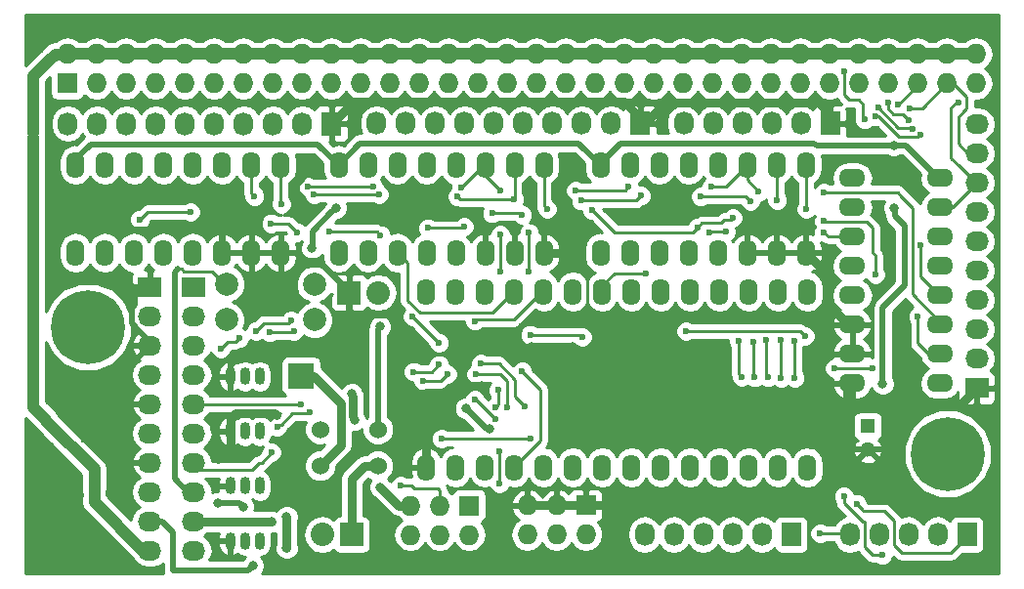
<source format=gbl>
G04 #@! TF.FileFunction,Copper,L2,Bot,Signal*
%FSLAX46Y46*%
G04 Gerber Fmt 4.6, Leading zero omitted, Abs format (unit mm)*
G04 Created by KiCad (PCBNEW 4.0.4-stable) date 12/11/16 18:51:07*
%MOMM*%
%LPD*%
G01*
G04 APERTURE LIST*
%ADD10C,0.100000*%
%ADD11C,0.600000*%
%ADD12O,1.600000X2.300000*%
%ADD13R,1.727200X1.727200*%
%ADD14O,1.727200X1.727200*%
%ADD15R,2.032000X2.032000*%
%ADD16O,2.032000X2.032000*%
%ADD17R,1.727200X2.032000*%
%ADD18O,1.727200X2.032000*%
%ADD19R,2.235200X2.235200*%
%ADD20O,0.899160X1.501140*%
%ADD21R,2.032000X1.727200*%
%ADD22O,2.032000X1.727200*%
%ADD23O,2.300000X1.600000*%
%ADD24R,1.300000X1.300000*%
%ADD25C,1.300000*%
%ADD26C,1.524000*%
%ADD27C,1.998980*%
%ADD28C,6.400000*%
%ADD29C,0.800000*%
%ADD30C,1.000000*%
%ADD31C,0.750000*%
%ADD32C,0.250000*%
%ADD33C,0.500000*%
%ADD34C,1.000000*%
G04 APERTURE END LIST*
D10*
D11*
X227956000Y-138109500D03*
X196528000Y-120472500D03*
X196845500Y-118313500D03*
X208212000Y-126060500D03*
X251659500Y-138130000D03*
X248929000Y-134891500D03*
X236420000Y-125080000D03*
X230530000Y-124980000D03*
X176530000Y-96926400D03*
X179812000Y-96852000D03*
X184812000Y-96852000D03*
X189812000Y-96852000D03*
X194812000Y-96852000D03*
X199812000Y-96852000D03*
X204812000Y-96852000D03*
X209812000Y-96852000D03*
X214812000Y-96852000D03*
X219812000Y-96852000D03*
X224812000Y-96852000D03*
X229812000Y-96852000D03*
X234812000Y-96852000D03*
X239812000Y-96852000D03*
X244812000Y-96852000D03*
X249812000Y-96852000D03*
X254812000Y-96852000D03*
X259812000Y-96852000D03*
X259328000Y-130506000D03*
X185394000Y-143476000D03*
X251480000Y-133720000D03*
X253120000Y-136860000D03*
X183769000Y-118618000D03*
X184880000Y-135460000D03*
X185010000Y-137930000D03*
X183120000Y-137100000D03*
X181050000Y-132470000D03*
X179410000Y-134540000D03*
X176640000Y-143580000D03*
X229370000Y-122060000D03*
X223540000Y-122200000D03*
X224790000Y-128270000D03*
X229290000Y-127390000D03*
X233530000Y-127580000D03*
X195580000Y-113680000D03*
X183150000Y-129530000D03*
X208940000Y-131330000D03*
X216610000Y-123520000D03*
X218940000Y-122640000D03*
X203750000Y-134430000D03*
X208670000Y-134650000D03*
X226480000Y-140040000D03*
X227010000Y-142020000D03*
X226740000Y-127070000D03*
X217570000Y-140570000D03*
X218200000Y-136920000D03*
X229720000Y-133010000D03*
X234810000Y-133050000D03*
X240030000Y-132750000D03*
X226570000Y-136960000D03*
X229480000Y-137030000D03*
X219300000Y-143100000D03*
X222620000Y-143240000D03*
X225850000Y-143220000D03*
X228970000Y-143370000D03*
X231680000Y-143380000D03*
X235150000Y-143390000D03*
X239080000Y-143400000D03*
X242030000Y-143390000D03*
X247850000Y-143580000D03*
X251340000Y-143550000D03*
X255040000Y-143540000D03*
X257550000Y-143460000D03*
X259580000Y-142310000D03*
X259480000Y-136340000D03*
X259580000Y-139340000D03*
X244856000Y-124714000D03*
X244920000Y-122180000D03*
X231080000Y-122200000D03*
X226790000Y-122220000D03*
X233880000Y-125080000D03*
X226568000Y-124968000D03*
D12*
X210700000Y-134900000D03*
X213240000Y-134900000D03*
X215780000Y-134900000D03*
X218320000Y-134900000D03*
X220860000Y-134900000D03*
X223400000Y-134900000D03*
X225940000Y-134900000D03*
X228480000Y-134900000D03*
X231020000Y-134900000D03*
X233560000Y-134900000D03*
X236100000Y-134900000D03*
X238640000Y-134900000D03*
X241180000Y-134900000D03*
X243720000Y-134900000D03*
X243720000Y-119660000D03*
X241180000Y-119660000D03*
X238640000Y-119660000D03*
X236100000Y-119660000D03*
X233560000Y-119660000D03*
X231020000Y-119660000D03*
X228480000Y-119660000D03*
X225940000Y-119660000D03*
X223400000Y-119660000D03*
X220860000Y-119660000D03*
X218320000Y-119660000D03*
X215780000Y-119660000D03*
X213240000Y-119660000D03*
X210700000Y-119660000D03*
D11*
X212530000Y-130950000D03*
X221560000Y-127340000D03*
X222910000Y-129980000D03*
X226400000Y-130840000D03*
X231710000Y-128770000D03*
X237380000Y-128670000D03*
X239690000Y-130540000D03*
X241860000Y-131440000D03*
X243790000Y-132330000D03*
X252320000Y-130870000D03*
X251630000Y-128070000D03*
X251590000Y-125220000D03*
X250340000Y-109230000D03*
X250570000Y-116080000D03*
X250510000Y-114410000D03*
X249920000Y-112500000D03*
X235840000Y-112460000D03*
X232380000Y-112600000D03*
X229330000Y-113080000D03*
X221720000Y-114050000D03*
X212090000Y-112380000D03*
X209820000Y-112660000D03*
X206730000Y-112770000D03*
X204520000Y-112560000D03*
X193120000Y-111360000D03*
X189290000Y-111110000D03*
X185590000Y-111500000D03*
X182320000Y-111320000D03*
X178320000Y-118640000D03*
X178689000Y-129794000D03*
X181330000Y-143730000D03*
X178960000Y-140500000D03*
X176550000Y-137690000D03*
X180750000Y-137280000D03*
D13*
X179600000Y-101600000D03*
D14*
X179600000Y-99060000D03*
X182140000Y-101600000D03*
X182140000Y-99060000D03*
X184680000Y-101600000D03*
X184680000Y-99060000D03*
X187220000Y-101600000D03*
X187220000Y-99060000D03*
X189760000Y-101600000D03*
X189760000Y-99060000D03*
X192300000Y-101600000D03*
X192300000Y-99060000D03*
X194840000Y-101600000D03*
X194840000Y-99060000D03*
X197380000Y-101600000D03*
X197380000Y-99060000D03*
X199920000Y-101600000D03*
X199920000Y-99060000D03*
X202460000Y-101600000D03*
X202460000Y-99060000D03*
X205000000Y-101600000D03*
X205000000Y-99060000D03*
X207540000Y-101600000D03*
X207540000Y-99060000D03*
X210080000Y-101600000D03*
X210080000Y-99060000D03*
X212620000Y-101600000D03*
X212620000Y-99060000D03*
X215160000Y-101600000D03*
X215160000Y-99060000D03*
X217700000Y-101600000D03*
X217700000Y-99060000D03*
X220240000Y-101600000D03*
X220240000Y-99060000D03*
X222780000Y-101600000D03*
X222780000Y-99060000D03*
X225320000Y-101600000D03*
X225320000Y-99060000D03*
X227860000Y-101600000D03*
X227860000Y-99060000D03*
X230400000Y-101600000D03*
X230400000Y-99060000D03*
X232940000Y-101600000D03*
X232940000Y-99060000D03*
X235480000Y-101600000D03*
X235480000Y-99060000D03*
X238020000Y-101600000D03*
X238020000Y-99060000D03*
X240560000Y-101600000D03*
X240560000Y-99060000D03*
X243100000Y-101600000D03*
X243100000Y-99060000D03*
X245640000Y-101600000D03*
X245640000Y-99060000D03*
X248180000Y-101600000D03*
X248180000Y-99060000D03*
X250720000Y-101600000D03*
X250720000Y-99060000D03*
X253260000Y-101600000D03*
X253260000Y-99060000D03*
X255800000Y-101600000D03*
X255800000Y-99060000D03*
X258340000Y-101600000D03*
X258340000Y-99060000D03*
D15*
X204216000Y-140716000D03*
D16*
X201676000Y-140716000D03*
D17*
X242316000Y-140716000D03*
D18*
X239776000Y-140716000D03*
X237236000Y-140716000D03*
X234696000Y-140716000D03*
X232156000Y-140716000D03*
X229616000Y-140716000D03*
D13*
X214400000Y-138200000D03*
D14*
X214400000Y-140740000D03*
X211860000Y-138200000D03*
X211860000Y-140740000D03*
X209320000Y-138200000D03*
X209320000Y-140740000D03*
D19*
X199850000Y-126950000D03*
D13*
X224536000Y-138176000D03*
D14*
X224536000Y-140716000D03*
X221996000Y-138176000D03*
X221996000Y-140716000D03*
X219456000Y-138176000D03*
X219456000Y-140716000D03*
D17*
X257556000Y-140716000D03*
D18*
X255016000Y-140716000D03*
X252476000Y-140716000D03*
X249936000Y-140716000D03*
X247396000Y-140716000D03*
D20*
X194980000Y-127000000D03*
X193710000Y-127000000D03*
X196250000Y-127000000D03*
X194980000Y-131750000D03*
X193710000Y-131750000D03*
X196250000Y-131750000D03*
X194980000Y-136500000D03*
X193710000Y-136500000D03*
X196250000Y-136500000D03*
X194980000Y-141250000D03*
X193710000Y-141250000D03*
X196250000Y-141250000D03*
D17*
X229250000Y-105080000D03*
D18*
X226710000Y-105080000D03*
X224170000Y-105080000D03*
X221630000Y-105080000D03*
X219090000Y-105080000D03*
X216550000Y-105080000D03*
X214010000Y-105080000D03*
X211470000Y-105080000D03*
X208930000Y-105080000D03*
X206390000Y-105080000D03*
D17*
X202500000Y-105100000D03*
D18*
X199960000Y-105100000D03*
X197420000Y-105100000D03*
X194880000Y-105100000D03*
X192340000Y-105100000D03*
X189800000Y-105100000D03*
X187260000Y-105100000D03*
X184720000Y-105100000D03*
X182180000Y-105100000D03*
X179640000Y-105100000D03*
D21*
X258400000Y-128000000D03*
D22*
X258400000Y-125460000D03*
X258400000Y-122920000D03*
X258400000Y-120380000D03*
X258400000Y-117840000D03*
X258400000Y-115300000D03*
X258400000Y-112760000D03*
X258400000Y-110220000D03*
X258400000Y-107680000D03*
X258400000Y-105140000D03*
D17*
X245700000Y-105080000D03*
D18*
X243160000Y-105080000D03*
X240620000Y-105080000D03*
X238080000Y-105080000D03*
X235540000Y-105080000D03*
X233000000Y-105080000D03*
D12*
X203100000Y-116300000D03*
X205640000Y-116300000D03*
X208180000Y-116300000D03*
X210720000Y-116300000D03*
X213260000Y-116300000D03*
X215800000Y-116300000D03*
X218340000Y-116300000D03*
X220880000Y-116300000D03*
X220880000Y-108680000D03*
X218340000Y-108680000D03*
X215800000Y-108680000D03*
X213260000Y-108680000D03*
X210720000Y-108680000D03*
X208180000Y-108680000D03*
X205640000Y-108680000D03*
X203100000Y-108680000D03*
X180300000Y-116300000D03*
X182840000Y-116300000D03*
X185380000Y-116300000D03*
X187920000Y-116300000D03*
X190460000Y-116300000D03*
X193000000Y-116300000D03*
X195540000Y-116300000D03*
X198080000Y-116300000D03*
X198080000Y-108680000D03*
X195540000Y-108680000D03*
X193000000Y-108680000D03*
X190460000Y-108680000D03*
X187920000Y-108680000D03*
X185380000Y-108680000D03*
X182840000Y-108680000D03*
X180300000Y-108680000D03*
X225800000Y-116300000D03*
X228340000Y-116300000D03*
X230880000Y-116300000D03*
X233420000Y-116300000D03*
X235960000Y-116300000D03*
X238500000Y-116300000D03*
X241040000Y-116300000D03*
X243580000Y-116300000D03*
X243580000Y-108680000D03*
X241040000Y-108680000D03*
X238500000Y-108680000D03*
X235960000Y-108680000D03*
X233420000Y-108680000D03*
X230880000Y-108680000D03*
X228340000Y-108680000D03*
X225800000Y-108680000D03*
D23*
X247600000Y-109800000D03*
X247600000Y-112340000D03*
X247600000Y-114880000D03*
X247600000Y-117420000D03*
X247600000Y-119960000D03*
X247600000Y-122500000D03*
X247600000Y-125040000D03*
X247600000Y-127580000D03*
X255220000Y-127580000D03*
X255220000Y-125040000D03*
X255220000Y-122500000D03*
X255220000Y-119960000D03*
X255220000Y-117420000D03*
X255220000Y-114880000D03*
X255220000Y-112340000D03*
X255220000Y-109800000D03*
D24*
X248950000Y-131325000D03*
D25*
X248950000Y-133325000D03*
D26*
X206500000Y-134750000D03*
X201500000Y-134750000D03*
X201500000Y-131600000D03*
X206500000Y-131600000D03*
D27*
X201000000Y-119000000D03*
X193380000Y-119000000D03*
D21*
X186750000Y-119250000D03*
D22*
X186750000Y-121790000D03*
X186750000Y-124330000D03*
X186750000Y-126870000D03*
X186750000Y-129410000D03*
X186750000Y-131950000D03*
X186750000Y-134490000D03*
X186750000Y-137030000D03*
X186750000Y-139570000D03*
X186750000Y-142110000D03*
D21*
X190500000Y-119250000D03*
D22*
X190500000Y-121790000D03*
X190500000Y-124330000D03*
X190500000Y-126870000D03*
X190500000Y-129410000D03*
X190500000Y-131950000D03*
X190500000Y-134490000D03*
X190500000Y-137030000D03*
X190500000Y-139570000D03*
X190500000Y-142110000D03*
D28*
X181380000Y-122720000D03*
X255870000Y-133720000D03*
D15*
X204000000Y-119750000D03*
D16*
X206540000Y-119750000D03*
D27*
X201000000Y-122100000D03*
X193380000Y-122100000D03*
D11*
X178140000Y-132970000D03*
D29*
X198600000Y-139200000D03*
X198600000Y-141900000D03*
D11*
X208450000Y-136450000D03*
D29*
X206700000Y-136600000D03*
X250250000Y-127650000D03*
X251250000Y-112410000D03*
X251200000Y-107000000D03*
X195700000Y-143400000D03*
X200800000Y-115900000D03*
X202900000Y-112400000D03*
X204500000Y-130750000D03*
X204250000Y-128500000D03*
D11*
X217043000Y-133477000D03*
X217043000Y-136271000D03*
D29*
X214122000Y-129794000D03*
X216154000Y-131572000D03*
X208750000Y-127750000D03*
X192600000Y-134200000D03*
X197700000Y-130400000D03*
X223400000Y-124475000D03*
X219850000Y-124450000D03*
X215475000Y-127850000D03*
X224700000Y-121300000D03*
X200875000Y-108725000D03*
X199575000Y-112975000D03*
X197300000Y-139600000D03*
D11*
X246900000Y-100525000D03*
X248700000Y-104750000D03*
X249600000Y-104500000D03*
X253500000Y-106075000D03*
X253525000Y-115650000D03*
X249875000Y-103700000D03*
X252825000Y-105575000D03*
X252525000Y-104775000D03*
X250700000Y-103275000D03*
X251600000Y-103475000D03*
X252600000Y-103750000D03*
X256794000Y-103251000D03*
X248000000Y-138050000D03*
X242620000Y-123900000D03*
X242620000Y-127140000D03*
X246875000Y-137400000D03*
X250225000Y-142500000D03*
X241440000Y-127120000D03*
X241440000Y-123870000D03*
X240100000Y-123850000D03*
X240290000Y-127090000D03*
X239070000Y-124040000D03*
X239150000Y-127100000D03*
X244825000Y-140625000D03*
X238010000Y-127060000D03*
X237770000Y-123960000D03*
X225075000Y-112625000D03*
X249325000Y-126300000D03*
X246050000Y-126300000D03*
X237275000Y-113250000D03*
X243625000Y-112475000D03*
X198150000Y-112075000D03*
X202300000Y-114450000D03*
X206725000Y-114750000D03*
X210825000Y-114150000D03*
X213975000Y-114025000D03*
X216400000Y-112875000D03*
X219000000Y-113000000D03*
X221175000Y-112500000D03*
X234200000Y-114075000D03*
X195800000Y-111375000D03*
X200975000Y-111250000D03*
X206625000Y-111225000D03*
X213400000Y-111425000D03*
X219600000Y-117900000D03*
X219600000Y-114575000D03*
X216700000Y-129650000D03*
X216925000Y-128200000D03*
X218325000Y-111675000D03*
X224100000Y-111775000D03*
X229300000Y-111350000D03*
X234475000Y-111425000D03*
X238775000Y-111825000D03*
X253300000Y-121825000D03*
X249625000Y-118175000D03*
X245150000Y-113550000D03*
X241100000Y-111725000D03*
X219000000Y-126575000D03*
X217075000Y-117950000D03*
X217125000Y-114725000D03*
X200425000Y-110575000D03*
X206075000Y-110550000D03*
X213750000Y-110600000D03*
X217100000Y-110925000D03*
X223650000Y-110875000D03*
X228225000Y-110575000D03*
X235400000Y-110575000D03*
X245150000Y-111075000D03*
X239500000Y-111000000D03*
X185900000Y-113400000D03*
X214900000Y-122200000D03*
X190250000Y-112750000D03*
X197250000Y-113750000D03*
X199500000Y-114500000D03*
X245150000Y-114500000D03*
X236650000Y-114475000D03*
X235250000Y-114500000D03*
X229750000Y-118075000D03*
D29*
X192600000Y-138000000D03*
X194800000Y-138300000D03*
D30*
X176650000Y-116078000D03*
X176650000Y-101600000D03*
X176650000Y-129413000D03*
X176650000Y-123063000D03*
X176650000Y-110998000D03*
X176650000Y-106299000D03*
X178000000Y-99650000D03*
D29*
X206700000Y-122700000D03*
D11*
X199200000Y-123100000D03*
X197100000Y-123200000D03*
X215400000Y-125900000D03*
X219200000Y-129600000D03*
X217700000Y-129700000D03*
X215000000Y-126800000D03*
X211800000Y-126000000D03*
X209600000Y-126600000D03*
X192900000Y-124600000D03*
X194500000Y-123700000D03*
X212000000Y-132400000D03*
X219700000Y-132400000D03*
X199800000Y-129400000D03*
X197300000Y-133600000D03*
X197800000Y-131400000D03*
X200600000Y-130100000D03*
X216700000Y-130700000D03*
X214900000Y-129000000D03*
X212500000Y-126800000D03*
X210400000Y-127400000D03*
X195920000Y-123060000D03*
X198960000Y-122160000D03*
X211800000Y-124100000D03*
X209500000Y-121800000D03*
X219700000Y-123400000D03*
X224200000Y-123600000D03*
X233200000Y-123100000D03*
X243500000Y-123500000D03*
D31*
X198600000Y-139200000D02*
X198600000Y-141900000D01*
X206500000Y-134750000D02*
X205350000Y-134750000D01*
X204216000Y-135884000D02*
X204216000Y-140716000D01*
X205350000Y-134750000D02*
X204216000Y-135884000D01*
D32*
X208450000Y-136450000D02*
X209400000Y-136450000D01*
X211860000Y-136860000D02*
X211700000Y-136700000D01*
X211700000Y-136700000D02*
X209650000Y-136700000D01*
X209650000Y-136700000D02*
X209400000Y-136450000D01*
X211860000Y-136860000D02*
X211860000Y-138200000D01*
D31*
X208300000Y-138200000D02*
X209320000Y-138200000D01*
X206700000Y-136600000D02*
X208300000Y-138200000D01*
D33*
X251290000Y-113114000D02*
X251290000Y-112450000D01*
X252140000Y-119130000D02*
X252140000Y-113964000D01*
X252140000Y-113964000D02*
X251290000Y-113114000D01*
X250250000Y-123250000D02*
X250250000Y-121020000D01*
X250250000Y-127650000D02*
X250250000Y-123250000D01*
X250250000Y-121020000D02*
X251290000Y-119980000D01*
X251290000Y-119980000D02*
X252140000Y-119130000D01*
X251290000Y-112450000D02*
X251250000Y-112410000D01*
X188740000Y-143800000D02*
X188740000Y-140500000D01*
X188670000Y-140430000D02*
X187810000Y-139570000D01*
X186750000Y-139570000D02*
X187810000Y-139570000D01*
X188740000Y-143800000D02*
X195300000Y-143800000D01*
X195300000Y-143800000D02*
X195700000Y-143400000D01*
X188740000Y-140500000D02*
X188670000Y-140430000D01*
X200800000Y-115900000D02*
X200850000Y-115850000D01*
X200850000Y-115850000D02*
X200850000Y-114425000D01*
X202575000Y-112700000D02*
X202600000Y-112700000D01*
X200850000Y-114425000D02*
X202575000Y-112700000D01*
X202600000Y-112700000D02*
X202900000Y-112400000D01*
X204500000Y-130000000D02*
X204500000Y-128750000D01*
X204500000Y-128750000D02*
X204250000Y-128500000D01*
X204250000Y-130000000D02*
X204500000Y-130000000D01*
X204500000Y-130000000D02*
X204500000Y-130750000D01*
X204500000Y-130750000D02*
X204250000Y-130500000D01*
X204250000Y-130500000D02*
X204250000Y-130000000D01*
X204250000Y-130000000D02*
X204250000Y-128500000D01*
D32*
X217043000Y-133477000D02*
X217043000Y-136271000D01*
D33*
X214122000Y-129794000D02*
X215900000Y-131572000D01*
X215900000Y-131572000D02*
X216154000Y-131572000D01*
X255220000Y-109800000D02*
X255075000Y-109800000D01*
X255075000Y-109800000D02*
X252275000Y-107000000D01*
X251200000Y-107000000D02*
X252275000Y-107000000D01*
X225800000Y-108680000D02*
X225800000Y-108500000D01*
X225800000Y-108500000D02*
X227500000Y-106800000D01*
X227500000Y-106800000D02*
X244300000Y-106800000D01*
X244300000Y-106800000D02*
X244500000Y-107000000D01*
X244500000Y-107000000D02*
X251200000Y-107000000D01*
X203100000Y-108680000D02*
X203100000Y-108650000D01*
X203100000Y-108650000D02*
X204950000Y-106800000D01*
X223920000Y-106800000D02*
X225800000Y-108680000D01*
X204950000Y-106800000D02*
X223920000Y-106800000D01*
X180300000Y-108680000D02*
X180300000Y-108225000D01*
X180300000Y-108225000D02*
X181650000Y-106875000D01*
X201295000Y-106875000D02*
X203100000Y-108680000D01*
X181650000Y-106875000D02*
X201295000Y-106875000D01*
X180300000Y-108680000D02*
X180230000Y-108680000D01*
X193710000Y-127000000D02*
X193710000Y-126090000D01*
X204000000Y-122700000D02*
X204000000Y-121400000D01*
X202100000Y-124600000D02*
X204000000Y-122700000D01*
X195200000Y-124600000D02*
X202100000Y-124600000D01*
X193710000Y-126090000D02*
X195200000Y-124600000D01*
X184300000Y-114300000D02*
X192700000Y-114300000D01*
X184850000Y-119250000D02*
X183900000Y-118300000D01*
X183900000Y-118300000D02*
X179700000Y-118300000D01*
X179700000Y-118300000D02*
X178700000Y-117300000D01*
X178700000Y-117300000D02*
X178700000Y-115300000D01*
X178700000Y-115300000D02*
X179700000Y-114300000D01*
X179700000Y-114300000D02*
X184300000Y-114300000D01*
X186750000Y-119250000D02*
X184850000Y-119250000D01*
X193000000Y-114600000D02*
X193000000Y-116300000D01*
X192700000Y-114300000D02*
X193000000Y-114600000D01*
X208750000Y-127750000D02*
X208750000Y-127250000D01*
X208750000Y-127250000D02*
X207900000Y-126400000D01*
X207900000Y-126400000D02*
X207900000Y-121700000D01*
X207900000Y-121700000D02*
X205400000Y-121700000D01*
X205400000Y-121700000D02*
X205300000Y-121600000D01*
X205300000Y-121600000D02*
X204200000Y-121600000D01*
X204200000Y-121600000D02*
X204000000Y-121400000D01*
X204000000Y-121400000D02*
X204000000Y-119750000D01*
X204000000Y-119750000D02*
X204000000Y-119600000D01*
X204000000Y-119600000D02*
X201400000Y-117000000D01*
X201400000Y-117000000D02*
X200100000Y-117000000D01*
X200100000Y-117000000D02*
X199400000Y-116300000D01*
X199400000Y-116300000D02*
X198080000Y-116300000D01*
X210700000Y-128425000D02*
X209425000Y-128425000D01*
X209425000Y-128425000D02*
X208750000Y-127750000D01*
X244280000Y-138170000D02*
X247525000Y-134925000D01*
X247525000Y-134925000D02*
X247525000Y-133375000D01*
X247525000Y-133375000D02*
X247575000Y-133325000D01*
X248950000Y-133325000D02*
X250275000Y-133325000D01*
X250275000Y-133325000D02*
X250600000Y-133000000D01*
X248950000Y-133325000D02*
X247575000Y-133325000D01*
X247575000Y-133325000D02*
X247150000Y-132900000D01*
X185470000Y-120790000D02*
X185470000Y-119330000D01*
X185160000Y-122430000D02*
X185160000Y-121100000D01*
X185160000Y-121100000D02*
X185470000Y-120790000D01*
X186750000Y-124020000D02*
X185160000Y-122430000D01*
X185550000Y-119250000D02*
X186750000Y-119250000D01*
X185470000Y-119330000D02*
X185550000Y-119250000D01*
X184900000Y-129410000D02*
X184900000Y-126180000D01*
X184900000Y-126180000D02*
X186750000Y-124330000D01*
X186750000Y-134490000D02*
X185260000Y-134490000D01*
X185260000Y-134490000D02*
X183860000Y-133090000D01*
X183860000Y-133090000D02*
X183860000Y-130430000D01*
X183860000Y-130430000D02*
X184880000Y-129410000D01*
X184900000Y-129410000D02*
X186750000Y-129410000D01*
X184880000Y-129410000D02*
X184900000Y-129410000D01*
X186750000Y-124330000D02*
X186750000Y-124020000D01*
D31*
X257000000Y-129400000D02*
X258400000Y-128000000D01*
X251400000Y-129400000D02*
X257000000Y-129400000D01*
X250600000Y-130200000D02*
X251400000Y-129400000D01*
X250600000Y-133000000D02*
X250600000Y-130200000D01*
X193710000Y-127000000D02*
X193710000Y-126960000D01*
X193710000Y-133090000D02*
X193710000Y-131750000D01*
X192600000Y-134200000D02*
X193710000Y-133090000D01*
X193710000Y-131750000D02*
X193710000Y-130690000D01*
X193710000Y-130690000D02*
X194189998Y-130210002D01*
X194189998Y-130210002D02*
X197510002Y-130210002D01*
X197510002Y-130210002D02*
X197700000Y-130400000D01*
X221996000Y-138176000D02*
X219456000Y-138176000D01*
X221996000Y-138176000D02*
X224536000Y-138176000D01*
X224542000Y-138170000D02*
X244280000Y-138170000D01*
X224542000Y-138170000D02*
X224536000Y-138176000D01*
X224830000Y-138170000D02*
X224800000Y-138200000D01*
X225080000Y-138170000D02*
X225050000Y-138200000D01*
X247150000Y-132900000D02*
X247150000Y-128030000D01*
X247150000Y-128030000D02*
X247600000Y-127580000D01*
X219875000Y-124475000D02*
X223400000Y-124475000D01*
X210700000Y-128425000D02*
X212525000Y-128425000D01*
X219850000Y-124450000D02*
X219875000Y-124475000D01*
X213100000Y-127850000D02*
X215475000Y-127850000D01*
X212525000Y-128425000D02*
X213100000Y-127850000D01*
X210700000Y-128425000D02*
X210700000Y-134900000D01*
D32*
X224675000Y-118125000D02*
X224675000Y-121275000D01*
D31*
X222850000Y-116300000D02*
X224675000Y-118125000D01*
X220880000Y-116300000D02*
X222850000Y-116300000D01*
D32*
X224675000Y-121275000D02*
X224700000Y-121300000D01*
D31*
X198080000Y-116300000D02*
X198225000Y-116300000D01*
X210250000Y-134450000D02*
X210700000Y-134900000D01*
X193000000Y-116300000D02*
X193000000Y-117000000D01*
X199325000Y-110275000D02*
X200875000Y-108725000D01*
X199325000Y-112725000D02*
X199325000Y-110275000D01*
X199575000Y-112975000D02*
X199325000Y-112725000D01*
X247600000Y-122500000D02*
X247275000Y-122500000D01*
X247275000Y-122500000D02*
X245475000Y-120700000D01*
X245475000Y-118195000D02*
X243580000Y-116300000D01*
X245475000Y-120700000D02*
X245475000Y-118195000D01*
X229250000Y-105080000D02*
X229645000Y-105080000D01*
X229645000Y-105080000D02*
X231450000Y-103275000D01*
X244700000Y-103275000D02*
X245700000Y-104275000D01*
X231450000Y-103275000D02*
X244700000Y-103275000D01*
X245700000Y-104275000D02*
X245700000Y-105080000D01*
X229250000Y-105080000D02*
X229250000Y-104625000D01*
X229250000Y-104625000D02*
X227850000Y-103225000D01*
X204375000Y-103225000D02*
X202500000Y-105100000D01*
X227850000Y-103225000D02*
X204375000Y-103225000D01*
X190500000Y-139570000D02*
X197270000Y-139570000D01*
X197270000Y-139570000D02*
X197300000Y-139600000D01*
D32*
X246900000Y-100525000D02*
X246900000Y-102600000D01*
X246900000Y-102600000D02*
X247350000Y-103050000D01*
X247350000Y-103050000D02*
X248150000Y-103050000D01*
X248525000Y-103425000D02*
X248150000Y-103050000D01*
X248525000Y-104575000D02*
X248525000Y-103425000D01*
X248700000Y-104750000D02*
X248525000Y-104575000D01*
X255220000Y-119960000D02*
X255160000Y-119960000D01*
X255160000Y-119960000D02*
X253525000Y-118325000D01*
X249900000Y-104500000D02*
X249600000Y-104500000D01*
X251675000Y-106275000D02*
X249900000Y-104500000D01*
X253300000Y-106275000D02*
X251675000Y-106275000D01*
X253500000Y-106075000D02*
X253300000Y-106275000D01*
X253525000Y-118325000D02*
X253525000Y-115650000D01*
X249875000Y-103725000D02*
X249875000Y-103700000D01*
X251600000Y-105450000D02*
X249875000Y-103725000D01*
X252700000Y-105450000D02*
X251600000Y-105450000D01*
X252825000Y-105575000D02*
X252700000Y-105450000D01*
X252525000Y-104775000D02*
X252000000Y-104250000D01*
X252000000Y-104250000D02*
X251150000Y-104250000D01*
X251150000Y-104250000D02*
X250700000Y-103800000D01*
X250700000Y-103800000D02*
X250700000Y-103275000D01*
X251600000Y-103475000D02*
X253260000Y-101815000D01*
X253260000Y-101815000D02*
X253260000Y-101600000D01*
X257524250Y-103790750D02*
X257524250Y-102838250D01*
X257524250Y-102838250D02*
X257492500Y-102870000D01*
X257492500Y-102870000D02*
X257492500Y-102933500D01*
X257492500Y-102933500D02*
X257492500Y-102806500D01*
X256794000Y-106870500D02*
X256794000Y-104521000D01*
X256794000Y-104521000D02*
X257238500Y-104076500D01*
X257238500Y-104076500D02*
X257524250Y-103790750D01*
X257492500Y-102806500D02*
X256286000Y-101600000D01*
X256286000Y-101600000D02*
X255800000Y-101600000D01*
X258400000Y-107680000D02*
X257603500Y-107680000D01*
X257603500Y-107680000D02*
X256794000Y-106870500D01*
X252600000Y-103750000D02*
X253650000Y-103750000D01*
X253650000Y-103750000D02*
X255800000Y-101600000D01*
X256794000Y-108712000D02*
X256159000Y-108077000D01*
X256159000Y-108077000D02*
X256159000Y-103695500D01*
X256159000Y-103695500D02*
X256603500Y-103251000D01*
X256603500Y-103251000D02*
X256794000Y-103251000D01*
X258400000Y-110220000D02*
X258302000Y-110220000D01*
X258302000Y-110220000D02*
X256794000Y-108712000D01*
X258400000Y-110220000D02*
X258400000Y-109925000D01*
X255220000Y-112340000D02*
X256280000Y-112340000D01*
X256280000Y-112340000D02*
X258400000Y-110220000D01*
X248550000Y-138700000D02*
X248550000Y-138600000D01*
X248550000Y-138600000D02*
X248000000Y-138050000D01*
X248550000Y-138700000D02*
X250400000Y-138700000D01*
X256175000Y-142275000D02*
X251875000Y-142275000D01*
X257556000Y-140894000D02*
X256175000Y-142275000D01*
X251200000Y-141600000D02*
X251200000Y-139500000D01*
X251875000Y-142275000D02*
X251200000Y-141600000D01*
X257556000Y-140716000D02*
X257556000Y-140894000D01*
X242620000Y-127140000D02*
X242620000Y-123900000D01*
X250400000Y-138700000D02*
X251200000Y-139500000D01*
X248500000Y-139600000D02*
X248600000Y-139600000D01*
X248700000Y-139700000D02*
X248700000Y-139600000D01*
X248600000Y-139600000D02*
X248700000Y-139700000D01*
X248700000Y-139600000D02*
X248700000Y-139600000D01*
X248500000Y-139600000D02*
X248100000Y-139200000D01*
X248100000Y-139200000D02*
X246875000Y-137975000D01*
X246875000Y-137975000D02*
X246875000Y-137400000D01*
X250225000Y-142500000D02*
X249400000Y-142500000D01*
X248700000Y-141800000D02*
X248700000Y-139600000D01*
X249400000Y-142500000D02*
X248700000Y-141800000D01*
X241440000Y-127120000D02*
X241440000Y-123870000D01*
X240100000Y-126900000D02*
X240100000Y-123850000D01*
X240290000Y-127090000D02*
X240100000Y-126900000D01*
X239070000Y-127020000D02*
X239070000Y-124040000D01*
X239150000Y-127100000D02*
X239070000Y-127020000D01*
X244825000Y-140625000D02*
X247305000Y-140625000D01*
X247305000Y-140625000D02*
X247396000Y-140716000D01*
X238010000Y-127060000D02*
X237770000Y-126820000D01*
X237770000Y-126820000D02*
X237770000Y-123960000D01*
X209075000Y-120425000D02*
X209075000Y-117195000D01*
X210125000Y-121475000D02*
X209075000Y-120425000D01*
X216400000Y-121475000D02*
X210125000Y-121475000D01*
X218215000Y-119660000D02*
X216400000Y-121475000D01*
X209075000Y-117195000D02*
X208180000Y-116300000D01*
X218320000Y-119660000D02*
X218215000Y-119660000D01*
X227000000Y-114550000D02*
X232600000Y-114550000D01*
X225075000Y-112625000D02*
X227000000Y-114550000D01*
X233775000Y-114500000D02*
X232650000Y-114500000D01*
X233775000Y-114500000D02*
X234200000Y-114075000D01*
X232600000Y-114550000D02*
X232650000Y-114500000D01*
X249325000Y-126300000D02*
X246050000Y-126300000D01*
X237275000Y-113250000D02*
X237100000Y-113425000D01*
X237100000Y-113425000D02*
X236525000Y-113425000D01*
X236525000Y-113425000D02*
X236225000Y-113725000D01*
X236225000Y-113725000D02*
X234550000Y-113725000D01*
X234550000Y-113725000D02*
X234200000Y-114075000D01*
X243580000Y-108680000D02*
X243580000Y-112430000D01*
X243580000Y-112430000D02*
X243625000Y-112475000D01*
X198080000Y-112005000D02*
X198080000Y-108680000D01*
X198150000Y-112075000D02*
X198080000Y-112005000D01*
X206425000Y-114450000D02*
X202300000Y-114450000D01*
X206725000Y-114750000D02*
X206425000Y-114450000D01*
X213850000Y-114150000D02*
X210825000Y-114150000D01*
X213975000Y-114025000D02*
X213850000Y-114150000D01*
X218875000Y-112875000D02*
X216400000Y-112875000D01*
X219000000Y-113000000D02*
X218875000Y-112875000D01*
X220880000Y-112205000D02*
X220880000Y-108680000D01*
X221175000Y-112500000D02*
X220880000Y-112205000D01*
X218325000Y-111675000D02*
X213650000Y-111675000D01*
X195540000Y-111115000D02*
X195540000Y-108680000D01*
X195800000Y-111375000D02*
X195540000Y-111115000D01*
X206600000Y-111250000D02*
X200975000Y-111250000D01*
X206625000Y-111225000D02*
X206600000Y-111250000D01*
X213650000Y-111675000D02*
X213400000Y-111425000D01*
X219600000Y-117900000D02*
X219600000Y-114575000D01*
X216700000Y-129650000D02*
X216925000Y-129425000D01*
X216925000Y-129425000D02*
X216925000Y-128200000D01*
X218340000Y-111660000D02*
X218340000Y-108680000D01*
X218325000Y-111675000D02*
X218340000Y-111660000D01*
X228875000Y-111775000D02*
X224100000Y-111775000D01*
X229300000Y-111350000D02*
X228875000Y-111775000D01*
X238375000Y-111425000D02*
X234475000Y-111425000D01*
X238775000Y-111825000D02*
X238375000Y-111425000D01*
X255220000Y-125040000D02*
X254215000Y-125040000D01*
X254215000Y-125040000D02*
X253300000Y-124125000D01*
X253300000Y-124125000D02*
X253300000Y-121825000D01*
X249625000Y-118175000D02*
X249625000Y-116525000D01*
X249625000Y-116525000D02*
X249350000Y-116250000D01*
X249350000Y-116250000D02*
X249350000Y-114125000D01*
X249350000Y-114125000D02*
X248825000Y-113600000D01*
X248825000Y-113600000D02*
X245200000Y-113600000D01*
X245200000Y-113600000D02*
X245150000Y-113550000D01*
X241100000Y-111725000D02*
X241040000Y-111665000D01*
X241040000Y-111665000D02*
X241040000Y-108680000D01*
X251525000Y-111075000D02*
X251810000Y-111360000D01*
X249050000Y-111075000D02*
X251525000Y-111075000D01*
X220600000Y-132600000D02*
X218320000Y-134880000D01*
X220600000Y-128175000D02*
X220600000Y-132600000D01*
X219000000Y-126575000D02*
X220600000Y-128175000D01*
X217075000Y-114775000D02*
X217075000Y-117950000D01*
X217125000Y-114725000D02*
X217075000Y-114775000D01*
X218320000Y-134880000D02*
X218320000Y-134900000D01*
X215800000Y-108680000D02*
X215670000Y-108680000D01*
X215670000Y-108680000D02*
X213750000Y-110600000D01*
X206050000Y-110575000D02*
X200425000Y-110575000D01*
X206075000Y-110550000D02*
X206050000Y-110575000D01*
X238500000Y-108680000D02*
X238500000Y-108700000D01*
X238500000Y-108700000D02*
X236625000Y-110575000D01*
X217100000Y-110925000D02*
X215800000Y-109625000D01*
X227925000Y-110875000D02*
X223650000Y-110875000D01*
X228225000Y-110575000D02*
X227925000Y-110875000D01*
X236625000Y-110575000D02*
X235400000Y-110575000D01*
X215800000Y-109625000D02*
X215800000Y-108680000D01*
X255220000Y-122500000D02*
X255220000Y-122295000D01*
X255220000Y-122295000D02*
X252825000Y-119900000D01*
X252825000Y-119900000D02*
X252825000Y-112375000D01*
X252825000Y-112375000D02*
X251810000Y-111360000D01*
X249050000Y-111075000D02*
X245150000Y-111075000D01*
X239500000Y-111000000D02*
X238500000Y-110000000D01*
X238500000Y-110000000D02*
X238500000Y-108680000D01*
X186550000Y-112750000D02*
X187150000Y-112750000D01*
X185900000Y-113400000D02*
X186550000Y-112750000D01*
X220690000Y-119660000D02*
X218275000Y-122075000D01*
X218275000Y-122075000D02*
X215025000Y-122075000D01*
X215025000Y-122075000D02*
X214900000Y-122200000D01*
X190250000Y-112750000D02*
X187200000Y-112750000D01*
X187200000Y-112750000D02*
X187000000Y-112750000D01*
X198750000Y-113750000D02*
X197250000Y-113750000D01*
X199500000Y-114500000D02*
X198750000Y-113750000D01*
X220860000Y-119660000D02*
X220690000Y-119660000D01*
X225940000Y-119660000D02*
X225940000Y-119110000D01*
X225940000Y-119110000D02*
X226975000Y-118075000D01*
X245530000Y-114880000D02*
X247600000Y-114880000D01*
X245150000Y-114500000D02*
X245530000Y-114880000D01*
X235275000Y-114475000D02*
X236650000Y-114475000D01*
X235250000Y-114500000D02*
X235275000Y-114475000D01*
X226975000Y-118075000D02*
X229750000Y-118075000D01*
X189200000Y-117700000D02*
X189500000Y-117700000D01*
D33*
X188875000Y-118025000D02*
X189200000Y-117700000D01*
X190005000Y-137030000D02*
X188875000Y-135900000D01*
X188875000Y-135900000D02*
X188875000Y-118025000D01*
D32*
X192100000Y-117900000D02*
X193200000Y-119000000D01*
X189700000Y-117900000D02*
X192100000Y-117900000D01*
X189500000Y-117700000D02*
X189700000Y-117900000D01*
D33*
X190500000Y-137030000D02*
X190005000Y-137030000D01*
X194500000Y-138000000D02*
X192600000Y-138000000D01*
X194800000Y-138300000D02*
X194500000Y-138000000D01*
D31*
X203300000Y-129350000D02*
X203300000Y-132950000D01*
X201500000Y-134750000D02*
X203300000Y-132950000D01*
X203300000Y-129350000D02*
X200900000Y-126950000D01*
X200900000Y-126950000D02*
X199850000Y-126950000D01*
D34*
X176650000Y-123063000D02*
X176650000Y-116078000D01*
X176650000Y-116078000D02*
X176650000Y-106299000D01*
X176650000Y-101600000D02*
X176657000Y-101600000D01*
X176657000Y-101600000D02*
X176650000Y-101600000D01*
X176650000Y-129413000D02*
X176650000Y-129650000D01*
X176650000Y-123063000D02*
X176657000Y-123063000D01*
X176657000Y-123063000D02*
X176650000Y-123063000D01*
X176650000Y-110998000D02*
X176657000Y-110998000D01*
X176650000Y-106299000D02*
X176657000Y-106299000D01*
X176650000Y-105918000D02*
X176657000Y-105918000D01*
X176657000Y-105918000D02*
X176650000Y-105918000D01*
X177750000Y-130850000D02*
X177750000Y-130750000D01*
X181950000Y-135050000D02*
X177750000Y-130850000D01*
X181950000Y-137900000D02*
X181950000Y-135050000D01*
X186160000Y-142110000D02*
X181950000Y-137900000D01*
X177750000Y-130750000D02*
X176650000Y-129650000D01*
X186750000Y-142110000D02*
X186160000Y-142110000D01*
X178000000Y-99650000D02*
X177950000Y-99650000D01*
X177950000Y-99650000D02*
X176650000Y-100950000D01*
X176650000Y-100950000D02*
X176650000Y-101600000D01*
X176650000Y-101600000D02*
X176650000Y-105918000D01*
X176650000Y-123063000D02*
X176650000Y-129650000D01*
X178000000Y-99650000D02*
X178550000Y-99100000D01*
X178550000Y-99100000D02*
X179560000Y-99100000D01*
X179560000Y-99100000D02*
X179600000Y-99060000D01*
X179600000Y-99060000D02*
X182140000Y-99060000D01*
X182140000Y-99060000D02*
X258340000Y-99060000D01*
D33*
X184680000Y-99060000D02*
X182140000Y-99060000D01*
X187220000Y-99060000D02*
X184680000Y-99060000D01*
X189760000Y-99060000D02*
X187220000Y-99060000D01*
X189760000Y-99060000D02*
X192300000Y-99060000D01*
X192300000Y-99060000D02*
X194840000Y-99060000D01*
X197380000Y-99060000D02*
X194840000Y-99060000D01*
X199920000Y-99060000D02*
X197380000Y-99060000D01*
X202460000Y-99060000D02*
X199920000Y-99060000D01*
X205000000Y-99060000D02*
X202460000Y-99060000D01*
X207540000Y-99060000D02*
X205000000Y-99060000D01*
X210080000Y-99060000D02*
X207540000Y-99060000D01*
X212620000Y-99060000D02*
X210080000Y-99060000D01*
X215160000Y-99060000D02*
X212620000Y-99060000D01*
X217700000Y-99060000D02*
X215160000Y-99060000D01*
X220240000Y-99060000D02*
X217700000Y-99060000D01*
X222780000Y-99060000D02*
X220240000Y-99060000D01*
X225320000Y-99060000D02*
X222780000Y-99060000D01*
X227860000Y-99060000D02*
X225320000Y-99060000D01*
X230400000Y-99060000D02*
X227860000Y-99060000D01*
X232940000Y-99060000D02*
X230400000Y-99060000D01*
X235480000Y-99060000D02*
X232940000Y-99060000D01*
X238020000Y-99060000D02*
X235480000Y-99060000D01*
X240560000Y-99060000D02*
X238020000Y-99060000D01*
X243100000Y-99060000D02*
X240560000Y-99060000D01*
X245640000Y-99060000D02*
X243100000Y-99060000D01*
X248180000Y-99060000D02*
X245640000Y-99060000D01*
X250720000Y-99060000D02*
X248180000Y-99060000D01*
X253260000Y-99060000D02*
X250720000Y-99060000D01*
X255800000Y-99060000D02*
X258340000Y-99060000D01*
X255800000Y-99060000D02*
X253260000Y-99060000D01*
X258610000Y-99060000D02*
X258340000Y-99060000D01*
X206500000Y-122900000D02*
X206500000Y-131600000D01*
X206700000Y-122700000D02*
X206500000Y-122900000D01*
D32*
X228480000Y-134900000D02*
X228480000Y-134580000D01*
X199200000Y-123100000D02*
X199100000Y-123200000D01*
X199100000Y-123200000D02*
X197100000Y-123200000D01*
X217000000Y-125900000D02*
X215400000Y-125900000D01*
X218400000Y-127300000D02*
X217000000Y-125900000D01*
X218400000Y-128800000D02*
X218400000Y-127300000D01*
X219200000Y-129600000D02*
X218400000Y-128800000D01*
X217700000Y-129700000D02*
X217700000Y-127400000D01*
X217700000Y-127400000D02*
X217100000Y-126800000D01*
X217100000Y-126800000D02*
X215000000Y-126800000D01*
X211800000Y-126000000D02*
X211200000Y-126600000D01*
X211200000Y-126600000D02*
X209600000Y-126600000D01*
X193500000Y-124000000D02*
X192900000Y-124600000D01*
X194200000Y-124000000D02*
X193500000Y-124000000D01*
X194500000Y-123700000D02*
X194200000Y-124000000D01*
X212000000Y-132400000D02*
X219700000Y-132400000D01*
X199800000Y-129400000D02*
X199800000Y-129410000D01*
X199800000Y-129410000D02*
X199800000Y-129400000D01*
X199800000Y-129400000D02*
X199800000Y-129410000D01*
X190500000Y-129410000D02*
X199800000Y-129410000D01*
X199100000Y-130200000D02*
X200500000Y-130200000D01*
X196410000Y-134490000D02*
X197300000Y-133600000D01*
X197800000Y-131400000D02*
X198000000Y-131200000D01*
X198000000Y-131200000D02*
X198100000Y-131200000D01*
X198100000Y-131200000D02*
X199100000Y-130200000D01*
X196210000Y-134490000D02*
X196410000Y-134490000D01*
X200500000Y-130200000D02*
X200600000Y-130100000D01*
X216700000Y-130700000D02*
X215000000Y-129000000D01*
X215000000Y-129000000D02*
X214900000Y-129000000D01*
X212500000Y-126800000D02*
X211900000Y-127400000D01*
X211900000Y-127400000D02*
X210400000Y-127400000D01*
X196210000Y-134490000D02*
X195600000Y-135100000D01*
X191110000Y-135100000D02*
X195600000Y-135100000D01*
X191110000Y-135100000D02*
X190500000Y-134490000D01*
X195920000Y-123060000D02*
X196610000Y-122370000D01*
X196610000Y-122370000D02*
X198750000Y-122370000D01*
X198750000Y-122370000D02*
X198960000Y-122160000D01*
X209500000Y-121800000D02*
X211800000Y-124100000D01*
X224000000Y-123400000D02*
X219700000Y-123400000D01*
X224200000Y-123600000D02*
X224000000Y-123400000D01*
X243100000Y-123100000D02*
X233200000Y-123100000D01*
X243500000Y-123500000D02*
X243100000Y-123100000D01*
G36*
X176753138Y-131344128D02*
X176934984Y-131616280D01*
X176954505Y-131645495D01*
X180825000Y-135515990D01*
X180825000Y-137900000D01*
X180910636Y-138330519D01*
X181113982Y-138634848D01*
X181154505Y-138695495D01*
X185293850Y-142834840D01*
X185512852Y-143162599D01*
X185995788Y-143485287D01*
X186565451Y-143598600D01*
X186934549Y-143598600D01*
X187504212Y-143485287D01*
X187865000Y-143244216D01*
X187865000Y-143800000D01*
X187923679Y-144095000D01*
X175995000Y-144095000D01*
X175995000Y-130585990D01*
X176753138Y-131344128D01*
X176753138Y-131344128D01*
G37*
X176753138Y-131344128D02*
X176934984Y-131616280D01*
X176954505Y-131645495D01*
X180825000Y-135515990D01*
X180825000Y-137900000D01*
X180910636Y-138330519D01*
X181113982Y-138634848D01*
X181154505Y-138695495D01*
X185293850Y-142834840D01*
X185512852Y-143162599D01*
X185995788Y-143485287D01*
X186565451Y-143598600D01*
X186934549Y-143598600D01*
X187504212Y-143485287D01*
X187865000Y-143244216D01*
X187865000Y-143800000D01*
X187923679Y-144095000D01*
X175995000Y-144095000D01*
X175995000Y-130585990D01*
X176753138Y-131344128D01*
G36*
X258950000Y-95685000D02*
X260245000Y-95685000D01*
X260245000Y-97460000D01*
X260245995Y-97465000D01*
X260245000Y-97470000D01*
X260245000Y-144095000D01*
X196454621Y-144095000D01*
X196568446Y-143981374D01*
X196724822Y-143604780D01*
X196725178Y-143197009D01*
X196569459Y-142820143D01*
X196376925Y-142627272D01*
X196661224Y-142570721D01*
X197009843Y-142337782D01*
X197242782Y-141989163D01*
X197324580Y-141577939D01*
X197324580Y-140922061D01*
X197265485Y-140624971D01*
X197502991Y-140625178D01*
X197600000Y-140585094D01*
X197600000Y-141635442D01*
X197575178Y-141695220D01*
X197574822Y-142102991D01*
X197730541Y-142479857D01*
X198018626Y-142768446D01*
X198395220Y-142924822D01*
X198802991Y-142925178D01*
X199179857Y-142769459D01*
X199468446Y-142481374D01*
X199624822Y-142104780D01*
X199625178Y-141697009D01*
X199600000Y-141636074D01*
X199600000Y-140683851D01*
X200035000Y-140683851D01*
X200035000Y-140748149D01*
X200159914Y-141376133D01*
X200515638Y-141908511D01*
X201048016Y-142264235D01*
X201676000Y-142389149D01*
X202303984Y-142264235D01*
X202650706Y-142032563D01*
X202743219Y-142176332D01*
X202952076Y-142319038D01*
X203200000Y-142369244D01*
X205232000Y-142369244D01*
X205463611Y-142325663D01*
X205676332Y-142188781D01*
X205819038Y-141979924D01*
X205869244Y-141732000D01*
X205869244Y-139700000D01*
X205825663Y-139468389D01*
X205688781Y-139255668D01*
X205479924Y-139112962D01*
X205232000Y-139062756D01*
X205216000Y-139062756D01*
X205216000Y-136298214D01*
X205651234Y-135862980D01*
X205713302Y-135925156D01*
X205862943Y-135987292D01*
X205831554Y-136018626D01*
X205675178Y-136395220D01*
X205674822Y-136802991D01*
X205830541Y-137179857D01*
X206118626Y-137468446D01*
X206179516Y-137493730D01*
X207592893Y-138907107D01*
X207917316Y-139123880D01*
X208199399Y-139179990D01*
X208267401Y-139281762D01*
X208549119Y-139470000D01*
X208267401Y-139658238D01*
X207944713Y-140141174D01*
X207831400Y-140710837D01*
X207831400Y-140769163D01*
X207944713Y-141338826D01*
X208267401Y-141821762D01*
X208750337Y-142144450D01*
X209320000Y-142257763D01*
X209889663Y-142144450D01*
X210372599Y-141821762D01*
X210590000Y-141496399D01*
X210807401Y-141821762D01*
X211290337Y-142144450D01*
X211860000Y-142257763D01*
X212429663Y-142144450D01*
X212912599Y-141821762D01*
X213130000Y-141496399D01*
X213347401Y-141821762D01*
X213830337Y-142144450D01*
X214400000Y-142257763D01*
X214969663Y-142144450D01*
X215452599Y-141821762D01*
X215775287Y-141338826D01*
X215888600Y-140769163D01*
X215888600Y-140710837D01*
X215883827Y-140686837D01*
X217967400Y-140686837D01*
X217967400Y-140745163D01*
X218080713Y-141314826D01*
X218403401Y-141797762D01*
X218886337Y-142120450D01*
X219456000Y-142233763D01*
X220025663Y-142120450D01*
X220508599Y-141797762D01*
X220726000Y-141472399D01*
X220943401Y-141797762D01*
X221426337Y-142120450D01*
X221996000Y-142233763D01*
X222565663Y-142120450D01*
X223048599Y-141797762D01*
X223266000Y-141472399D01*
X223483401Y-141797762D01*
X223966337Y-142120450D01*
X224536000Y-142233763D01*
X225105663Y-142120450D01*
X225588599Y-141797762D01*
X225911287Y-141314826D01*
X226024600Y-140745163D01*
X226024600Y-140686837D01*
X225993692Y-140531451D01*
X228127400Y-140531451D01*
X228127400Y-140900549D01*
X228240713Y-141470212D01*
X228563401Y-141953148D01*
X229046337Y-142275836D01*
X229616000Y-142389149D01*
X230185663Y-142275836D01*
X230668599Y-141953148D01*
X230886000Y-141627785D01*
X231103401Y-141953148D01*
X231586337Y-142275836D01*
X232156000Y-142389149D01*
X232725663Y-142275836D01*
X233208599Y-141953148D01*
X233426000Y-141627785D01*
X233643401Y-141953148D01*
X234126337Y-142275836D01*
X234696000Y-142389149D01*
X235265663Y-142275836D01*
X235748599Y-141953148D01*
X235966000Y-141627785D01*
X236183401Y-141953148D01*
X236666337Y-142275836D01*
X237236000Y-142389149D01*
X237805663Y-142275836D01*
X238288599Y-141953148D01*
X238506000Y-141627785D01*
X238723401Y-141953148D01*
X239206337Y-142275836D01*
X239776000Y-142389149D01*
X240345663Y-142275836D01*
X240828599Y-141953148D01*
X240850579Y-141920253D01*
X240858737Y-141963611D01*
X240995619Y-142176332D01*
X241204476Y-142319038D01*
X241452400Y-142369244D01*
X243179600Y-142369244D01*
X243411211Y-142325663D01*
X243623932Y-142188781D01*
X243766638Y-141979924D01*
X243816844Y-141732000D01*
X243816844Y-140808187D01*
X243899840Y-140808187D01*
X244040366Y-141148286D01*
X244300345Y-141408720D01*
X244640199Y-141549839D01*
X245008187Y-141550160D01*
X245348286Y-141409634D01*
X245382981Y-141375000D01*
X246001774Y-141375000D01*
X246020713Y-141470212D01*
X246343401Y-141953148D01*
X246826337Y-142275836D01*
X247396000Y-142389149D01*
X247965663Y-142275836D01*
X248081528Y-142198417D01*
X248169670Y-142330330D01*
X248869670Y-143030330D01*
X249112987Y-143192910D01*
X249400000Y-143250000D01*
X249666684Y-143250000D01*
X249700345Y-143283720D01*
X250040199Y-143424839D01*
X250408187Y-143425160D01*
X250748286Y-143284634D01*
X251008720Y-143024655D01*
X251149839Y-142684801D01*
X251149904Y-142610564D01*
X251344670Y-142805330D01*
X251587987Y-142967910D01*
X251875000Y-143025000D01*
X256175000Y-143025000D01*
X256462013Y-142967910D01*
X256705330Y-142805330D01*
X257141416Y-142369244D01*
X258419600Y-142369244D01*
X258651211Y-142325663D01*
X258863932Y-142188781D01*
X259006638Y-141979924D01*
X259056844Y-141732000D01*
X259056844Y-139700000D01*
X259013263Y-139468389D01*
X258876381Y-139255668D01*
X258667524Y-139112962D01*
X258419600Y-139062756D01*
X256692400Y-139062756D01*
X256460789Y-139106337D01*
X256248068Y-139243219D01*
X256105362Y-139452076D01*
X256092650Y-139514847D01*
X256068599Y-139478852D01*
X255585663Y-139156164D01*
X255016000Y-139042851D01*
X254446337Y-139156164D01*
X253963401Y-139478852D01*
X253746000Y-139804215D01*
X253528599Y-139478852D01*
X253045663Y-139156164D01*
X252476000Y-139042851D01*
X251906337Y-139156164D01*
X251870805Y-139179905D01*
X251730330Y-138969670D01*
X250930330Y-138169670D01*
X250687013Y-138007090D01*
X250400000Y-137950000D01*
X248960660Y-137950000D01*
X248925118Y-137914458D01*
X248925160Y-137866813D01*
X248784634Y-137526714D01*
X248524655Y-137266280D01*
X248184801Y-137125161D01*
X247816813Y-137124840D01*
X247770128Y-137144130D01*
X247659634Y-136876714D01*
X247399655Y-136616280D01*
X247059801Y-136475161D01*
X246691813Y-136474840D01*
X246351714Y-136615366D01*
X246091280Y-136875345D01*
X245950161Y-137215199D01*
X245949840Y-137583187D01*
X246090366Y-137923286D01*
X246125000Y-137957981D01*
X246125000Y-137975000D01*
X246182090Y-138262013D01*
X246344670Y-138505330D01*
X246967437Y-139128097D01*
X246826337Y-139156164D01*
X246343401Y-139478852D01*
X246078703Y-139875000D01*
X245383316Y-139875000D01*
X245349655Y-139841280D01*
X245009801Y-139700161D01*
X244641813Y-139699840D01*
X244301714Y-139840366D01*
X244041280Y-140100345D01*
X243900161Y-140440199D01*
X243899840Y-140808187D01*
X243816844Y-140808187D01*
X243816844Y-139700000D01*
X243773263Y-139468389D01*
X243636381Y-139255668D01*
X243427524Y-139112962D01*
X243179600Y-139062756D01*
X241452400Y-139062756D01*
X241220789Y-139106337D01*
X241008068Y-139243219D01*
X240865362Y-139452076D01*
X240852650Y-139514847D01*
X240828599Y-139478852D01*
X240345663Y-139156164D01*
X239776000Y-139042851D01*
X239206337Y-139156164D01*
X238723401Y-139478852D01*
X238506000Y-139804215D01*
X238288599Y-139478852D01*
X237805663Y-139156164D01*
X237236000Y-139042851D01*
X236666337Y-139156164D01*
X236183401Y-139478852D01*
X235966000Y-139804215D01*
X235748599Y-139478852D01*
X235265663Y-139156164D01*
X234696000Y-139042851D01*
X234126337Y-139156164D01*
X233643401Y-139478852D01*
X233426000Y-139804215D01*
X233208599Y-139478852D01*
X232725663Y-139156164D01*
X232156000Y-139042851D01*
X231586337Y-139156164D01*
X231103401Y-139478852D01*
X230886000Y-139804215D01*
X230668599Y-139478852D01*
X230185663Y-139156164D01*
X229616000Y-139042851D01*
X229046337Y-139156164D01*
X228563401Y-139478852D01*
X228240713Y-139961788D01*
X228127400Y-140531451D01*
X225993692Y-140531451D01*
X225911287Y-140117174D01*
X225590468Y-139637035D01*
X225753634Y-139569449D01*
X225929450Y-139393634D01*
X226024600Y-139163920D01*
X226024600Y-138457250D01*
X225868350Y-138301000D01*
X224661000Y-138301000D01*
X224661000Y-138321000D01*
X224411000Y-138321000D01*
X224411000Y-138301000D01*
X222121000Y-138301000D01*
X222121000Y-138321000D01*
X221871000Y-138321000D01*
X221871000Y-138301000D01*
X219581000Y-138301000D01*
X219581000Y-138321000D01*
X219331000Y-138321000D01*
X219331000Y-138301000D01*
X218128898Y-138301000D01*
X218010465Y-138531508D01*
X218256547Y-139057629D01*
X218682955Y-139447446D01*
X218403401Y-139634238D01*
X218080713Y-140117174D01*
X217967400Y-140686837D01*
X215883827Y-140686837D01*
X215775287Y-140141174D01*
X215456779Y-139664494D01*
X215495211Y-139657263D01*
X215707932Y-139520381D01*
X215850638Y-139311524D01*
X215900844Y-139063600D01*
X215900844Y-137820492D01*
X218010465Y-137820492D01*
X218128898Y-138051000D01*
X219331000Y-138051000D01*
X219331000Y-136849527D01*
X219581000Y-136849527D01*
X219581000Y-138051000D01*
X221871000Y-138051000D01*
X221871000Y-136849527D01*
X222121000Y-136849527D01*
X222121000Y-138051000D01*
X224411000Y-138051000D01*
X224411000Y-136843650D01*
X224661000Y-136843650D01*
X224661000Y-138051000D01*
X225868350Y-138051000D01*
X226024600Y-137894750D01*
X226024600Y-137188080D01*
X225929450Y-136958366D01*
X225753634Y-136782551D01*
X225523920Y-136687400D01*
X224817250Y-136687400D01*
X224661000Y-136843650D01*
X224411000Y-136843650D01*
X224254750Y-136687400D01*
X223548080Y-136687400D01*
X223318366Y-136782551D01*
X223142550Y-136958366D01*
X223056130Y-137167004D01*
X222766765Y-136902470D01*
X222351507Y-136730475D01*
X222121000Y-136849527D01*
X221871000Y-136849527D01*
X221640493Y-136730475D01*
X221225235Y-136902470D01*
X220796547Y-137294371D01*
X220726000Y-137445200D01*
X220655453Y-137294371D01*
X220226765Y-136902470D01*
X219811507Y-136730475D01*
X219581000Y-136849527D01*
X219331000Y-136849527D01*
X219100493Y-136730475D01*
X218685235Y-136902470D01*
X218256547Y-137294371D01*
X218010465Y-137820492D01*
X215900844Y-137820492D01*
X215900844Y-137336400D01*
X215857263Y-137104789D01*
X215720381Y-136892068D01*
X215511524Y-136749362D01*
X215263600Y-136699156D01*
X213536400Y-136699156D01*
X213304789Y-136742737D01*
X213092068Y-136879619D01*
X212949362Y-137088476D01*
X212936186Y-137153539D01*
X212912599Y-137118238D01*
X212610000Y-136916048D01*
X212610000Y-136860000D01*
X212552910Y-136572987D01*
X212472745Y-136453013D01*
X212694676Y-136601302D01*
X213240000Y-136709774D01*
X213785324Y-136601302D01*
X214247627Y-136292401D01*
X214510000Y-135899732D01*
X214772373Y-136292401D01*
X215234676Y-136601302D01*
X215780000Y-136709774D01*
X216189768Y-136628266D01*
X216258366Y-136794286D01*
X216518345Y-137054720D01*
X216858199Y-137195839D01*
X217226187Y-137196160D01*
X217566286Y-137055634D01*
X217826720Y-136795655D01*
X217897294Y-136625692D01*
X218320000Y-136709774D01*
X218865324Y-136601302D01*
X219327627Y-136292401D01*
X219590000Y-135899732D01*
X219852373Y-136292401D01*
X220314676Y-136601302D01*
X220860000Y-136709774D01*
X221405324Y-136601302D01*
X221867627Y-136292401D01*
X222130000Y-135899732D01*
X222392373Y-136292401D01*
X222854676Y-136601302D01*
X223400000Y-136709774D01*
X223945324Y-136601302D01*
X224407627Y-136292401D01*
X224670000Y-135899732D01*
X224932373Y-136292401D01*
X225394676Y-136601302D01*
X225940000Y-136709774D01*
X226485324Y-136601302D01*
X226947627Y-136292401D01*
X227210000Y-135899732D01*
X227472373Y-136292401D01*
X227934676Y-136601302D01*
X228480000Y-136709774D01*
X229025324Y-136601302D01*
X229487627Y-136292401D01*
X229750000Y-135899732D01*
X230012373Y-136292401D01*
X230474676Y-136601302D01*
X231020000Y-136709774D01*
X231565324Y-136601302D01*
X232027627Y-136292401D01*
X232290000Y-135899732D01*
X232552373Y-136292401D01*
X233014676Y-136601302D01*
X233560000Y-136709774D01*
X234105324Y-136601302D01*
X234567627Y-136292401D01*
X234830000Y-135899732D01*
X235092373Y-136292401D01*
X235554676Y-136601302D01*
X236100000Y-136709774D01*
X236645324Y-136601302D01*
X237107627Y-136292401D01*
X237370000Y-135899732D01*
X237632373Y-136292401D01*
X238094676Y-136601302D01*
X238640000Y-136709774D01*
X239185324Y-136601302D01*
X239647627Y-136292401D01*
X239910000Y-135899732D01*
X240172373Y-136292401D01*
X240634676Y-136601302D01*
X241180000Y-136709774D01*
X241725324Y-136601302D01*
X242187627Y-136292401D01*
X242450000Y-135899732D01*
X242712373Y-136292401D01*
X243174676Y-136601302D01*
X243720000Y-136709774D01*
X244265324Y-136601302D01*
X244727627Y-136292401D01*
X245036528Y-135830098D01*
X245145000Y-135284774D01*
X245145000Y-134515226D01*
X245085736Y-134217282D01*
X248234494Y-134217282D01*
X248290559Y-134445305D01*
X248769478Y-134612383D01*
X249275879Y-134583470D01*
X249531710Y-134477502D01*
X252044338Y-134477502D01*
X252625432Y-135883858D01*
X253700483Y-136960786D01*
X255105823Y-137544334D01*
X256627502Y-137545662D01*
X258033858Y-136964568D01*
X259110786Y-135889517D01*
X259694334Y-134484177D01*
X259695662Y-132962498D01*
X259114568Y-131556142D01*
X258039517Y-130479214D01*
X256634177Y-129895666D01*
X255112498Y-129894338D01*
X253706142Y-130475432D01*
X252629214Y-131550483D01*
X252045666Y-132955823D01*
X252044338Y-134477502D01*
X249531710Y-134477502D01*
X249609441Y-134445305D01*
X249665506Y-134217282D01*
X248950000Y-133501777D01*
X248234494Y-134217282D01*
X245085736Y-134217282D01*
X245036528Y-133969902D01*
X244727627Y-133507599D01*
X244265324Y-133198698D01*
X243992743Y-133144478D01*
X247662617Y-133144478D01*
X247691530Y-133650879D01*
X247829695Y-133984441D01*
X248057718Y-134040506D01*
X248773223Y-133325000D01*
X248759081Y-133310858D01*
X248935858Y-133134081D01*
X248950000Y-133148223D01*
X248964142Y-133134081D01*
X249140919Y-133310858D01*
X249126777Y-133325000D01*
X249842282Y-134040506D01*
X250070305Y-133984441D01*
X250237383Y-133505522D01*
X250208470Y-132999121D01*
X250070305Y-132665559D01*
X249842285Y-132609495D01*
X249955882Y-132495898D01*
X249951500Y-132491516D01*
X250044332Y-132431781D01*
X250187038Y-132222924D01*
X250237244Y-131975000D01*
X250237244Y-130675000D01*
X250193663Y-130443389D01*
X250056781Y-130230668D01*
X249847924Y-130087962D01*
X249600000Y-130037756D01*
X248300000Y-130037756D01*
X248068389Y-130081337D01*
X247855668Y-130218219D01*
X247712962Y-130427076D01*
X247662756Y-130675000D01*
X247662756Y-131975000D01*
X247706337Y-132206611D01*
X247843219Y-132419332D01*
X247948648Y-132491368D01*
X247944118Y-132495898D01*
X248057715Y-132609495D01*
X247829695Y-132665559D01*
X247662617Y-133144478D01*
X243992743Y-133144478D01*
X243720000Y-133090226D01*
X243174676Y-133198698D01*
X242712373Y-133507599D01*
X242450000Y-133900268D01*
X242187627Y-133507599D01*
X241725324Y-133198698D01*
X241180000Y-133090226D01*
X240634676Y-133198698D01*
X240172373Y-133507599D01*
X239910000Y-133900268D01*
X239647627Y-133507599D01*
X239185324Y-133198698D01*
X238640000Y-133090226D01*
X238094676Y-133198698D01*
X237632373Y-133507599D01*
X237370000Y-133900268D01*
X237107627Y-133507599D01*
X236645324Y-133198698D01*
X236100000Y-133090226D01*
X235554676Y-133198698D01*
X235092373Y-133507599D01*
X234830000Y-133900268D01*
X234567627Y-133507599D01*
X234105324Y-133198698D01*
X233560000Y-133090226D01*
X233014676Y-133198698D01*
X232552373Y-133507599D01*
X232290000Y-133900268D01*
X232027627Y-133507599D01*
X231565324Y-133198698D01*
X231020000Y-133090226D01*
X230474676Y-133198698D01*
X230012373Y-133507599D01*
X229750000Y-133900268D01*
X229487627Y-133507599D01*
X229025324Y-133198698D01*
X228480000Y-133090226D01*
X227934676Y-133198698D01*
X227472373Y-133507599D01*
X227210000Y-133900268D01*
X226947627Y-133507599D01*
X226485324Y-133198698D01*
X225940000Y-133090226D01*
X225394676Y-133198698D01*
X224932373Y-133507599D01*
X224670000Y-133900268D01*
X224407627Y-133507599D01*
X223945324Y-133198698D01*
X223400000Y-133090226D01*
X222854676Y-133198698D01*
X222392373Y-133507599D01*
X222130000Y-133900268D01*
X221867627Y-133507599D01*
X221405324Y-133198698D01*
X221118930Y-133141730D01*
X221130330Y-133130330D01*
X221167070Y-133075345D01*
X221292910Y-132887013D01*
X221350000Y-132600000D01*
X221350000Y-128175000D01*
X221292910Y-127887987D01*
X221130330Y-127644670D01*
X219925118Y-126439458D01*
X219925160Y-126391813D01*
X219784634Y-126051714D01*
X219524655Y-125791280D01*
X219184801Y-125650161D01*
X218816813Y-125649840D01*
X218476714Y-125790366D01*
X218216280Y-126050345D01*
X218214732Y-126054072D01*
X217530330Y-125369670D01*
X217287013Y-125207090D01*
X217000000Y-125150000D01*
X215958316Y-125150000D01*
X215924655Y-125116280D01*
X215584801Y-124975161D01*
X215216813Y-124974840D01*
X214876714Y-125115366D01*
X214616280Y-125375345D01*
X214475161Y-125715199D01*
X214474898Y-126017179D01*
X214216280Y-126275345D01*
X214075161Y-126615199D01*
X214074840Y-126983187D01*
X214215366Y-127323286D01*
X214475345Y-127583720D01*
X214815199Y-127724839D01*
X215183187Y-127725160D01*
X215523286Y-127584634D01*
X215557981Y-127550000D01*
X216266844Y-127550000D01*
X216141280Y-127675345D01*
X216000161Y-128015199D01*
X215999840Y-128383187D01*
X216140366Y-128723286D01*
X216175000Y-128757981D01*
X216175000Y-128867077D01*
X216051260Y-128990600D01*
X215788325Y-128727665D01*
X215684634Y-128476714D01*
X215424655Y-128216280D01*
X215084801Y-128075161D01*
X214716813Y-128074840D01*
X214376714Y-128215366D01*
X214116280Y-128475345D01*
X213994391Y-128768888D01*
X213919009Y-128768822D01*
X213542143Y-128924541D01*
X213253554Y-129212626D01*
X213097178Y-129589220D01*
X213096822Y-129996991D01*
X213252541Y-130373857D01*
X213540626Y-130662446D01*
X213903823Y-130813259D01*
X214740563Y-131650000D01*
X212558316Y-131650000D01*
X212524655Y-131616280D01*
X212184801Y-131475161D01*
X211816813Y-131474840D01*
X211476714Y-131615366D01*
X211216280Y-131875345D01*
X211075161Y-132215199D01*
X211074840Y-132583187D01*
X211215366Y-132923286D01*
X211475345Y-133183720D01*
X211815199Y-133324839D01*
X212183187Y-133325160D01*
X212523286Y-133184634D01*
X212557981Y-133150000D01*
X212939497Y-133150000D01*
X212694676Y-133198698D01*
X212232373Y-133507599D01*
X211971340Y-133898263D01*
X211968693Y-133889191D01*
X211619239Y-133453984D01*
X211129839Y-133185636D01*
X211045521Y-133167524D01*
X210825000Y-133287423D01*
X210825000Y-134775000D01*
X210845000Y-134775000D01*
X210845000Y-135025000D01*
X210825000Y-135025000D01*
X210825000Y-135045000D01*
X210575000Y-135045000D01*
X210575000Y-135025000D01*
X209275000Y-135025000D01*
X209275000Y-135375000D01*
X209369809Y-135700000D01*
X209008316Y-135700000D01*
X208974655Y-135666280D01*
X208634801Y-135525161D01*
X208266813Y-135524840D01*
X207926714Y-135665366D01*
X207666280Y-135925345D01*
X207599759Y-136085545D01*
X207594176Y-136079962D01*
X207569459Y-136020143D01*
X207380493Y-135830847D01*
X207675156Y-135536698D01*
X207886759Y-135027102D01*
X207887240Y-134475319D01*
X207866449Y-134425000D01*
X209275000Y-134425000D01*
X209275000Y-134775000D01*
X210575000Y-134775000D01*
X210575000Y-133287423D01*
X210354479Y-133167524D01*
X210270161Y-133185636D01*
X209780761Y-133453984D01*
X209431307Y-133889191D01*
X209275000Y-134425000D01*
X207866449Y-134425000D01*
X207676527Y-133965354D01*
X207286698Y-133574844D01*
X206777102Y-133363241D01*
X206225319Y-133362760D01*
X205715354Y-133573473D01*
X205538519Y-133750000D01*
X205350000Y-133750000D01*
X204967317Y-133826120D01*
X204752132Y-133969902D01*
X204642893Y-134042893D01*
X203508893Y-135176893D01*
X203292120Y-135501316D01*
X203237774Y-135774536D01*
X203216000Y-135884000D01*
X203216000Y-139062756D01*
X203200000Y-139062756D01*
X202968389Y-139106337D01*
X202755668Y-139243219D01*
X202649486Y-139398622D01*
X202303984Y-139167765D01*
X201676000Y-139042851D01*
X201048016Y-139167765D01*
X200515638Y-139523489D01*
X200159914Y-140055867D01*
X200035000Y-140683851D01*
X199600000Y-140683851D01*
X199600000Y-139464558D01*
X199624822Y-139404780D01*
X199625178Y-138997009D01*
X199469459Y-138620143D01*
X199181374Y-138331554D01*
X198804780Y-138175178D01*
X198397009Y-138174822D01*
X198020143Y-138330541D01*
X197731554Y-138618626D01*
X197713591Y-138661884D01*
X197504780Y-138575178D01*
X197295112Y-138574995D01*
X197270000Y-138570000D01*
X195797740Y-138570000D01*
X195824822Y-138504780D01*
X195825178Y-138097009D01*
X195669459Y-137720143D01*
X195631819Y-137682437D01*
X195838776Y-137820721D01*
X196250000Y-137902519D01*
X196661224Y-137820721D01*
X197009843Y-137587782D01*
X197242782Y-137239163D01*
X197324580Y-136827939D01*
X197324580Y-136172061D01*
X197242782Y-135760837D01*
X197009843Y-135412218D01*
X196673622Y-135187563D01*
X196697013Y-135182910D01*
X196940330Y-135020330D01*
X197435542Y-134525118D01*
X197483187Y-134525160D01*
X197823286Y-134384634D01*
X198083720Y-134124655D01*
X198224839Y-133784801D01*
X198225160Y-133416813D01*
X198084634Y-133076714D01*
X197824655Y-132816280D01*
X197484801Y-132675161D01*
X197118716Y-132674842D01*
X197242782Y-132489163D01*
X197301388Y-132194534D01*
X197615199Y-132324839D01*
X197983187Y-132325160D01*
X198323286Y-132184634D01*
X198583720Y-131924655D01*
X198688610Y-131672050D01*
X199410660Y-130950000D01*
X200234966Y-130950000D01*
X200263212Y-130961729D01*
X200113241Y-131322898D01*
X200112760Y-131874681D01*
X200323473Y-132384646D01*
X200713302Y-132775156D01*
X201222898Y-132986759D01*
X201774681Y-132987240D01*
X201900558Y-132935229D01*
X201472811Y-133362976D01*
X201225319Y-133362760D01*
X200715354Y-133573473D01*
X200324844Y-133963302D01*
X200113241Y-134472898D01*
X200112760Y-135024681D01*
X200323473Y-135534646D01*
X200713302Y-135925156D01*
X201222898Y-136136759D01*
X201774681Y-136137240D01*
X202284646Y-135926527D01*
X202675156Y-135536698D01*
X202886759Y-135027102D01*
X202886977Y-134777237D01*
X204007104Y-133657109D01*
X204007107Y-133657107D01*
X204223880Y-133332683D01*
X204300000Y-132950000D01*
X204300000Y-131774826D01*
X204702991Y-131775178D01*
X205079857Y-131619459D01*
X205113011Y-131586363D01*
X205112760Y-131874681D01*
X205323473Y-132384646D01*
X205713302Y-132775156D01*
X206222898Y-132986759D01*
X206774681Y-132987240D01*
X207284646Y-132776527D01*
X207675156Y-132386698D01*
X207886759Y-131877102D01*
X207887240Y-131325319D01*
X207676527Y-130815354D01*
X207375000Y-130513300D01*
X207375000Y-126783187D01*
X208674840Y-126783187D01*
X208815366Y-127123286D01*
X209075345Y-127383720D01*
X209415199Y-127524839D01*
X209474891Y-127524891D01*
X209474840Y-127583187D01*
X209615366Y-127923286D01*
X209875345Y-128183720D01*
X210215199Y-128324839D01*
X210583187Y-128325160D01*
X210923286Y-128184634D01*
X210957981Y-128150000D01*
X211900000Y-128150000D01*
X212187013Y-128092910D01*
X212430330Y-127930330D01*
X212635542Y-127725118D01*
X212683187Y-127725160D01*
X213023286Y-127584634D01*
X213283720Y-127324655D01*
X213424839Y-126984801D01*
X213425160Y-126616813D01*
X213284634Y-126276714D01*
X213024655Y-126016280D01*
X212725095Y-125891892D01*
X212725160Y-125816813D01*
X212584634Y-125476714D01*
X212324655Y-125216280D01*
X211984801Y-125075161D01*
X211616813Y-125074840D01*
X211276714Y-125215366D01*
X211016280Y-125475345D01*
X210875161Y-125815199D01*
X210875131Y-125850000D01*
X210158316Y-125850000D01*
X210124655Y-125816280D01*
X209784801Y-125675161D01*
X209416813Y-125674840D01*
X209076714Y-125815366D01*
X208816280Y-126075345D01*
X208675161Y-126415199D01*
X208674840Y-126783187D01*
X207375000Y-126783187D01*
X207375000Y-123474482D01*
X207568446Y-123281374D01*
X207724822Y-122904780D01*
X207725178Y-122497009D01*
X207569459Y-122120143D01*
X207281374Y-121831554D01*
X206904780Y-121675178D01*
X206497009Y-121674822D01*
X206120143Y-121830541D01*
X205831554Y-122118626D01*
X205675178Y-122495220D01*
X205675044Y-122648409D01*
X205625000Y-122900000D01*
X205625000Y-130513669D01*
X205525120Y-130613375D01*
X205525178Y-130547009D01*
X205375000Y-130183553D01*
X205375000Y-128750000D01*
X205308395Y-128415152D01*
X205308395Y-128415151D01*
X205275118Y-128365349D01*
X205275178Y-128297009D01*
X205119459Y-127920143D01*
X204831374Y-127631554D01*
X204454780Y-127475178D01*
X204047009Y-127474822D01*
X203670143Y-127630541D01*
X203381554Y-127918626D01*
X203352591Y-127988377D01*
X201607107Y-126242893D01*
X201604844Y-126241381D01*
X201604844Y-125832400D01*
X201561263Y-125600789D01*
X201424381Y-125388068D01*
X201215524Y-125245362D01*
X200967600Y-125195156D01*
X198732400Y-125195156D01*
X198500789Y-125238737D01*
X198288068Y-125375619D01*
X198145362Y-125584476D01*
X198095156Y-125832400D01*
X198095156Y-128067600D01*
X198138737Y-128299211D01*
X198275619Y-128511932D01*
X198484476Y-128654638D01*
X198510954Y-128660000D01*
X191939338Y-128660000D01*
X191737148Y-128357401D01*
X191411785Y-128140000D01*
X191737148Y-127922599D01*
X192059836Y-127439663D01*
X192122426Y-127125000D01*
X192635420Y-127125000D01*
X192635420Y-127425990D01*
X192765053Y-127827699D01*
X193038546Y-128149221D01*
X193419579Y-128335581D01*
X193585000Y-128210773D01*
X193585000Y-127125000D01*
X192635420Y-127125000D01*
X192122426Y-127125000D01*
X192173149Y-126870000D01*
X192114273Y-126574010D01*
X192635420Y-126574010D01*
X192635420Y-126875000D01*
X193585000Y-126875000D01*
X193585000Y-125789227D01*
X193835000Y-125789227D01*
X193835000Y-126875000D01*
X193855000Y-126875000D01*
X193855000Y-127125000D01*
X193835000Y-127125000D01*
X193835000Y-128210773D01*
X194000421Y-128335581D01*
X194341415Y-128168804D01*
X194568776Y-128320721D01*
X194980000Y-128402519D01*
X195391224Y-128320721D01*
X195615000Y-128171199D01*
X195838776Y-128320721D01*
X196250000Y-128402519D01*
X196661224Y-128320721D01*
X197009843Y-128087782D01*
X197242782Y-127739163D01*
X197324580Y-127327939D01*
X197324580Y-126672061D01*
X197242782Y-126260837D01*
X197009843Y-125912218D01*
X196661224Y-125679279D01*
X196250000Y-125597481D01*
X195838776Y-125679279D01*
X195615000Y-125828801D01*
X195391224Y-125679279D01*
X194980000Y-125597481D01*
X194568776Y-125679279D01*
X194341415Y-125831196D01*
X194000421Y-125664419D01*
X193835000Y-125789227D01*
X193585000Y-125789227D01*
X193419579Y-125664419D01*
X193038546Y-125850779D01*
X192765053Y-126172301D01*
X192635420Y-126574010D01*
X192114273Y-126574010D01*
X192059836Y-126300337D01*
X191737148Y-125817401D01*
X191411785Y-125600000D01*
X191737148Y-125382599D01*
X192037055Y-124933758D01*
X192115366Y-125123286D01*
X192375345Y-125383720D01*
X192715199Y-125524839D01*
X193083187Y-125525160D01*
X193423286Y-125384634D01*
X193683720Y-125124655D01*
X193824839Y-124784801D01*
X193824869Y-124750000D01*
X194200000Y-124750000D01*
X194487013Y-124692910D01*
X194588531Y-124625077D01*
X194683187Y-124625160D01*
X195023286Y-124484634D01*
X195283720Y-124224655D01*
X195424839Y-123884801D01*
X195424864Y-123855977D01*
X195735199Y-123984839D01*
X196103187Y-123985160D01*
X196438483Y-123846619D01*
X196575345Y-123983720D01*
X196915199Y-124124839D01*
X197283187Y-124125160D01*
X197623286Y-123984634D01*
X197657981Y-123950000D01*
X198834966Y-123950000D01*
X199015199Y-124024839D01*
X199383187Y-124025160D01*
X199723286Y-123884634D01*
X199983720Y-123624655D01*
X200055076Y-123452809D01*
X200078599Y-123476373D01*
X200675451Y-123724208D01*
X201321713Y-123724772D01*
X201918998Y-123477979D01*
X202376373Y-123021401D01*
X202624208Y-122424549D01*
X202624772Y-121778287D01*
X202377979Y-121181002D01*
X201921401Y-120723627D01*
X201502969Y-120549879D01*
X201918998Y-120377979D01*
X202376373Y-119921401D01*
X202395640Y-119875002D01*
X202515248Y-119875002D01*
X202359000Y-120031250D01*
X202359000Y-120890320D01*
X202454150Y-121120034D01*
X202629966Y-121295849D01*
X202859680Y-121391000D01*
X203718750Y-121391000D01*
X203875000Y-121234750D01*
X203875000Y-119875000D01*
X203855000Y-119875000D01*
X203855000Y-119625000D01*
X203875000Y-119625000D01*
X203875000Y-118265250D01*
X204125000Y-118265250D01*
X204125000Y-119625000D01*
X204145000Y-119625000D01*
X204145000Y-119875000D01*
X204125000Y-119875000D01*
X204125000Y-121234750D01*
X204281250Y-121391000D01*
X205140320Y-121391000D01*
X205370034Y-121295849D01*
X205545850Y-121120034D01*
X205567412Y-121067978D01*
X205912016Y-121298235D01*
X206540000Y-121423149D01*
X207167984Y-121298235D01*
X207700362Y-120942511D01*
X208056086Y-120410133D01*
X208181000Y-119782149D01*
X208181000Y-119717851D01*
X208056086Y-119089867D01*
X207700362Y-118557489D01*
X207167984Y-118201765D01*
X206540000Y-118076851D01*
X205912016Y-118201765D01*
X205567412Y-118432022D01*
X205545850Y-118379966D01*
X205370034Y-118204151D01*
X205140320Y-118109000D01*
X204281250Y-118109000D01*
X204125000Y-118265250D01*
X203875000Y-118265250D01*
X203718750Y-118109000D01*
X203103891Y-118109000D01*
X203645324Y-118001302D01*
X204107627Y-117692401D01*
X204370000Y-117299732D01*
X204632373Y-117692401D01*
X205094676Y-118001302D01*
X205640000Y-118109774D01*
X206185324Y-118001302D01*
X206647627Y-117692401D01*
X206910000Y-117299732D01*
X207172373Y-117692401D01*
X207634676Y-118001302D01*
X208180000Y-118109774D01*
X208325000Y-118080932D01*
X208325000Y-120425000D01*
X208382090Y-120712013D01*
X208544670Y-120955330D01*
X208790547Y-121201207D01*
X208716280Y-121275345D01*
X208575161Y-121615199D01*
X208574840Y-121983187D01*
X208715366Y-122323286D01*
X208975345Y-122583720D01*
X209315199Y-122724839D01*
X209364222Y-122724882D01*
X210874882Y-124235542D01*
X210874840Y-124283187D01*
X211015366Y-124623286D01*
X211275345Y-124883720D01*
X211615199Y-125024839D01*
X211983187Y-125025160D01*
X212323286Y-124884634D01*
X212583720Y-124624655D01*
X212724839Y-124284801D01*
X212725160Y-123916813D01*
X212587309Y-123583187D01*
X218774840Y-123583187D01*
X218915366Y-123923286D01*
X219175345Y-124183720D01*
X219515199Y-124324839D01*
X219883187Y-124325160D01*
X220223286Y-124184634D01*
X220257981Y-124150000D01*
X223442033Y-124150000D01*
X223675345Y-124383720D01*
X224015199Y-124524839D01*
X224383187Y-124525160D01*
X224723286Y-124384634D01*
X224983720Y-124124655D01*
X225124839Y-123784801D01*
X225125160Y-123416813D01*
X225069947Y-123283187D01*
X232274840Y-123283187D01*
X232415366Y-123623286D01*
X232675345Y-123883720D01*
X233015199Y-124024839D01*
X233383187Y-124025160D01*
X233723286Y-123884634D01*
X233757981Y-123850000D01*
X236845096Y-123850000D01*
X236844840Y-124143187D01*
X236985366Y-124483286D01*
X237020000Y-124517981D01*
X237020000Y-126820000D01*
X237077090Y-127107013D01*
X237084949Y-127118774D01*
X237084840Y-127243187D01*
X237225366Y-127583286D01*
X237485345Y-127843720D01*
X237825199Y-127984839D01*
X238193187Y-127985160D01*
X238533286Y-127844634D01*
X238559853Y-127818113D01*
X238625345Y-127883720D01*
X238965199Y-128024839D01*
X239333187Y-128025160D01*
X239673286Y-127884634D01*
X239724853Y-127833157D01*
X239765345Y-127873720D01*
X240105199Y-128014839D01*
X240473187Y-128015160D01*
X240813286Y-127874634D01*
X240849862Y-127838122D01*
X240915345Y-127903720D01*
X241255199Y-128044839D01*
X241623187Y-128045160D01*
X241963286Y-127904634D01*
X242019888Y-127848131D01*
X242095345Y-127923720D01*
X242435199Y-128064839D01*
X242803187Y-128065160D01*
X243141139Y-127925521D01*
X245867524Y-127925521D01*
X245885636Y-128009839D01*
X246153984Y-128499239D01*
X246589191Y-128848693D01*
X247125000Y-129005000D01*
X247475000Y-129005000D01*
X247475000Y-127705000D01*
X245987423Y-127705000D01*
X245867524Y-127925521D01*
X243141139Y-127925521D01*
X243143286Y-127924634D01*
X243403720Y-127664655D01*
X243544839Y-127324801D01*
X243545160Y-126956813D01*
X243404634Y-126616714D01*
X243370000Y-126582019D01*
X243370000Y-124458316D01*
X243403459Y-124424916D01*
X243683187Y-124425160D01*
X244023286Y-124284634D01*
X244283720Y-124024655D01*
X244424839Y-123684801D01*
X244425160Y-123316813D01*
X244284634Y-122976714D01*
X244153671Y-122845521D01*
X245867524Y-122845521D01*
X245885636Y-122929839D01*
X246153984Y-123419239D01*
X246589191Y-123768693D01*
X246593671Y-123770000D01*
X246589191Y-123771307D01*
X246153984Y-124120761D01*
X245885636Y-124610161D01*
X245867524Y-124694479D01*
X245987423Y-124915000D01*
X247475000Y-124915000D01*
X247475000Y-122625000D01*
X247725000Y-122625000D01*
X247725000Y-124915000D01*
X249212577Y-124915000D01*
X249332476Y-124694479D01*
X249314364Y-124610161D01*
X249046016Y-124120761D01*
X248610809Y-123771307D01*
X248606329Y-123770000D01*
X248610809Y-123768693D01*
X249046016Y-123419239D01*
X249314364Y-122929839D01*
X249332476Y-122845521D01*
X249212577Y-122625000D01*
X247725000Y-122625000D01*
X247475000Y-122625000D01*
X245987423Y-122625000D01*
X245867524Y-122845521D01*
X244153671Y-122845521D01*
X244024655Y-122716280D01*
X243684801Y-122575161D01*
X243635778Y-122575118D01*
X243630330Y-122569670D01*
X243387013Y-122407090D01*
X243100000Y-122350000D01*
X233758316Y-122350000D01*
X233724655Y-122316280D01*
X233384801Y-122175161D01*
X233016813Y-122174840D01*
X232676714Y-122315366D01*
X232416280Y-122575345D01*
X232275161Y-122915199D01*
X232274840Y-123283187D01*
X225069947Y-123283187D01*
X224984634Y-123076714D01*
X224724655Y-122816280D01*
X224384801Y-122675161D01*
X224125356Y-122674935D01*
X224000000Y-122650000D01*
X220258316Y-122650000D01*
X220224655Y-122616280D01*
X219884801Y-122475161D01*
X219516813Y-122474840D01*
X219176714Y-122615366D01*
X218916280Y-122875345D01*
X218775161Y-123215199D01*
X218774840Y-123583187D01*
X212587309Y-123583187D01*
X212584634Y-123576714D01*
X212324655Y-123316280D01*
X211984801Y-123175161D01*
X211935778Y-123175118D01*
X210985660Y-122225000D01*
X213974978Y-122225000D01*
X213974840Y-122383187D01*
X214115366Y-122723286D01*
X214375345Y-122983720D01*
X214715199Y-123124839D01*
X215083187Y-123125160D01*
X215423286Y-122984634D01*
X215583199Y-122825000D01*
X218275000Y-122825000D01*
X218562013Y-122767910D01*
X218805330Y-122605330D01*
X220155629Y-121255031D01*
X220314676Y-121361302D01*
X220860000Y-121469774D01*
X221405324Y-121361302D01*
X221867627Y-121052401D01*
X222130000Y-120659732D01*
X222392373Y-121052401D01*
X222854676Y-121361302D01*
X223400000Y-121469774D01*
X223945324Y-121361302D01*
X224407627Y-121052401D01*
X224670000Y-120659732D01*
X224932373Y-121052401D01*
X225394676Y-121361302D01*
X225940000Y-121469774D01*
X226485324Y-121361302D01*
X226947627Y-121052401D01*
X227210000Y-120659732D01*
X227472373Y-121052401D01*
X227934676Y-121361302D01*
X228480000Y-121469774D01*
X229025324Y-121361302D01*
X229487627Y-121052401D01*
X229750000Y-120659732D01*
X230012373Y-121052401D01*
X230474676Y-121361302D01*
X231020000Y-121469774D01*
X231565324Y-121361302D01*
X232027627Y-121052401D01*
X232290000Y-120659732D01*
X232552373Y-121052401D01*
X233014676Y-121361302D01*
X233560000Y-121469774D01*
X234105324Y-121361302D01*
X234567627Y-121052401D01*
X234830000Y-120659732D01*
X235092373Y-121052401D01*
X235554676Y-121361302D01*
X236100000Y-121469774D01*
X236645324Y-121361302D01*
X237107627Y-121052401D01*
X237370000Y-120659732D01*
X237632373Y-121052401D01*
X238094676Y-121361302D01*
X238640000Y-121469774D01*
X239185324Y-121361302D01*
X239647627Y-121052401D01*
X239910000Y-120659732D01*
X240172373Y-121052401D01*
X240634676Y-121361302D01*
X241180000Y-121469774D01*
X241725324Y-121361302D01*
X242187627Y-121052401D01*
X242450000Y-120659732D01*
X242712373Y-121052401D01*
X243174676Y-121361302D01*
X243720000Y-121469774D01*
X244265324Y-121361302D01*
X244727627Y-121052401D01*
X245036528Y-120590098D01*
X245145000Y-120044774D01*
X245145000Y-119275226D01*
X245036528Y-118729902D01*
X244727627Y-118267599D01*
X244265324Y-117958698D01*
X244152345Y-117936225D01*
X244499239Y-117746016D01*
X244848693Y-117310809D01*
X245005000Y-116775000D01*
X245005000Y-116425000D01*
X243705000Y-116425000D01*
X243705000Y-116445000D01*
X243455000Y-116445000D01*
X243455000Y-116425000D01*
X241165000Y-116425000D01*
X241165000Y-116445000D01*
X240915000Y-116445000D01*
X240915000Y-116425000D01*
X238625000Y-116425000D01*
X238625000Y-116445000D01*
X238375000Y-116445000D01*
X238375000Y-116425000D01*
X238355000Y-116425000D01*
X238355000Y-116175000D01*
X238375000Y-116175000D01*
X238375000Y-114687423D01*
X238625000Y-114687423D01*
X238625000Y-116175000D01*
X240915000Y-116175000D01*
X240915000Y-114687423D01*
X241165000Y-114687423D01*
X241165000Y-116175000D01*
X243455000Y-116175000D01*
X243455000Y-114687423D01*
X243234479Y-114567524D01*
X243150161Y-114585636D01*
X242660761Y-114853984D01*
X242311307Y-115289191D01*
X242310000Y-115293671D01*
X242308693Y-115289191D01*
X241959239Y-114853984D01*
X241469839Y-114585636D01*
X241385521Y-114567524D01*
X241165000Y-114687423D01*
X240915000Y-114687423D01*
X240694479Y-114567524D01*
X240610161Y-114585636D01*
X240120761Y-114853984D01*
X239771307Y-115289191D01*
X239770000Y-115293671D01*
X239768693Y-115289191D01*
X239419239Y-114853984D01*
X238929839Y-114585636D01*
X238845521Y-114567524D01*
X238625000Y-114687423D01*
X238375000Y-114687423D01*
X238154479Y-114567524D01*
X238070161Y-114585636D01*
X237580761Y-114853984D01*
X237231307Y-115289191D01*
X237228660Y-115298263D01*
X237191020Y-115241931D01*
X237433720Y-114999655D01*
X237574839Y-114659801D01*
X237575160Y-114291813D01*
X237516931Y-114150888D01*
X237798286Y-114034634D01*
X238058720Y-113774655D01*
X238199839Y-113434801D01*
X238200160Y-113066813D01*
X238059634Y-112726714D01*
X237799655Y-112466280D01*
X237459801Y-112325161D01*
X237091813Y-112324840D01*
X236751714Y-112465366D01*
X236541713Y-112675000D01*
X236525000Y-112675000D01*
X236237987Y-112732090D01*
X235994670Y-112894670D01*
X235914340Y-112975000D01*
X234550000Y-112975000D01*
X234262987Y-113032090D01*
X234086671Y-113149901D01*
X234016813Y-113149840D01*
X233676714Y-113290366D01*
X233416280Y-113550345D01*
X233333376Y-113750000D01*
X232650000Y-113750000D01*
X232398631Y-113800000D01*
X227310660Y-113800000D01*
X226035660Y-112525000D01*
X228875000Y-112525000D01*
X229162013Y-112467910D01*
X229405330Y-112305330D01*
X229435542Y-112275118D01*
X229483187Y-112275160D01*
X229823286Y-112134634D01*
X230083720Y-111874655D01*
X230224839Y-111534801D01*
X230225160Y-111166813D01*
X230084634Y-110826714D01*
X229824655Y-110566280D01*
X229484801Y-110425161D01*
X229150131Y-110424869D01*
X229150160Y-110391813D01*
X229089458Y-110244904D01*
X229347627Y-110072401D01*
X229610000Y-109679732D01*
X229872373Y-110072401D01*
X230334676Y-110381302D01*
X230880000Y-110489774D01*
X231425324Y-110381302D01*
X231887627Y-110072401D01*
X232150000Y-109679732D01*
X232412373Y-110072401D01*
X232874676Y-110381302D01*
X233420000Y-110489774D01*
X233965324Y-110381302D01*
X234427627Y-110072401D01*
X234690000Y-109679732D01*
X234809054Y-109857908D01*
X234616280Y-110050345D01*
X234475161Y-110390199D01*
X234475065Y-110500000D01*
X234291813Y-110499840D01*
X233951714Y-110640366D01*
X233691280Y-110900345D01*
X233550161Y-111240199D01*
X233549840Y-111608187D01*
X233690366Y-111948286D01*
X233950345Y-112208720D01*
X234290199Y-112349839D01*
X234658187Y-112350160D01*
X234998286Y-112209634D01*
X235032981Y-112175000D01*
X237918766Y-112175000D01*
X237990366Y-112348286D01*
X238250345Y-112608720D01*
X238590199Y-112749839D01*
X238958187Y-112750160D01*
X239298286Y-112609634D01*
X239558720Y-112349655D01*
X239699839Y-112009801D01*
X239699919Y-111918247D01*
X240023286Y-111784634D01*
X240175080Y-111633105D01*
X240174840Y-111908187D01*
X240315366Y-112248286D01*
X240575345Y-112508720D01*
X240915199Y-112649839D01*
X241283187Y-112650160D01*
X241623286Y-112509634D01*
X241883720Y-112249655D01*
X242024839Y-111909801D01*
X242025160Y-111541813D01*
X241884634Y-111201714D01*
X241790000Y-111106914D01*
X241790000Y-110244542D01*
X242047627Y-110072401D01*
X242310000Y-109679732D01*
X242572373Y-110072401D01*
X242830000Y-110244542D01*
X242830000Y-111977510D01*
X242700161Y-112290199D01*
X242699840Y-112658187D01*
X242840366Y-112998286D01*
X243100345Y-113258720D01*
X243440199Y-113399839D01*
X243808187Y-113400160D01*
X244148286Y-113259634D01*
X244354453Y-113053827D01*
X244225161Y-113365199D01*
X244224840Y-113733187D01*
X244345538Y-114025298D01*
X244225161Y-114315199D01*
X244224840Y-114683187D01*
X244235705Y-114709483D01*
X244009839Y-114585636D01*
X243925521Y-114567524D01*
X243705000Y-114687423D01*
X243705000Y-116175000D01*
X245005000Y-116175000D01*
X245005000Y-115825000D01*
X244877661Y-115388490D01*
X244965199Y-115424839D01*
X245021458Y-115424888D01*
X245242987Y-115572910D01*
X245530000Y-115630000D01*
X246035458Y-115630000D01*
X246207599Y-115887627D01*
X246600268Y-116150000D01*
X246207599Y-116412373D01*
X245898698Y-116874676D01*
X245790226Y-117420000D01*
X245898698Y-117965324D01*
X246207599Y-118427627D01*
X246600268Y-118690000D01*
X246207599Y-118952373D01*
X245898698Y-119414676D01*
X245790226Y-119960000D01*
X245898698Y-120505324D01*
X246207599Y-120967627D01*
X246598263Y-121228660D01*
X246589191Y-121231307D01*
X246153984Y-121580761D01*
X245885636Y-122070161D01*
X245867524Y-122154479D01*
X245987423Y-122375000D01*
X247475000Y-122375000D01*
X247475000Y-122355000D01*
X247725000Y-122355000D01*
X247725000Y-122375000D01*
X249212577Y-122375000D01*
X249332476Y-122154479D01*
X249314364Y-122070161D01*
X249046016Y-121580761D01*
X248610809Y-121231307D01*
X248601737Y-121228660D01*
X248992401Y-120967627D01*
X249301302Y-120505324D01*
X249409774Y-119960000D01*
X249301302Y-119414676D01*
X248992401Y-118952373D01*
X248599732Y-118690000D01*
X248785621Y-118565793D01*
X248840366Y-118698286D01*
X249100345Y-118958720D01*
X249440199Y-119099839D01*
X249808187Y-119100160D01*
X250148286Y-118959634D01*
X250408720Y-118699655D01*
X250549839Y-118359801D01*
X250550160Y-117991813D01*
X250409634Y-117651714D01*
X250375000Y-117617019D01*
X250375000Y-116525000D01*
X250317910Y-116237987D01*
X250155330Y-115994670D01*
X250100000Y-115939340D01*
X250100000Y-114125000D01*
X250042910Y-113837987D01*
X249880330Y-113594670D01*
X249355330Y-113069670D01*
X249232822Y-112987812D01*
X249301302Y-112885324D01*
X249409774Y-112340000D01*
X249307334Y-111825000D01*
X250385186Y-111825000D01*
X250381554Y-111828626D01*
X250225178Y-112205220D01*
X250224822Y-112612991D01*
X250380541Y-112989857D01*
X250415000Y-113024376D01*
X250415000Y-113114000D01*
X250472949Y-113405330D01*
X250481605Y-113448848D01*
X250671282Y-113732718D01*
X251265000Y-114326437D01*
X251265000Y-118767563D01*
X250671284Y-119361280D01*
X250671281Y-119361282D01*
X249631282Y-120401282D01*
X249441605Y-120685152D01*
X249375000Y-121020000D01*
X249375000Y-125375043D01*
X249326756Y-125375001D01*
X249212577Y-125165000D01*
X247725000Y-125165000D01*
X247725000Y-125185000D01*
X247475000Y-125185000D01*
X247475000Y-125165000D01*
X245987423Y-125165000D01*
X245873328Y-125374846D01*
X245866813Y-125374840D01*
X245526714Y-125515366D01*
X245266280Y-125775345D01*
X245125161Y-126115199D01*
X245124840Y-126483187D01*
X245265366Y-126823286D01*
X245525345Y-127083720D01*
X245865199Y-127224839D01*
X245869594Y-127224843D01*
X245867524Y-127234479D01*
X245987423Y-127455000D01*
X247475000Y-127455000D01*
X247475000Y-127435000D01*
X247725000Y-127435000D01*
X247725000Y-127455000D01*
X247745000Y-127455000D01*
X247745000Y-127705000D01*
X247725000Y-127705000D01*
X247725000Y-129005000D01*
X248075000Y-129005000D01*
X248610809Y-128848693D01*
X249046016Y-128499239D01*
X249300259Y-128035562D01*
X249380541Y-128229857D01*
X249668626Y-128518446D01*
X250045220Y-128674822D01*
X250452991Y-128675178D01*
X250829857Y-128519459D01*
X251118446Y-128231374D01*
X251274822Y-127854780D01*
X251275178Y-127447009D01*
X251125000Y-127083553D01*
X251125000Y-121382436D01*
X251908718Y-120598719D01*
X251908720Y-120598716D01*
X252207526Y-120299910D01*
X252294670Y-120430330D01*
X252867283Y-121002943D01*
X252776714Y-121040366D01*
X252516280Y-121300345D01*
X252375161Y-121640199D01*
X252374840Y-122008187D01*
X252515366Y-122348286D01*
X252550000Y-122382981D01*
X252550000Y-124125000D01*
X252607090Y-124412013D01*
X252769670Y-124655330D01*
X253473763Y-125359423D01*
X253518698Y-125585324D01*
X253827599Y-126047627D01*
X254220268Y-126310000D01*
X253827599Y-126572373D01*
X253518698Y-127034676D01*
X253410226Y-127580000D01*
X253518698Y-128125324D01*
X253827599Y-128587627D01*
X254289902Y-128896528D01*
X254835226Y-129005000D01*
X255604774Y-129005000D01*
X256150098Y-128896528D01*
X256612401Y-128587627D01*
X256759000Y-128368226D01*
X256759000Y-128987920D01*
X256854151Y-129217634D01*
X257029966Y-129393450D01*
X257259680Y-129488600D01*
X258118750Y-129488600D01*
X258275000Y-129332350D01*
X258275000Y-128125000D01*
X258525000Y-128125000D01*
X258525000Y-129332350D01*
X258681250Y-129488600D01*
X259540320Y-129488600D01*
X259770034Y-129393450D01*
X259945849Y-129217634D01*
X260041000Y-128987920D01*
X260041000Y-128281250D01*
X259884750Y-128125000D01*
X258525000Y-128125000D01*
X258275000Y-128125000D01*
X258255000Y-128125000D01*
X258255000Y-127875000D01*
X258275000Y-127875000D01*
X258275000Y-127855000D01*
X258525000Y-127855000D01*
X258525000Y-127875000D01*
X259884750Y-127875000D01*
X260041000Y-127718750D01*
X260041000Y-127012080D01*
X259945849Y-126782366D01*
X259770034Y-126606550D01*
X259601201Y-126536618D01*
X259637148Y-126512599D01*
X259959836Y-126029663D01*
X260073149Y-125460000D01*
X259959836Y-124890337D01*
X259637148Y-124407401D01*
X259311785Y-124190000D01*
X259637148Y-123972599D01*
X259959836Y-123489663D01*
X260073149Y-122920000D01*
X259959836Y-122350337D01*
X259637148Y-121867401D01*
X259311785Y-121650000D01*
X259637148Y-121432599D01*
X259959836Y-120949663D01*
X260073149Y-120380000D01*
X259959836Y-119810337D01*
X259637148Y-119327401D01*
X259311785Y-119110000D01*
X259637148Y-118892599D01*
X259959836Y-118409663D01*
X260073149Y-117840000D01*
X259959836Y-117270337D01*
X259637148Y-116787401D01*
X259311785Y-116570000D01*
X259637148Y-116352599D01*
X259959836Y-115869663D01*
X260073149Y-115300000D01*
X259959836Y-114730337D01*
X259637148Y-114247401D01*
X259311785Y-114030000D01*
X259637148Y-113812599D01*
X259959836Y-113329663D01*
X260073149Y-112760000D01*
X259959836Y-112190337D01*
X259637148Y-111707401D01*
X259311785Y-111490000D01*
X259637148Y-111272599D01*
X259959836Y-110789663D01*
X260073149Y-110220000D01*
X259959836Y-109650337D01*
X259637148Y-109167401D01*
X259311785Y-108950000D01*
X259637148Y-108732599D01*
X259959836Y-108249663D01*
X260073149Y-107680000D01*
X259959836Y-107110337D01*
X259637148Y-106627401D01*
X259311785Y-106410000D01*
X259637148Y-106192599D01*
X259959836Y-105709663D01*
X260073149Y-105140000D01*
X259959836Y-104570337D01*
X259637148Y-104087401D01*
X259154212Y-103764713D01*
X258584549Y-103651400D01*
X258274250Y-103651400D01*
X258274250Y-103104685D01*
X258340000Y-103117763D01*
X258909663Y-103004450D01*
X259392599Y-102681762D01*
X259715287Y-102198826D01*
X259828600Y-101629163D01*
X259828600Y-101570837D01*
X259715287Y-101001174D01*
X259392599Y-100518238D01*
X259110881Y-100330000D01*
X259392599Y-100141762D01*
X259715287Y-99658826D01*
X259828600Y-99089163D01*
X259828600Y-99030837D01*
X259715287Y-98461174D01*
X259392599Y-97978238D01*
X258909663Y-97655550D01*
X258340000Y-97542237D01*
X257770337Y-97655550D01*
X257352111Y-97935000D01*
X256787889Y-97935000D01*
X256369663Y-97655550D01*
X255800000Y-97542237D01*
X255230337Y-97655550D01*
X254812111Y-97935000D01*
X254247889Y-97935000D01*
X253829663Y-97655550D01*
X253260000Y-97542237D01*
X252690337Y-97655550D01*
X252272111Y-97935000D01*
X251707889Y-97935000D01*
X251289663Y-97655550D01*
X250720000Y-97542237D01*
X250150337Y-97655550D01*
X249732111Y-97935000D01*
X249167889Y-97935000D01*
X248749663Y-97655550D01*
X248180000Y-97542237D01*
X247610337Y-97655550D01*
X247192111Y-97935000D01*
X246627889Y-97935000D01*
X246209663Y-97655550D01*
X245640000Y-97542237D01*
X245070337Y-97655550D01*
X244652111Y-97935000D01*
X244087889Y-97935000D01*
X243669663Y-97655550D01*
X243100000Y-97542237D01*
X242530337Y-97655550D01*
X242112111Y-97935000D01*
X241547889Y-97935000D01*
X241129663Y-97655550D01*
X240560000Y-97542237D01*
X239990337Y-97655550D01*
X239572111Y-97935000D01*
X239007889Y-97935000D01*
X238589663Y-97655550D01*
X238020000Y-97542237D01*
X237450337Y-97655550D01*
X237032111Y-97935000D01*
X236467889Y-97935000D01*
X236049663Y-97655550D01*
X235480000Y-97542237D01*
X234910337Y-97655550D01*
X234492111Y-97935000D01*
X233927889Y-97935000D01*
X233509663Y-97655550D01*
X232940000Y-97542237D01*
X232370337Y-97655550D01*
X231952111Y-97935000D01*
X231387889Y-97935000D01*
X230969663Y-97655550D01*
X230400000Y-97542237D01*
X229830337Y-97655550D01*
X229412111Y-97935000D01*
X228847889Y-97935000D01*
X228429663Y-97655550D01*
X227860000Y-97542237D01*
X227290337Y-97655550D01*
X226872111Y-97935000D01*
X226307889Y-97935000D01*
X225889663Y-97655550D01*
X225320000Y-97542237D01*
X224750337Y-97655550D01*
X224332111Y-97935000D01*
X223767889Y-97935000D01*
X223349663Y-97655550D01*
X222780000Y-97542237D01*
X222210337Y-97655550D01*
X221792111Y-97935000D01*
X221227889Y-97935000D01*
X220809663Y-97655550D01*
X220240000Y-97542237D01*
X219670337Y-97655550D01*
X219252111Y-97935000D01*
X218687889Y-97935000D01*
X218269663Y-97655550D01*
X217700000Y-97542237D01*
X217130337Y-97655550D01*
X216712111Y-97935000D01*
X216147889Y-97935000D01*
X215729663Y-97655550D01*
X215160000Y-97542237D01*
X214590337Y-97655550D01*
X214172111Y-97935000D01*
X213607889Y-97935000D01*
X213189663Y-97655550D01*
X212620000Y-97542237D01*
X212050337Y-97655550D01*
X211632111Y-97935000D01*
X211067889Y-97935000D01*
X210649663Y-97655550D01*
X210080000Y-97542237D01*
X209510337Y-97655550D01*
X209092111Y-97935000D01*
X208527889Y-97935000D01*
X208109663Y-97655550D01*
X207540000Y-97542237D01*
X206970337Y-97655550D01*
X206552111Y-97935000D01*
X205987889Y-97935000D01*
X205569663Y-97655550D01*
X205000000Y-97542237D01*
X204430337Y-97655550D01*
X204012111Y-97935000D01*
X203447889Y-97935000D01*
X203029663Y-97655550D01*
X202460000Y-97542237D01*
X201890337Y-97655550D01*
X201472111Y-97935000D01*
X200907889Y-97935000D01*
X200489663Y-97655550D01*
X199920000Y-97542237D01*
X199350337Y-97655550D01*
X198932111Y-97935000D01*
X198367889Y-97935000D01*
X197949663Y-97655550D01*
X197380000Y-97542237D01*
X196810337Y-97655550D01*
X196392111Y-97935000D01*
X195827889Y-97935000D01*
X195409663Y-97655550D01*
X194840000Y-97542237D01*
X194270337Y-97655550D01*
X193852111Y-97935000D01*
X193287889Y-97935000D01*
X192869663Y-97655550D01*
X192300000Y-97542237D01*
X191730337Y-97655550D01*
X191312111Y-97935000D01*
X190747889Y-97935000D01*
X190329663Y-97655550D01*
X189760000Y-97542237D01*
X189190337Y-97655550D01*
X188772111Y-97935000D01*
X188207889Y-97935000D01*
X187789663Y-97655550D01*
X187220000Y-97542237D01*
X186650337Y-97655550D01*
X186232111Y-97935000D01*
X185667889Y-97935000D01*
X185249663Y-97655550D01*
X184680000Y-97542237D01*
X184110337Y-97655550D01*
X183692111Y-97935000D01*
X183127889Y-97935000D01*
X182709663Y-97655550D01*
X182140000Y-97542237D01*
X181570337Y-97655550D01*
X181152111Y-97935000D01*
X180587889Y-97935000D01*
X180169663Y-97655550D01*
X179600000Y-97542237D01*
X179030337Y-97655550D01*
X178552247Y-97975000D01*
X178550000Y-97975000D01*
X178119481Y-98060636D01*
X177754505Y-98304505D01*
X177305187Y-98753823D01*
X177154505Y-98854505D01*
X175995000Y-100014010D01*
X175995000Y-95685000D01*
X177710000Y-95685000D01*
X177715000Y-95684005D01*
X177720000Y-95685000D01*
X258940000Y-95685000D01*
X258945000Y-95684005D01*
X258950000Y-95685000D01*
X258950000Y-95685000D01*
G37*
X258950000Y-95685000D02*
X260245000Y-95685000D01*
X260245000Y-97460000D01*
X260245995Y-97465000D01*
X260245000Y-97470000D01*
X260245000Y-144095000D01*
X196454621Y-144095000D01*
X196568446Y-143981374D01*
X196724822Y-143604780D01*
X196725178Y-143197009D01*
X196569459Y-142820143D01*
X196376925Y-142627272D01*
X196661224Y-142570721D01*
X197009843Y-142337782D01*
X197242782Y-141989163D01*
X197324580Y-141577939D01*
X197324580Y-140922061D01*
X197265485Y-140624971D01*
X197502991Y-140625178D01*
X197600000Y-140585094D01*
X197600000Y-141635442D01*
X197575178Y-141695220D01*
X197574822Y-142102991D01*
X197730541Y-142479857D01*
X198018626Y-142768446D01*
X198395220Y-142924822D01*
X198802991Y-142925178D01*
X199179857Y-142769459D01*
X199468446Y-142481374D01*
X199624822Y-142104780D01*
X199625178Y-141697009D01*
X199600000Y-141636074D01*
X199600000Y-140683851D01*
X200035000Y-140683851D01*
X200035000Y-140748149D01*
X200159914Y-141376133D01*
X200515638Y-141908511D01*
X201048016Y-142264235D01*
X201676000Y-142389149D01*
X202303984Y-142264235D01*
X202650706Y-142032563D01*
X202743219Y-142176332D01*
X202952076Y-142319038D01*
X203200000Y-142369244D01*
X205232000Y-142369244D01*
X205463611Y-142325663D01*
X205676332Y-142188781D01*
X205819038Y-141979924D01*
X205869244Y-141732000D01*
X205869244Y-139700000D01*
X205825663Y-139468389D01*
X205688781Y-139255668D01*
X205479924Y-139112962D01*
X205232000Y-139062756D01*
X205216000Y-139062756D01*
X205216000Y-136298214D01*
X205651234Y-135862980D01*
X205713302Y-135925156D01*
X205862943Y-135987292D01*
X205831554Y-136018626D01*
X205675178Y-136395220D01*
X205674822Y-136802991D01*
X205830541Y-137179857D01*
X206118626Y-137468446D01*
X206179516Y-137493730D01*
X207592893Y-138907107D01*
X207917316Y-139123880D01*
X208199399Y-139179990D01*
X208267401Y-139281762D01*
X208549119Y-139470000D01*
X208267401Y-139658238D01*
X207944713Y-140141174D01*
X207831400Y-140710837D01*
X207831400Y-140769163D01*
X207944713Y-141338826D01*
X208267401Y-141821762D01*
X208750337Y-142144450D01*
X209320000Y-142257763D01*
X209889663Y-142144450D01*
X210372599Y-141821762D01*
X210590000Y-141496399D01*
X210807401Y-141821762D01*
X211290337Y-142144450D01*
X211860000Y-142257763D01*
X212429663Y-142144450D01*
X212912599Y-141821762D01*
X213130000Y-141496399D01*
X213347401Y-141821762D01*
X213830337Y-142144450D01*
X214400000Y-142257763D01*
X214969663Y-142144450D01*
X215452599Y-141821762D01*
X215775287Y-141338826D01*
X215888600Y-140769163D01*
X215888600Y-140710837D01*
X215883827Y-140686837D01*
X217967400Y-140686837D01*
X217967400Y-140745163D01*
X218080713Y-141314826D01*
X218403401Y-141797762D01*
X218886337Y-142120450D01*
X219456000Y-142233763D01*
X220025663Y-142120450D01*
X220508599Y-141797762D01*
X220726000Y-141472399D01*
X220943401Y-141797762D01*
X221426337Y-142120450D01*
X221996000Y-142233763D01*
X222565663Y-142120450D01*
X223048599Y-141797762D01*
X223266000Y-141472399D01*
X223483401Y-141797762D01*
X223966337Y-142120450D01*
X224536000Y-142233763D01*
X225105663Y-142120450D01*
X225588599Y-141797762D01*
X225911287Y-141314826D01*
X226024600Y-140745163D01*
X226024600Y-140686837D01*
X225993692Y-140531451D01*
X228127400Y-140531451D01*
X228127400Y-140900549D01*
X228240713Y-141470212D01*
X228563401Y-141953148D01*
X229046337Y-142275836D01*
X229616000Y-142389149D01*
X230185663Y-142275836D01*
X230668599Y-141953148D01*
X230886000Y-141627785D01*
X231103401Y-141953148D01*
X231586337Y-142275836D01*
X232156000Y-142389149D01*
X232725663Y-142275836D01*
X233208599Y-141953148D01*
X233426000Y-141627785D01*
X233643401Y-141953148D01*
X234126337Y-142275836D01*
X234696000Y-142389149D01*
X235265663Y-142275836D01*
X235748599Y-141953148D01*
X235966000Y-141627785D01*
X236183401Y-141953148D01*
X236666337Y-142275836D01*
X237236000Y-142389149D01*
X237805663Y-142275836D01*
X238288599Y-141953148D01*
X238506000Y-141627785D01*
X238723401Y-141953148D01*
X239206337Y-142275836D01*
X239776000Y-142389149D01*
X240345663Y-142275836D01*
X240828599Y-141953148D01*
X240850579Y-141920253D01*
X240858737Y-141963611D01*
X240995619Y-142176332D01*
X241204476Y-142319038D01*
X241452400Y-142369244D01*
X243179600Y-142369244D01*
X243411211Y-142325663D01*
X243623932Y-142188781D01*
X243766638Y-141979924D01*
X243816844Y-141732000D01*
X243816844Y-140808187D01*
X243899840Y-140808187D01*
X244040366Y-141148286D01*
X244300345Y-141408720D01*
X244640199Y-141549839D01*
X245008187Y-141550160D01*
X245348286Y-141409634D01*
X245382981Y-141375000D01*
X246001774Y-141375000D01*
X246020713Y-141470212D01*
X246343401Y-141953148D01*
X246826337Y-142275836D01*
X247396000Y-142389149D01*
X247965663Y-142275836D01*
X248081528Y-142198417D01*
X248169670Y-142330330D01*
X248869670Y-143030330D01*
X249112987Y-143192910D01*
X249400000Y-143250000D01*
X249666684Y-143250000D01*
X249700345Y-143283720D01*
X250040199Y-143424839D01*
X250408187Y-143425160D01*
X250748286Y-143284634D01*
X251008720Y-143024655D01*
X251149839Y-142684801D01*
X251149904Y-142610564D01*
X251344670Y-142805330D01*
X251587987Y-142967910D01*
X251875000Y-143025000D01*
X256175000Y-143025000D01*
X256462013Y-142967910D01*
X256705330Y-142805330D01*
X257141416Y-142369244D01*
X258419600Y-142369244D01*
X258651211Y-142325663D01*
X258863932Y-142188781D01*
X259006638Y-141979924D01*
X259056844Y-141732000D01*
X259056844Y-139700000D01*
X259013263Y-139468389D01*
X258876381Y-139255668D01*
X258667524Y-139112962D01*
X258419600Y-139062756D01*
X256692400Y-139062756D01*
X256460789Y-139106337D01*
X256248068Y-139243219D01*
X256105362Y-139452076D01*
X256092650Y-139514847D01*
X256068599Y-139478852D01*
X255585663Y-139156164D01*
X255016000Y-139042851D01*
X254446337Y-139156164D01*
X253963401Y-139478852D01*
X253746000Y-139804215D01*
X253528599Y-139478852D01*
X253045663Y-139156164D01*
X252476000Y-139042851D01*
X251906337Y-139156164D01*
X251870805Y-139179905D01*
X251730330Y-138969670D01*
X250930330Y-138169670D01*
X250687013Y-138007090D01*
X250400000Y-137950000D01*
X248960660Y-137950000D01*
X248925118Y-137914458D01*
X248925160Y-137866813D01*
X248784634Y-137526714D01*
X248524655Y-137266280D01*
X248184801Y-137125161D01*
X247816813Y-137124840D01*
X247770128Y-137144130D01*
X247659634Y-136876714D01*
X247399655Y-136616280D01*
X247059801Y-136475161D01*
X246691813Y-136474840D01*
X246351714Y-136615366D01*
X246091280Y-136875345D01*
X245950161Y-137215199D01*
X245949840Y-137583187D01*
X246090366Y-137923286D01*
X246125000Y-137957981D01*
X246125000Y-137975000D01*
X246182090Y-138262013D01*
X246344670Y-138505330D01*
X246967437Y-139128097D01*
X246826337Y-139156164D01*
X246343401Y-139478852D01*
X246078703Y-139875000D01*
X245383316Y-139875000D01*
X245349655Y-139841280D01*
X245009801Y-139700161D01*
X244641813Y-139699840D01*
X244301714Y-139840366D01*
X244041280Y-140100345D01*
X243900161Y-140440199D01*
X243899840Y-140808187D01*
X243816844Y-140808187D01*
X243816844Y-139700000D01*
X243773263Y-139468389D01*
X243636381Y-139255668D01*
X243427524Y-139112962D01*
X243179600Y-139062756D01*
X241452400Y-139062756D01*
X241220789Y-139106337D01*
X241008068Y-139243219D01*
X240865362Y-139452076D01*
X240852650Y-139514847D01*
X240828599Y-139478852D01*
X240345663Y-139156164D01*
X239776000Y-139042851D01*
X239206337Y-139156164D01*
X238723401Y-139478852D01*
X238506000Y-139804215D01*
X238288599Y-139478852D01*
X237805663Y-139156164D01*
X237236000Y-139042851D01*
X236666337Y-139156164D01*
X236183401Y-139478852D01*
X235966000Y-139804215D01*
X235748599Y-139478852D01*
X235265663Y-139156164D01*
X234696000Y-139042851D01*
X234126337Y-139156164D01*
X233643401Y-139478852D01*
X233426000Y-139804215D01*
X233208599Y-139478852D01*
X232725663Y-139156164D01*
X232156000Y-139042851D01*
X231586337Y-139156164D01*
X231103401Y-139478852D01*
X230886000Y-139804215D01*
X230668599Y-139478852D01*
X230185663Y-139156164D01*
X229616000Y-139042851D01*
X229046337Y-139156164D01*
X228563401Y-139478852D01*
X228240713Y-139961788D01*
X228127400Y-140531451D01*
X225993692Y-140531451D01*
X225911287Y-140117174D01*
X225590468Y-139637035D01*
X225753634Y-139569449D01*
X225929450Y-139393634D01*
X226024600Y-139163920D01*
X226024600Y-138457250D01*
X225868350Y-138301000D01*
X224661000Y-138301000D01*
X224661000Y-138321000D01*
X224411000Y-138321000D01*
X224411000Y-138301000D01*
X222121000Y-138301000D01*
X222121000Y-138321000D01*
X221871000Y-138321000D01*
X221871000Y-138301000D01*
X219581000Y-138301000D01*
X219581000Y-138321000D01*
X219331000Y-138321000D01*
X219331000Y-138301000D01*
X218128898Y-138301000D01*
X218010465Y-138531508D01*
X218256547Y-139057629D01*
X218682955Y-139447446D01*
X218403401Y-139634238D01*
X218080713Y-140117174D01*
X217967400Y-140686837D01*
X215883827Y-140686837D01*
X215775287Y-140141174D01*
X215456779Y-139664494D01*
X215495211Y-139657263D01*
X215707932Y-139520381D01*
X215850638Y-139311524D01*
X215900844Y-139063600D01*
X215900844Y-137820492D01*
X218010465Y-137820492D01*
X218128898Y-138051000D01*
X219331000Y-138051000D01*
X219331000Y-136849527D01*
X219581000Y-136849527D01*
X219581000Y-138051000D01*
X221871000Y-138051000D01*
X221871000Y-136849527D01*
X222121000Y-136849527D01*
X222121000Y-138051000D01*
X224411000Y-138051000D01*
X224411000Y-136843650D01*
X224661000Y-136843650D01*
X224661000Y-138051000D01*
X225868350Y-138051000D01*
X226024600Y-137894750D01*
X226024600Y-137188080D01*
X225929450Y-136958366D01*
X225753634Y-136782551D01*
X225523920Y-136687400D01*
X224817250Y-136687400D01*
X224661000Y-136843650D01*
X224411000Y-136843650D01*
X224254750Y-136687400D01*
X223548080Y-136687400D01*
X223318366Y-136782551D01*
X223142550Y-136958366D01*
X223056130Y-137167004D01*
X222766765Y-136902470D01*
X222351507Y-136730475D01*
X222121000Y-136849527D01*
X221871000Y-136849527D01*
X221640493Y-136730475D01*
X221225235Y-136902470D01*
X220796547Y-137294371D01*
X220726000Y-137445200D01*
X220655453Y-137294371D01*
X220226765Y-136902470D01*
X219811507Y-136730475D01*
X219581000Y-136849527D01*
X219331000Y-136849527D01*
X219100493Y-136730475D01*
X218685235Y-136902470D01*
X218256547Y-137294371D01*
X218010465Y-137820492D01*
X215900844Y-137820492D01*
X215900844Y-137336400D01*
X215857263Y-137104789D01*
X215720381Y-136892068D01*
X215511524Y-136749362D01*
X215263600Y-136699156D01*
X213536400Y-136699156D01*
X213304789Y-136742737D01*
X213092068Y-136879619D01*
X212949362Y-137088476D01*
X212936186Y-137153539D01*
X212912599Y-137118238D01*
X212610000Y-136916048D01*
X212610000Y-136860000D01*
X212552910Y-136572987D01*
X212472745Y-136453013D01*
X212694676Y-136601302D01*
X213240000Y-136709774D01*
X213785324Y-136601302D01*
X214247627Y-136292401D01*
X214510000Y-135899732D01*
X214772373Y-136292401D01*
X215234676Y-136601302D01*
X215780000Y-136709774D01*
X216189768Y-136628266D01*
X216258366Y-136794286D01*
X216518345Y-137054720D01*
X216858199Y-137195839D01*
X217226187Y-137196160D01*
X217566286Y-137055634D01*
X217826720Y-136795655D01*
X217897294Y-136625692D01*
X218320000Y-136709774D01*
X218865324Y-136601302D01*
X219327627Y-136292401D01*
X219590000Y-135899732D01*
X219852373Y-136292401D01*
X220314676Y-136601302D01*
X220860000Y-136709774D01*
X221405324Y-136601302D01*
X221867627Y-136292401D01*
X222130000Y-135899732D01*
X222392373Y-136292401D01*
X222854676Y-136601302D01*
X223400000Y-136709774D01*
X223945324Y-136601302D01*
X224407627Y-136292401D01*
X224670000Y-135899732D01*
X224932373Y-136292401D01*
X225394676Y-136601302D01*
X225940000Y-136709774D01*
X226485324Y-136601302D01*
X226947627Y-136292401D01*
X227210000Y-135899732D01*
X227472373Y-136292401D01*
X227934676Y-136601302D01*
X228480000Y-136709774D01*
X229025324Y-136601302D01*
X229487627Y-136292401D01*
X229750000Y-135899732D01*
X230012373Y-136292401D01*
X230474676Y-136601302D01*
X231020000Y-136709774D01*
X231565324Y-136601302D01*
X232027627Y-136292401D01*
X232290000Y-135899732D01*
X232552373Y-136292401D01*
X233014676Y-136601302D01*
X233560000Y-136709774D01*
X234105324Y-136601302D01*
X234567627Y-136292401D01*
X234830000Y-135899732D01*
X235092373Y-136292401D01*
X235554676Y-136601302D01*
X236100000Y-136709774D01*
X236645324Y-136601302D01*
X237107627Y-136292401D01*
X237370000Y-135899732D01*
X237632373Y-136292401D01*
X238094676Y-136601302D01*
X238640000Y-136709774D01*
X239185324Y-136601302D01*
X239647627Y-136292401D01*
X239910000Y-135899732D01*
X240172373Y-136292401D01*
X240634676Y-136601302D01*
X241180000Y-136709774D01*
X241725324Y-136601302D01*
X242187627Y-136292401D01*
X242450000Y-135899732D01*
X242712373Y-136292401D01*
X243174676Y-136601302D01*
X243720000Y-136709774D01*
X244265324Y-136601302D01*
X244727627Y-136292401D01*
X245036528Y-135830098D01*
X245145000Y-135284774D01*
X245145000Y-134515226D01*
X245085736Y-134217282D01*
X248234494Y-134217282D01*
X248290559Y-134445305D01*
X248769478Y-134612383D01*
X249275879Y-134583470D01*
X249531710Y-134477502D01*
X252044338Y-134477502D01*
X252625432Y-135883858D01*
X253700483Y-136960786D01*
X255105823Y-137544334D01*
X256627502Y-137545662D01*
X258033858Y-136964568D01*
X259110786Y-135889517D01*
X259694334Y-134484177D01*
X259695662Y-132962498D01*
X259114568Y-131556142D01*
X258039517Y-130479214D01*
X256634177Y-129895666D01*
X255112498Y-129894338D01*
X253706142Y-130475432D01*
X252629214Y-131550483D01*
X252045666Y-132955823D01*
X252044338Y-134477502D01*
X249531710Y-134477502D01*
X249609441Y-134445305D01*
X249665506Y-134217282D01*
X248950000Y-133501777D01*
X248234494Y-134217282D01*
X245085736Y-134217282D01*
X245036528Y-133969902D01*
X244727627Y-133507599D01*
X244265324Y-133198698D01*
X243992743Y-133144478D01*
X247662617Y-133144478D01*
X247691530Y-133650879D01*
X247829695Y-133984441D01*
X248057718Y-134040506D01*
X248773223Y-133325000D01*
X248759081Y-133310858D01*
X248935858Y-133134081D01*
X248950000Y-133148223D01*
X248964142Y-133134081D01*
X249140919Y-133310858D01*
X249126777Y-133325000D01*
X249842282Y-134040506D01*
X250070305Y-133984441D01*
X250237383Y-133505522D01*
X250208470Y-132999121D01*
X250070305Y-132665559D01*
X249842285Y-132609495D01*
X249955882Y-132495898D01*
X249951500Y-132491516D01*
X250044332Y-132431781D01*
X250187038Y-132222924D01*
X250237244Y-131975000D01*
X250237244Y-130675000D01*
X250193663Y-130443389D01*
X250056781Y-130230668D01*
X249847924Y-130087962D01*
X249600000Y-130037756D01*
X248300000Y-130037756D01*
X248068389Y-130081337D01*
X247855668Y-130218219D01*
X247712962Y-130427076D01*
X247662756Y-130675000D01*
X247662756Y-131975000D01*
X247706337Y-132206611D01*
X247843219Y-132419332D01*
X247948648Y-132491368D01*
X247944118Y-132495898D01*
X248057715Y-132609495D01*
X247829695Y-132665559D01*
X247662617Y-133144478D01*
X243992743Y-133144478D01*
X243720000Y-133090226D01*
X243174676Y-133198698D01*
X242712373Y-133507599D01*
X242450000Y-133900268D01*
X242187627Y-133507599D01*
X241725324Y-133198698D01*
X241180000Y-133090226D01*
X240634676Y-133198698D01*
X240172373Y-133507599D01*
X239910000Y-133900268D01*
X239647627Y-133507599D01*
X239185324Y-133198698D01*
X238640000Y-133090226D01*
X238094676Y-133198698D01*
X237632373Y-133507599D01*
X237370000Y-133900268D01*
X237107627Y-133507599D01*
X236645324Y-133198698D01*
X236100000Y-133090226D01*
X235554676Y-133198698D01*
X235092373Y-133507599D01*
X234830000Y-133900268D01*
X234567627Y-133507599D01*
X234105324Y-133198698D01*
X233560000Y-133090226D01*
X233014676Y-133198698D01*
X232552373Y-133507599D01*
X232290000Y-133900268D01*
X232027627Y-133507599D01*
X231565324Y-133198698D01*
X231020000Y-133090226D01*
X230474676Y-133198698D01*
X230012373Y-133507599D01*
X229750000Y-133900268D01*
X229487627Y-133507599D01*
X229025324Y-133198698D01*
X228480000Y-133090226D01*
X227934676Y-133198698D01*
X227472373Y-133507599D01*
X227210000Y-133900268D01*
X226947627Y-133507599D01*
X226485324Y-133198698D01*
X225940000Y-133090226D01*
X225394676Y-133198698D01*
X224932373Y-133507599D01*
X224670000Y-133900268D01*
X224407627Y-133507599D01*
X223945324Y-133198698D01*
X223400000Y-133090226D01*
X222854676Y-133198698D01*
X222392373Y-133507599D01*
X222130000Y-133900268D01*
X221867627Y-133507599D01*
X221405324Y-133198698D01*
X221118930Y-133141730D01*
X221130330Y-133130330D01*
X221167070Y-133075345D01*
X221292910Y-132887013D01*
X221350000Y-132600000D01*
X221350000Y-128175000D01*
X221292910Y-127887987D01*
X221130330Y-127644670D01*
X219925118Y-126439458D01*
X219925160Y-126391813D01*
X219784634Y-126051714D01*
X219524655Y-125791280D01*
X219184801Y-125650161D01*
X218816813Y-125649840D01*
X218476714Y-125790366D01*
X218216280Y-126050345D01*
X218214732Y-126054072D01*
X217530330Y-125369670D01*
X217287013Y-125207090D01*
X217000000Y-125150000D01*
X215958316Y-125150000D01*
X215924655Y-125116280D01*
X215584801Y-124975161D01*
X215216813Y-124974840D01*
X214876714Y-125115366D01*
X214616280Y-125375345D01*
X214475161Y-125715199D01*
X214474898Y-126017179D01*
X214216280Y-126275345D01*
X214075161Y-126615199D01*
X214074840Y-126983187D01*
X214215366Y-127323286D01*
X214475345Y-127583720D01*
X214815199Y-127724839D01*
X215183187Y-127725160D01*
X215523286Y-127584634D01*
X215557981Y-127550000D01*
X216266844Y-127550000D01*
X216141280Y-127675345D01*
X216000161Y-128015199D01*
X215999840Y-128383187D01*
X216140366Y-128723286D01*
X216175000Y-128757981D01*
X216175000Y-128867077D01*
X216051260Y-128990600D01*
X215788325Y-128727665D01*
X215684634Y-128476714D01*
X215424655Y-128216280D01*
X215084801Y-128075161D01*
X214716813Y-128074840D01*
X214376714Y-128215366D01*
X214116280Y-128475345D01*
X213994391Y-128768888D01*
X213919009Y-128768822D01*
X213542143Y-128924541D01*
X213253554Y-129212626D01*
X213097178Y-129589220D01*
X213096822Y-129996991D01*
X213252541Y-130373857D01*
X213540626Y-130662446D01*
X213903823Y-130813259D01*
X214740563Y-131650000D01*
X212558316Y-131650000D01*
X212524655Y-131616280D01*
X212184801Y-131475161D01*
X211816813Y-131474840D01*
X211476714Y-131615366D01*
X211216280Y-131875345D01*
X211075161Y-132215199D01*
X211074840Y-132583187D01*
X211215366Y-132923286D01*
X211475345Y-133183720D01*
X211815199Y-133324839D01*
X212183187Y-133325160D01*
X212523286Y-133184634D01*
X212557981Y-133150000D01*
X212939497Y-133150000D01*
X212694676Y-133198698D01*
X212232373Y-133507599D01*
X211971340Y-133898263D01*
X211968693Y-133889191D01*
X211619239Y-133453984D01*
X211129839Y-133185636D01*
X211045521Y-133167524D01*
X210825000Y-133287423D01*
X210825000Y-134775000D01*
X210845000Y-134775000D01*
X210845000Y-135025000D01*
X210825000Y-135025000D01*
X210825000Y-135045000D01*
X210575000Y-135045000D01*
X210575000Y-135025000D01*
X209275000Y-135025000D01*
X209275000Y-135375000D01*
X209369809Y-135700000D01*
X209008316Y-135700000D01*
X208974655Y-135666280D01*
X208634801Y-135525161D01*
X208266813Y-135524840D01*
X207926714Y-135665366D01*
X207666280Y-135925345D01*
X207599759Y-136085545D01*
X207594176Y-136079962D01*
X207569459Y-136020143D01*
X207380493Y-135830847D01*
X207675156Y-135536698D01*
X207886759Y-135027102D01*
X207887240Y-134475319D01*
X207866449Y-134425000D01*
X209275000Y-134425000D01*
X209275000Y-134775000D01*
X210575000Y-134775000D01*
X210575000Y-133287423D01*
X210354479Y-133167524D01*
X210270161Y-133185636D01*
X209780761Y-133453984D01*
X209431307Y-133889191D01*
X209275000Y-134425000D01*
X207866449Y-134425000D01*
X207676527Y-133965354D01*
X207286698Y-133574844D01*
X206777102Y-133363241D01*
X206225319Y-133362760D01*
X205715354Y-133573473D01*
X205538519Y-133750000D01*
X205350000Y-133750000D01*
X204967317Y-133826120D01*
X204752132Y-133969902D01*
X204642893Y-134042893D01*
X203508893Y-135176893D01*
X203292120Y-135501316D01*
X203237774Y-135774536D01*
X203216000Y-135884000D01*
X203216000Y-139062756D01*
X203200000Y-139062756D01*
X202968389Y-139106337D01*
X202755668Y-139243219D01*
X202649486Y-139398622D01*
X202303984Y-139167765D01*
X201676000Y-139042851D01*
X201048016Y-139167765D01*
X200515638Y-139523489D01*
X200159914Y-140055867D01*
X200035000Y-140683851D01*
X199600000Y-140683851D01*
X199600000Y-139464558D01*
X199624822Y-139404780D01*
X199625178Y-138997009D01*
X199469459Y-138620143D01*
X199181374Y-138331554D01*
X198804780Y-138175178D01*
X198397009Y-138174822D01*
X198020143Y-138330541D01*
X197731554Y-138618626D01*
X197713591Y-138661884D01*
X197504780Y-138575178D01*
X197295112Y-138574995D01*
X197270000Y-138570000D01*
X195797740Y-138570000D01*
X195824822Y-138504780D01*
X195825178Y-138097009D01*
X195669459Y-137720143D01*
X195631819Y-137682437D01*
X195838776Y-137820721D01*
X196250000Y-137902519D01*
X196661224Y-137820721D01*
X197009843Y-137587782D01*
X197242782Y-137239163D01*
X197324580Y-136827939D01*
X197324580Y-136172061D01*
X197242782Y-135760837D01*
X197009843Y-135412218D01*
X196673622Y-135187563D01*
X196697013Y-135182910D01*
X196940330Y-135020330D01*
X197435542Y-134525118D01*
X197483187Y-134525160D01*
X197823286Y-134384634D01*
X198083720Y-134124655D01*
X198224839Y-133784801D01*
X198225160Y-133416813D01*
X198084634Y-133076714D01*
X197824655Y-132816280D01*
X197484801Y-132675161D01*
X197118716Y-132674842D01*
X197242782Y-132489163D01*
X197301388Y-132194534D01*
X197615199Y-132324839D01*
X197983187Y-132325160D01*
X198323286Y-132184634D01*
X198583720Y-131924655D01*
X198688610Y-131672050D01*
X199410660Y-130950000D01*
X200234966Y-130950000D01*
X200263212Y-130961729D01*
X200113241Y-131322898D01*
X200112760Y-131874681D01*
X200323473Y-132384646D01*
X200713302Y-132775156D01*
X201222898Y-132986759D01*
X201774681Y-132987240D01*
X201900558Y-132935229D01*
X201472811Y-133362976D01*
X201225319Y-133362760D01*
X200715354Y-133573473D01*
X200324844Y-133963302D01*
X200113241Y-134472898D01*
X200112760Y-135024681D01*
X200323473Y-135534646D01*
X200713302Y-135925156D01*
X201222898Y-136136759D01*
X201774681Y-136137240D01*
X202284646Y-135926527D01*
X202675156Y-135536698D01*
X202886759Y-135027102D01*
X202886977Y-134777237D01*
X204007104Y-133657109D01*
X204007107Y-133657107D01*
X204223880Y-133332683D01*
X204300000Y-132950000D01*
X204300000Y-131774826D01*
X204702991Y-131775178D01*
X205079857Y-131619459D01*
X205113011Y-131586363D01*
X205112760Y-131874681D01*
X205323473Y-132384646D01*
X205713302Y-132775156D01*
X206222898Y-132986759D01*
X206774681Y-132987240D01*
X207284646Y-132776527D01*
X207675156Y-132386698D01*
X207886759Y-131877102D01*
X207887240Y-131325319D01*
X207676527Y-130815354D01*
X207375000Y-130513300D01*
X207375000Y-126783187D01*
X208674840Y-126783187D01*
X208815366Y-127123286D01*
X209075345Y-127383720D01*
X209415199Y-127524839D01*
X209474891Y-127524891D01*
X209474840Y-127583187D01*
X209615366Y-127923286D01*
X209875345Y-128183720D01*
X210215199Y-128324839D01*
X210583187Y-128325160D01*
X210923286Y-128184634D01*
X210957981Y-128150000D01*
X211900000Y-128150000D01*
X212187013Y-128092910D01*
X212430330Y-127930330D01*
X212635542Y-127725118D01*
X212683187Y-127725160D01*
X213023286Y-127584634D01*
X213283720Y-127324655D01*
X213424839Y-126984801D01*
X213425160Y-126616813D01*
X213284634Y-126276714D01*
X213024655Y-126016280D01*
X212725095Y-125891892D01*
X212725160Y-125816813D01*
X212584634Y-125476714D01*
X212324655Y-125216280D01*
X211984801Y-125075161D01*
X211616813Y-125074840D01*
X211276714Y-125215366D01*
X211016280Y-125475345D01*
X210875161Y-125815199D01*
X210875131Y-125850000D01*
X210158316Y-125850000D01*
X210124655Y-125816280D01*
X209784801Y-125675161D01*
X209416813Y-125674840D01*
X209076714Y-125815366D01*
X208816280Y-126075345D01*
X208675161Y-126415199D01*
X208674840Y-126783187D01*
X207375000Y-126783187D01*
X207375000Y-123474482D01*
X207568446Y-123281374D01*
X207724822Y-122904780D01*
X207725178Y-122497009D01*
X207569459Y-122120143D01*
X207281374Y-121831554D01*
X206904780Y-121675178D01*
X206497009Y-121674822D01*
X206120143Y-121830541D01*
X205831554Y-122118626D01*
X205675178Y-122495220D01*
X205675044Y-122648409D01*
X205625000Y-122900000D01*
X205625000Y-130513669D01*
X205525120Y-130613375D01*
X205525178Y-130547009D01*
X205375000Y-130183553D01*
X205375000Y-128750000D01*
X205308395Y-128415152D01*
X205308395Y-128415151D01*
X205275118Y-128365349D01*
X205275178Y-128297009D01*
X205119459Y-127920143D01*
X204831374Y-127631554D01*
X204454780Y-127475178D01*
X204047009Y-127474822D01*
X203670143Y-127630541D01*
X203381554Y-127918626D01*
X203352591Y-127988377D01*
X201607107Y-126242893D01*
X201604844Y-126241381D01*
X201604844Y-125832400D01*
X201561263Y-125600789D01*
X201424381Y-125388068D01*
X201215524Y-125245362D01*
X200967600Y-125195156D01*
X198732400Y-125195156D01*
X198500789Y-125238737D01*
X198288068Y-125375619D01*
X198145362Y-125584476D01*
X198095156Y-125832400D01*
X198095156Y-128067600D01*
X198138737Y-128299211D01*
X198275619Y-128511932D01*
X198484476Y-128654638D01*
X198510954Y-128660000D01*
X191939338Y-128660000D01*
X191737148Y-128357401D01*
X191411785Y-128140000D01*
X191737148Y-127922599D01*
X192059836Y-127439663D01*
X192122426Y-127125000D01*
X192635420Y-127125000D01*
X192635420Y-127425990D01*
X192765053Y-127827699D01*
X193038546Y-128149221D01*
X193419579Y-128335581D01*
X193585000Y-128210773D01*
X193585000Y-127125000D01*
X192635420Y-127125000D01*
X192122426Y-127125000D01*
X192173149Y-126870000D01*
X192114273Y-126574010D01*
X192635420Y-126574010D01*
X192635420Y-126875000D01*
X193585000Y-126875000D01*
X193585000Y-125789227D01*
X193835000Y-125789227D01*
X193835000Y-126875000D01*
X193855000Y-126875000D01*
X193855000Y-127125000D01*
X193835000Y-127125000D01*
X193835000Y-128210773D01*
X194000421Y-128335581D01*
X194341415Y-128168804D01*
X194568776Y-128320721D01*
X194980000Y-128402519D01*
X195391224Y-128320721D01*
X195615000Y-128171199D01*
X195838776Y-128320721D01*
X196250000Y-128402519D01*
X196661224Y-128320721D01*
X197009843Y-128087782D01*
X197242782Y-127739163D01*
X197324580Y-127327939D01*
X197324580Y-126672061D01*
X197242782Y-126260837D01*
X197009843Y-125912218D01*
X196661224Y-125679279D01*
X196250000Y-125597481D01*
X195838776Y-125679279D01*
X195615000Y-125828801D01*
X195391224Y-125679279D01*
X194980000Y-125597481D01*
X194568776Y-125679279D01*
X194341415Y-125831196D01*
X194000421Y-125664419D01*
X193835000Y-125789227D01*
X193585000Y-125789227D01*
X193419579Y-125664419D01*
X193038546Y-125850779D01*
X192765053Y-126172301D01*
X192635420Y-126574010D01*
X192114273Y-126574010D01*
X192059836Y-126300337D01*
X191737148Y-125817401D01*
X191411785Y-125600000D01*
X191737148Y-125382599D01*
X192037055Y-124933758D01*
X192115366Y-125123286D01*
X192375345Y-125383720D01*
X192715199Y-125524839D01*
X193083187Y-125525160D01*
X193423286Y-125384634D01*
X193683720Y-125124655D01*
X193824839Y-124784801D01*
X193824869Y-124750000D01*
X194200000Y-124750000D01*
X194487013Y-124692910D01*
X194588531Y-124625077D01*
X194683187Y-124625160D01*
X195023286Y-124484634D01*
X195283720Y-124224655D01*
X195424839Y-123884801D01*
X195424864Y-123855977D01*
X195735199Y-123984839D01*
X196103187Y-123985160D01*
X196438483Y-123846619D01*
X196575345Y-123983720D01*
X196915199Y-124124839D01*
X197283187Y-124125160D01*
X197623286Y-123984634D01*
X197657981Y-123950000D01*
X198834966Y-123950000D01*
X199015199Y-124024839D01*
X199383187Y-124025160D01*
X199723286Y-123884634D01*
X199983720Y-123624655D01*
X200055076Y-123452809D01*
X200078599Y-123476373D01*
X200675451Y-123724208D01*
X201321713Y-123724772D01*
X201918998Y-123477979D01*
X202376373Y-123021401D01*
X202624208Y-122424549D01*
X202624772Y-121778287D01*
X202377979Y-121181002D01*
X201921401Y-120723627D01*
X201502969Y-120549879D01*
X201918998Y-120377979D01*
X202376373Y-119921401D01*
X202395640Y-119875002D01*
X202515248Y-119875002D01*
X202359000Y-120031250D01*
X202359000Y-120890320D01*
X202454150Y-121120034D01*
X202629966Y-121295849D01*
X202859680Y-121391000D01*
X203718750Y-121391000D01*
X203875000Y-121234750D01*
X203875000Y-119875000D01*
X203855000Y-119875000D01*
X203855000Y-119625000D01*
X203875000Y-119625000D01*
X203875000Y-118265250D01*
X204125000Y-118265250D01*
X204125000Y-119625000D01*
X204145000Y-119625000D01*
X204145000Y-119875000D01*
X204125000Y-119875000D01*
X204125000Y-121234750D01*
X204281250Y-121391000D01*
X205140320Y-121391000D01*
X205370034Y-121295849D01*
X205545850Y-121120034D01*
X205567412Y-121067978D01*
X205912016Y-121298235D01*
X206540000Y-121423149D01*
X207167984Y-121298235D01*
X207700362Y-120942511D01*
X208056086Y-120410133D01*
X208181000Y-119782149D01*
X208181000Y-119717851D01*
X208056086Y-119089867D01*
X207700362Y-118557489D01*
X207167984Y-118201765D01*
X206540000Y-118076851D01*
X205912016Y-118201765D01*
X205567412Y-118432022D01*
X205545850Y-118379966D01*
X205370034Y-118204151D01*
X205140320Y-118109000D01*
X204281250Y-118109000D01*
X204125000Y-118265250D01*
X203875000Y-118265250D01*
X203718750Y-118109000D01*
X203103891Y-118109000D01*
X203645324Y-118001302D01*
X204107627Y-117692401D01*
X204370000Y-117299732D01*
X204632373Y-117692401D01*
X205094676Y-118001302D01*
X205640000Y-118109774D01*
X206185324Y-118001302D01*
X206647627Y-117692401D01*
X206910000Y-117299732D01*
X207172373Y-117692401D01*
X207634676Y-118001302D01*
X208180000Y-118109774D01*
X208325000Y-118080932D01*
X208325000Y-120425000D01*
X208382090Y-120712013D01*
X208544670Y-120955330D01*
X208790547Y-121201207D01*
X208716280Y-121275345D01*
X208575161Y-121615199D01*
X208574840Y-121983187D01*
X208715366Y-122323286D01*
X208975345Y-122583720D01*
X209315199Y-122724839D01*
X209364222Y-122724882D01*
X210874882Y-124235542D01*
X210874840Y-124283187D01*
X211015366Y-124623286D01*
X211275345Y-124883720D01*
X211615199Y-125024839D01*
X211983187Y-125025160D01*
X212323286Y-124884634D01*
X212583720Y-124624655D01*
X212724839Y-124284801D01*
X212725160Y-123916813D01*
X212587309Y-123583187D01*
X218774840Y-123583187D01*
X218915366Y-123923286D01*
X219175345Y-124183720D01*
X219515199Y-124324839D01*
X219883187Y-124325160D01*
X220223286Y-124184634D01*
X220257981Y-124150000D01*
X223442033Y-124150000D01*
X223675345Y-124383720D01*
X224015199Y-124524839D01*
X224383187Y-124525160D01*
X224723286Y-124384634D01*
X224983720Y-124124655D01*
X225124839Y-123784801D01*
X225125160Y-123416813D01*
X225069947Y-123283187D01*
X232274840Y-123283187D01*
X232415366Y-123623286D01*
X232675345Y-123883720D01*
X233015199Y-124024839D01*
X233383187Y-124025160D01*
X233723286Y-123884634D01*
X233757981Y-123850000D01*
X236845096Y-123850000D01*
X236844840Y-124143187D01*
X236985366Y-124483286D01*
X237020000Y-124517981D01*
X237020000Y-126820000D01*
X237077090Y-127107013D01*
X237084949Y-127118774D01*
X237084840Y-127243187D01*
X237225366Y-127583286D01*
X237485345Y-127843720D01*
X237825199Y-127984839D01*
X238193187Y-127985160D01*
X238533286Y-127844634D01*
X238559853Y-127818113D01*
X238625345Y-127883720D01*
X238965199Y-128024839D01*
X239333187Y-128025160D01*
X239673286Y-127884634D01*
X239724853Y-127833157D01*
X239765345Y-127873720D01*
X240105199Y-128014839D01*
X240473187Y-128015160D01*
X240813286Y-127874634D01*
X240849862Y-127838122D01*
X240915345Y-127903720D01*
X241255199Y-128044839D01*
X241623187Y-128045160D01*
X241963286Y-127904634D01*
X242019888Y-127848131D01*
X242095345Y-127923720D01*
X242435199Y-128064839D01*
X242803187Y-128065160D01*
X243141139Y-127925521D01*
X245867524Y-127925521D01*
X245885636Y-128009839D01*
X246153984Y-128499239D01*
X246589191Y-128848693D01*
X247125000Y-129005000D01*
X247475000Y-129005000D01*
X247475000Y-127705000D01*
X245987423Y-127705000D01*
X245867524Y-127925521D01*
X243141139Y-127925521D01*
X243143286Y-127924634D01*
X243403720Y-127664655D01*
X243544839Y-127324801D01*
X243545160Y-126956813D01*
X243404634Y-126616714D01*
X243370000Y-126582019D01*
X243370000Y-124458316D01*
X243403459Y-124424916D01*
X243683187Y-124425160D01*
X244023286Y-124284634D01*
X244283720Y-124024655D01*
X244424839Y-123684801D01*
X244425160Y-123316813D01*
X244284634Y-122976714D01*
X244153671Y-122845521D01*
X245867524Y-122845521D01*
X245885636Y-122929839D01*
X246153984Y-123419239D01*
X246589191Y-123768693D01*
X246593671Y-123770000D01*
X246589191Y-123771307D01*
X246153984Y-124120761D01*
X245885636Y-124610161D01*
X245867524Y-124694479D01*
X245987423Y-124915000D01*
X247475000Y-124915000D01*
X247475000Y-122625000D01*
X247725000Y-122625000D01*
X247725000Y-124915000D01*
X249212577Y-124915000D01*
X249332476Y-124694479D01*
X249314364Y-124610161D01*
X249046016Y-124120761D01*
X248610809Y-123771307D01*
X248606329Y-123770000D01*
X248610809Y-123768693D01*
X249046016Y-123419239D01*
X249314364Y-122929839D01*
X249332476Y-122845521D01*
X249212577Y-122625000D01*
X247725000Y-122625000D01*
X247475000Y-122625000D01*
X245987423Y-122625000D01*
X245867524Y-122845521D01*
X244153671Y-122845521D01*
X244024655Y-122716280D01*
X243684801Y-122575161D01*
X243635778Y-122575118D01*
X243630330Y-122569670D01*
X243387013Y-122407090D01*
X243100000Y-122350000D01*
X233758316Y-122350000D01*
X233724655Y-122316280D01*
X233384801Y-122175161D01*
X233016813Y-122174840D01*
X232676714Y-122315366D01*
X232416280Y-122575345D01*
X232275161Y-122915199D01*
X232274840Y-123283187D01*
X225069947Y-123283187D01*
X224984634Y-123076714D01*
X224724655Y-122816280D01*
X224384801Y-122675161D01*
X224125356Y-122674935D01*
X224000000Y-122650000D01*
X220258316Y-122650000D01*
X220224655Y-122616280D01*
X219884801Y-122475161D01*
X219516813Y-122474840D01*
X219176714Y-122615366D01*
X218916280Y-122875345D01*
X218775161Y-123215199D01*
X218774840Y-123583187D01*
X212587309Y-123583187D01*
X212584634Y-123576714D01*
X212324655Y-123316280D01*
X211984801Y-123175161D01*
X211935778Y-123175118D01*
X210985660Y-122225000D01*
X213974978Y-122225000D01*
X213974840Y-122383187D01*
X214115366Y-122723286D01*
X214375345Y-122983720D01*
X214715199Y-123124839D01*
X215083187Y-123125160D01*
X215423286Y-122984634D01*
X215583199Y-122825000D01*
X218275000Y-122825000D01*
X218562013Y-122767910D01*
X218805330Y-122605330D01*
X220155629Y-121255031D01*
X220314676Y-121361302D01*
X220860000Y-121469774D01*
X221405324Y-121361302D01*
X221867627Y-121052401D01*
X222130000Y-120659732D01*
X222392373Y-121052401D01*
X222854676Y-121361302D01*
X223400000Y-121469774D01*
X223945324Y-121361302D01*
X224407627Y-121052401D01*
X224670000Y-120659732D01*
X224932373Y-121052401D01*
X225394676Y-121361302D01*
X225940000Y-121469774D01*
X226485324Y-121361302D01*
X226947627Y-121052401D01*
X227210000Y-120659732D01*
X227472373Y-121052401D01*
X227934676Y-121361302D01*
X228480000Y-121469774D01*
X229025324Y-121361302D01*
X229487627Y-121052401D01*
X229750000Y-120659732D01*
X230012373Y-121052401D01*
X230474676Y-121361302D01*
X231020000Y-121469774D01*
X231565324Y-121361302D01*
X232027627Y-121052401D01*
X232290000Y-120659732D01*
X232552373Y-121052401D01*
X233014676Y-121361302D01*
X233560000Y-121469774D01*
X234105324Y-121361302D01*
X234567627Y-121052401D01*
X234830000Y-120659732D01*
X235092373Y-121052401D01*
X235554676Y-121361302D01*
X236100000Y-121469774D01*
X236645324Y-121361302D01*
X237107627Y-121052401D01*
X237370000Y-120659732D01*
X237632373Y-121052401D01*
X238094676Y-121361302D01*
X238640000Y-121469774D01*
X239185324Y-121361302D01*
X239647627Y-121052401D01*
X239910000Y-120659732D01*
X240172373Y-121052401D01*
X240634676Y-121361302D01*
X241180000Y-121469774D01*
X241725324Y-121361302D01*
X242187627Y-121052401D01*
X242450000Y-120659732D01*
X242712373Y-121052401D01*
X243174676Y-121361302D01*
X243720000Y-121469774D01*
X244265324Y-121361302D01*
X244727627Y-121052401D01*
X245036528Y-120590098D01*
X245145000Y-120044774D01*
X245145000Y-119275226D01*
X245036528Y-118729902D01*
X244727627Y-118267599D01*
X244265324Y-117958698D01*
X244152345Y-117936225D01*
X244499239Y-117746016D01*
X244848693Y-117310809D01*
X245005000Y-116775000D01*
X245005000Y-116425000D01*
X243705000Y-116425000D01*
X243705000Y-116445000D01*
X243455000Y-116445000D01*
X243455000Y-116425000D01*
X241165000Y-116425000D01*
X241165000Y-116445000D01*
X240915000Y-116445000D01*
X240915000Y-116425000D01*
X238625000Y-116425000D01*
X238625000Y-116445000D01*
X238375000Y-116445000D01*
X238375000Y-116425000D01*
X238355000Y-116425000D01*
X238355000Y-116175000D01*
X238375000Y-116175000D01*
X238375000Y-114687423D01*
X238625000Y-114687423D01*
X238625000Y-116175000D01*
X240915000Y-116175000D01*
X240915000Y-114687423D01*
X241165000Y-114687423D01*
X241165000Y-116175000D01*
X243455000Y-116175000D01*
X243455000Y-114687423D01*
X243234479Y-114567524D01*
X243150161Y-114585636D01*
X242660761Y-114853984D01*
X242311307Y-115289191D01*
X242310000Y-115293671D01*
X242308693Y-115289191D01*
X241959239Y-114853984D01*
X241469839Y-114585636D01*
X241385521Y-114567524D01*
X241165000Y-114687423D01*
X240915000Y-114687423D01*
X240694479Y-114567524D01*
X240610161Y-114585636D01*
X240120761Y-114853984D01*
X239771307Y-115289191D01*
X239770000Y-115293671D01*
X239768693Y-115289191D01*
X239419239Y-114853984D01*
X238929839Y-114585636D01*
X238845521Y-114567524D01*
X238625000Y-114687423D01*
X238375000Y-114687423D01*
X238154479Y-114567524D01*
X238070161Y-114585636D01*
X237580761Y-114853984D01*
X237231307Y-115289191D01*
X237228660Y-115298263D01*
X237191020Y-115241931D01*
X237433720Y-114999655D01*
X237574839Y-114659801D01*
X237575160Y-114291813D01*
X237516931Y-114150888D01*
X237798286Y-114034634D01*
X238058720Y-113774655D01*
X238199839Y-113434801D01*
X238200160Y-113066813D01*
X238059634Y-112726714D01*
X237799655Y-112466280D01*
X237459801Y-112325161D01*
X237091813Y-112324840D01*
X236751714Y-112465366D01*
X236541713Y-112675000D01*
X236525000Y-112675000D01*
X236237987Y-112732090D01*
X235994670Y-112894670D01*
X235914340Y-112975000D01*
X234550000Y-112975000D01*
X234262987Y-113032090D01*
X234086671Y-113149901D01*
X234016813Y-113149840D01*
X233676714Y-113290366D01*
X233416280Y-113550345D01*
X233333376Y-113750000D01*
X232650000Y-113750000D01*
X232398631Y-113800000D01*
X227310660Y-113800000D01*
X226035660Y-112525000D01*
X228875000Y-112525000D01*
X229162013Y-112467910D01*
X229405330Y-112305330D01*
X229435542Y-112275118D01*
X229483187Y-112275160D01*
X229823286Y-112134634D01*
X230083720Y-111874655D01*
X230224839Y-111534801D01*
X230225160Y-111166813D01*
X230084634Y-110826714D01*
X229824655Y-110566280D01*
X229484801Y-110425161D01*
X229150131Y-110424869D01*
X229150160Y-110391813D01*
X229089458Y-110244904D01*
X229347627Y-110072401D01*
X229610000Y-109679732D01*
X229872373Y-110072401D01*
X230334676Y-110381302D01*
X230880000Y-110489774D01*
X231425324Y-110381302D01*
X231887627Y-110072401D01*
X232150000Y-109679732D01*
X232412373Y-110072401D01*
X232874676Y-110381302D01*
X233420000Y-110489774D01*
X233965324Y-110381302D01*
X234427627Y-110072401D01*
X234690000Y-109679732D01*
X234809054Y-109857908D01*
X234616280Y-110050345D01*
X234475161Y-110390199D01*
X234475065Y-110500000D01*
X234291813Y-110499840D01*
X233951714Y-110640366D01*
X233691280Y-110900345D01*
X233550161Y-111240199D01*
X233549840Y-111608187D01*
X233690366Y-111948286D01*
X233950345Y-112208720D01*
X234290199Y-112349839D01*
X234658187Y-112350160D01*
X234998286Y-112209634D01*
X235032981Y-112175000D01*
X237918766Y-112175000D01*
X237990366Y-112348286D01*
X238250345Y-112608720D01*
X238590199Y-112749839D01*
X238958187Y-112750160D01*
X239298286Y-112609634D01*
X239558720Y-112349655D01*
X239699839Y-112009801D01*
X239699919Y-111918247D01*
X240023286Y-111784634D01*
X240175080Y-111633105D01*
X240174840Y-111908187D01*
X240315366Y-112248286D01*
X240575345Y-112508720D01*
X240915199Y-112649839D01*
X241283187Y-112650160D01*
X241623286Y-112509634D01*
X241883720Y-112249655D01*
X242024839Y-111909801D01*
X242025160Y-111541813D01*
X241884634Y-111201714D01*
X241790000Y-111106914D01*
X241790000Y-110244542D01*
X242047627Y-110072401D01*
X242310000Y-109679732D01*
X242572373Y-110072401D01*
X242830000Y-110244542D01*
X242830000Y-111977510D01*
X242700161Y-112290199D01*
X242699840Y-112658187D01*
X242840366Y-112998286D01*
X243100345Y-113258720D01*
X243440199Y-113399839D01*
X243808187Y-113400160D01*
X244148286Y-113259634D01*
X244354453Y-113053827D01*
X244225161Y-113365199D01*
X244224840Y-113733187D01*
X244345538Y-114025298D01*
X244225161Y-114315199D01*
X244224840Y-114683187D01*
X244235705Y-114709483D01*
X244009839Y-114585636D01*
X243925521Y-114567524D01*
X243705000Y-114687423D01*
X243705000Y-116175000D01*
X245005000Y-116175000D01*
X245005000Y-115825000D01*
X244877661Y-115388490D01*
X244965199Y-115424839D01*
X245021458Y-115424888D01*
X245242987Y-115572910D01*
X245530000Y-115630000D01*
X246035458Y-115630000D01*
X246207599Y-115887627D01*
X246600268Y-116150000D01*
X246207599Y-116412373D01*
X245898698Y-116874676D01*
X245790226Y-117420000D01*
X245898698Y-117965324D01*
X246207599Y-118427627D01*
X246600268Y-118690000D01*
X246207599Y-118952373D01*
X245898698Y-119414676D01*
X245790226Y-119960000D01*
X245898698Y-120505324D01*
X246207599Y-120967627D01*
X246598263Y-121228660D01*
X246589191Y-121231307D01*
X246153984Y-121580761D01*
X245885636Y-122070161D01*
X245867524Y-122154479D01*
X245987423Y-122375000D01*
X247475000Y-122375000D01*
X247475000Y-122355000D01*
X247725000Y-122355000D01*
X247725000Y-122375000D01*
X249212577Y-122375000D01*
X249332476Y-122154479D01*
X249314364Y-122070161D01*
X249046016Y-121580761D01*
X248610809Y-121231307D01*
X248601737Y-121228660D01*
X248992401Y-120967627D01*
X249301302Y-120505324D01*
X249409774Y-119960000D01*
X249301302Y-119414676D01*
X248992401Y-118952373D01*
X248599732Y-118690000D01*
X248785621Y-118565793D01*
X248840366Y-118698286D01*
X249100345Y-118958720D01*
X249440199Y-119099839D01*
X249808187Y-119100160D01*
X250148286Y-118959634D01*
X250408720Y-118699655D01*
X250549839Y-118359801D01*
X250550160Y-117991813D01*
X250409634Y-117651714D01*
X250375000Y-117617019D01*
X250375000Y-116525000D01*
X250317910Y-116237987D01*
X250155330Y-115994670D01*
X250100000Y-115939340D01*
X250100000Y-114125000D01*
X250042910Y-113837987D01*
X249880330Y-113594670D01*
X249355330Y-113069670D01*
X249232822Y-112987812D01*
X249301302Y-112885324D01*
X249409774Y-112340000D01*
X249307334Y-111825000D01*
X250385186Y-111825000D01*
X250381554Y-111828626D01*
X250225178Y-112205220D01*
X250224822Y-112612991D01*
X250380541Y-112989857D01*
X250415000Y-113024376D01*
X250415000Y-113114000D01*
X250472949Y-113405330D01*
X250481605Y-113448848D01*
X250671282Y-113732718D01*
X251265000Y-114326437D01*
X251265000Y-118767563D01*
X250671284Y-119361280D01*
X250671281Y-119361282D01*
X249631282Y-120401282D01*
X249441605Y-120685152D01*
X249375000Y-121020000D01*
X249375000Y-125375043D01*
X249326756Y-125375001D01*
X249212577Y-125165000D01*
X247725000Y-125165000D01*
X247725000Y-125185000D01*
X247475000Y-125185000D01*
X247475000Y-125165000D01*
X245987423Y-125165000D01*
X245873328Y-125374846D01*
X245866813Y-125374840D01*
X245526714Y-125515366D01*
X245266280Y-125775345D01*
X245125161Y-126115199D01*
X245124840Y-126483187D01*
X245265366Y-126823286D01*
X245525345Y-127083720D01*
X245865199Y-127224839D01*
X245869594Y-127224843D01*
X245867524Y-127234479D01*
X245987423Y-127455000D01*
X247475000Y-127455000D01*
X247475000Y-127435000D01*
X247725000Y-127435000D01*
X247725000Y-127455000D01*
X247745000Y-127455000D01*
X247745000Y-127705000D01*
X247725000Y-127705000D01*
X247725000Y-129005000D01*
X248075000Y-129005000D01*
X248610809Y-128848693D01*
X249046016Y-128499239D01*
X249300259Y-128035562D01*
X249380541Y-128229857D01*
X249668626Y-128518446D01*
X250045220Y-128674822D01*
X250452991Y-128675178D01*
X250829857Y-128519459D01*
X251118446Y-128231374D01*
X251274822Y-127854780D01*
X251275178Y-127447009D01*
X251125000Y-127083553D01*
X251125000Y-121382436D01*
X251908718Y-120598719D01*
X251908720Y-120598716D01*
X252207526Y-120299910D01*
X252294670Y-120430330D01*
X252867283Y-121002943D01*
X252776714Y-121040366D01*
X252516280Y-121300345D01*
X252375161Y-121640199D01*
X252374840Y-122008187D01*
X252515366Y-122348286D01*
X252550000Y-122382981D01*
X252550000Y-124125000D01*
X252607090Y-124412013D01*
X252769670Y-124655330D01*
X253473763Y-125359423D01*
X253518698Y-125585324D01*
X253827599Y-126047627D01*
X254220268Y-126310000D01*
X253827599Y-126572373D01*
X253518698Y-127034676D01*
X253410226Y-127580000D01*
X253518698Y-128125324D01*
X253827599Y-128587627D01*
X254289902Y-128896528D01*
X254835226Y-129005000D01*
X255604774Y-129005000D01*
X256150098Y-128896528D01*
X256612401Y-128587627D01*
X256759000Y-128368226D01*
X256759000Y-128987920D01*
X256854151Y-129217634D01*
X257029966Y-129393450D01*
X257259680Y-129488600D01*
X258118750Y-129488600D01*
X258275000Y-129332350D01*
X258275000Y-128125000D01*
X258525000Y-128125000D01*
X258525000Y-129332350D01*
X258681250Y-129488600D01*
X259540320Y-129488600D01*
X259770034Y-129393450D01*
X259945849Y-129217634D01*
X260041000Y-128987920D01*
X260041000Y-128281250D01*
X259884750Y-128125000D01*
X258525000Y-128125000D01*
X258275000Y-128125000D01*
X258255000Y-128125000D01*
X258255000Y-127875000D01*
X258275000Y-127875000D01*
X258275000Y-127855000D01*
X258525000Y-127855000D01*
X258525000Y-127875000D01*
X259884750Y-127875000D01*
X260041000Y-127718750D01*
X260041000Y-127012080D01*
X259945849Y-126782366D01*
X259770034Y-126606550D01*
X259601201Y-126536618D01*
X259637148Y-126512599D01*
X259959836Y-126029663D01*
X260073149Y-125460000D01*
X259959836Y-124890337D01*
X259637148Y-124407401D01*
X259311785Y-124190000D01*
X259637148Y-123972599D01*
X259959836Y-123489663D01*
X260073149Y-122920000D01*
X259959836Y-122350337D01*
X259637148Y-121867401D01*
X259311785Y-121650000D01*
X259637148Y-121432599D01*
X259959836Y-120949663D01*
X260073149Y-120380000D01*
X259959836Y-119810337D01*
X259637148Y-119327401D01*
X259311785Y-119110000D01*
X259637148Y-118892599D01*
X259959836Y-118409663D01*
X260073149Y-117840000D01*
X259959836Y-117270337D01*
X259637148Y-116787401D01*
X259311785Y-116570000D01*
X259637148Y-116352599D01*
X259959836Y-115869663D01*
X260073149Y-115300000D01*
X259959836Y-114730337D01*
X259637148Y-114247401D01*
X259311785Y-114030000D01*
X259637148Y-113812599D01*
X259959836Y-113329663D01*
X260073149Y-112760000D01*
X259959836Y-112190337D01*
X259637148Y-111707401D01*
X259311785Y-111490000D01*
X259637148Y-111272599D01*
X259959836Y-110789663D01*
X260073149Y-110220000D01*
X259959836Y-109650337D01*
X259637148Y-109167401D01*
X259311785Y-108950000D01*
X259637148Y-108732599D01*
X259959836Y-108249663D01*
X260073149Y-107680000D01*
X259959836Y-107110337D01*
X259637148Y-106627401D01*
X259311785Y-106410000D01*
X259637148Y-106192599D01*
X259959836Y-105709663D01*
X260073149Y-105140000D01*
X259959836Y-104570337D01*
X259637148Y-104087401D01*
X259154212Y-103764713D01*
X258584549Y-103651400D01*
X258274250Y-103651400D01*
X258274250Y-103104685D01*
X258340000Y-103117763D01*
X258909663Y-103004450D01*
X259392599Y-102681762D01*
X259715287Y-102198826D01*
X259828600Y-101629163D01*
X259828600Y-101570837D01*
X259715287Y-101001174D01*
X259392599Y-100518238D01*
X259110881Y-100330000D01*
X259392599Y-100141762D01*
X259715287Y-99658826D01*
X259828600Y-99089163D01*
X259828600Y-99030837D01*
X259715287Y-98461174D01*
X259392599Y-97978238D01*
X258909663Y-97655550D01*
X258340000Y-97542237D01*
X257770337Y-97655550D01*
X257352111Y-97935000D01*
X256787889Y-97935000D01*
X256369663Y-97655550D01*
X255800000Y-97542237D01*
X255230337Y-97655550D01*
X254812111Y-97935000D01*
X254247889Y-97935000D01*
X253829663Y-97655550D01*
X253260000Y-97542237D01*
X252690337Y-97655550D01*
X252272111Y-97935000D01*
X251707889Y-97935000D01*
X251289663Y-97655550D01*
X250720000Y-97542237D01*
X250150337Y-97655550D01*
X249732111Y-97935000D01*
X249167889Y-97935000D01*
X248749663Y-97655550D01*
X248180000Y-97542237D01*
X247610337Y-97655550D01*
X247192111Y-97935000D01*
X246627889Y-97935000D01*
X246209663Y-97655550D01*
X245640000Y-97542237D01*
X245070337Y-97655550D01*
X244652111Y-97935000D01*
X244087889Y-97935000D01*
X243669663Y-97655550D01*
X243100000Y-97542237D01*
X242530337Y-97655550D01*
X242112111Y-97935000D01*
X241547889Y-97935000D01*
X241129663Y-97655550D01*
X240560000Y-97542237D01*
X239990337Y-97655550D01*
X239572111Y-97935000D01*
X239007889Y-97935000D01*
X238589663Y-97655550D01*
X238020000Y-97542237D01*
X237450337Y-97655550D01*
X237032111Y-97935000D01*
X236467889Y-97935000D01*
X236049663Y-97655550D01*
X235480000Y-97542237D01*
X234910337Y-97655550D01*
X234492111Y-97935000D01*
X233927889Y-97935000D01*
X233509663Y-97655550D01*
X232940000Y-97542237D01*
X232370337Y-97655550D01*
X231952111Y-97935000D01*
X231387889Y-97935000D01*
X230969663Y-97655550D01*
X230400000Y-97542237D01*
X229830337Y-97655550D01*
X229412111Y-97935000D01*
X228847889Y-97935000D01*
X228429663Y-97655550D01*
X227860000Y-97542237D01*
X227290337Y-97655550D01*
X226872111Y-97935000D01*
X226307889Y-97935000D01*
X225889663Y-97655550D01*
X225320000Y-97542237D01*
X224750337Y-97655550D01*
X224332111Y-97935000D01*
X223767889Y-97935000D01*
X223349663Y-97655550D01*
X222780000Y-97542237D01*
X222210337Y-97655550D01*
X221792111Y-97935000D01*
X221227889Y-97935000D01*
X220809663Y-97655550D01*
X220240000Y-97542237D01*
X219670337Y-97655550D01*
X219252111Y-97935000D01*
X218687889Y-97935000D01*
X218269663Y-97655550D01*
X217700000Y-97542237D01*
X217130337Y-97655550D01*
X216712111Y-97935000D01*
X216147889Y-97935000D01*
X215729663Y-97655550D01*
X215160000Y-97542237D01*
X214590337Y-97655550D01*
X214172111Y-97935000D01*
X213607889Y-97935000D01*
X213189663Y-97655550D01*
X212620000Y-97542237D01*
X212050337Y-97655550D01*
X211632111Y-97935000D01*
X211067889Y-97935000D01*
X210649663Y-97655550D01*
X210080000Y-97542237D01*
X209510337Y-97655550D01*
X209092111Y-97935000D01*
X208527889Y-97935000D01*
X208109663Y-97655550D01*
X207540000Y-97542237D01*
X206970337Y-97655550D01*
X206552111Y-97935000D01*
X205987889Y-97935000D01*
X205569663Y-97655550D01*
X205000000Y-97542237D01*
X204430337Y-97655550D01*
X204012111Y-97935000D01*
X203447889Y-97935000D01*
X203029663Y-97655550D01*
X202460000Y-97542237D01*
X201890337Y-97655550D01*
X201472111Y-97935000D01*
X200907889Y-97935000D01*
X200489663Y-97655550D01*
X199920000Y-97542237D01*
X199350337Y-97655550D01*
X198932111Y-97935000D01*
X198367889Y-97935000D01*
X197949663Y-97655550D01*
X197380000Y-97542237D01*
X196810337Y-97655550D01*
X196392111Y-97935000D01*
X195827889Y-97935000D01*
X195409663Y-97655550D01*
X194840000Y-97542237D01*
X194270337Y-97655550D01*
X193852111Y-97935000D01*
X193287889Y-97935000D01*
X192869663Y-97655550D01*
X192300000Y-97542237D01*
X191730337Y-97655550D01*
X191312111Y-97935000D01*
X190747889Y-97935000D01*
X190329663Y-97655550D01*
X189760000Y-97542237D01*
X189190337Y-97655550D01*
X188772111Y-97935000D01*
X188207889Y-97935000D01*
X187789663Y-97655550D01*
X187220000Y-97542237D01*
X186650337Y-97655550D01*
X186232111Y-97935000D01*
X185667889Y-97935000D01*
X185249663Y-97655550D01*
X184680000Y-97542237D01*
X184110337Y-97655550D01*
X183692111Y-97935000D01*
X183127889Y-97935000D01*
X182709663Y-97655550D01*
X182140000Y-97542237D01*
X181570337Y-97655550D01*
X181152111Y-97935000D01*
X180587889Y-97935000D01*
X180169663Y-97655550D01*
X179600000Y-97542237D01*
X179030337Y-97655550D01*
X178552247Y-97975000D01*
X178550000Y-97975000D01*
X178119481Y-98060636D01*
X177754505Y-98304505D01*
X177305187Y-98753823D01*
X177154505Y-98854505D01*
X175995000Y-100014010D01*
X175995000Y-95685000D01*
X177710000Y-95685000D01*
X177715000Y-95684005D01*
X177720000Y-95685000D01*
X258940000Y-95685000D01*
X258945000Y-95684005D01*
X258950000Y-95685000D01*
G36*
X192635420Y-140824010D02*
X192635420Y-141125000D01*
X193585000Y-141125000D01*
X193585000Y-141105000D01*
X193835000Y-141105000D01*
X193835000Y-141125000D01*
X193855000Y-141125000D01*
X193855000Y-141375000D01*
X193835000Y-141375000D01*
X193835000Y-142460773D01*
X194000421Y-142585581D01*
X194341415Y-142418804D01*
X194568776Y-142570721D01*
X194980000Y-142652519D01*
X195002419Y-142648060D01*
X194831554Y-142818626D01*
X194787384Y-142925000D01*
X191895907Y-142925000D01*
X192059836Y-142679663D01*
X192173149Y-142110000D01*
X192059836Y-141540337D01*
X191949362Y-141375000D01*
X192635420Y-141375000D01*
X192635420Y-141675990D01*
X192765053Y-142077699D01*
X193038546Y-142399221D01*
X193419579Y-142585581D01*
X193585000Y-142460773D01*
X193585000Y-141375000D01*
X192635420Y-141375000D01*
X191949362Y-141375000D01*
X191737148Y-141057401D01*
X191411785Y-140840000D01*
X191737148Y-140622599D01*
X191772294Y-140570000D01*
X192717390Y-140570000D01*
X192635420Y-140824010D01*
X192635420Y-140824010D01*
G37*
X192635420Y-140824010D02*
X192635420Y-141125000D01*
X193585000Y-141125000D01*
X193585000Y-141105000D01*
X193835000Y-141105000D01*
X193835000Y-141125000D01*
X193855000Y-141125000D01*
X193855000Y-141375000D01*
X193835000Y-141375000D01*
X193835000Y-142460773D01*
X194000421Y-142585581D01*
X194341415Y-142418804D01*
X194568776Y-142570721D01*
X194980000Y-142652519D01*
X195002419Y-142648060D01*
X194831554Y-142818626D01*
X194787384Y-142925000D01*
X191895907Y-142925000D01*
X192059836Y-142679663D01*
X192173149Y-142110000D01*
X192059836Y-141540337D01*
X191949362Y-141375000D01*
X192635420Y-141375000D01*
X192635420Y-141675990D01*
X192765053Y-142077699D01*
X193038546Y-142399221D01*
X193419579Y-142585581D01*
X193585000Y-142460773D01*
X193585000Y-141375000D01*
X192635420Y-141375000D01*
X191949362Y-141375000D01*
X191737148Y-141057401D01*
X191411785Y-140840000D01*
X191737148Y-140622599D01*
X191772294Y-140570000D01*
X192717390Y-140570000D01*
X192635420Y-140824010D01*
G36*
X185512852Y-122842599D02*
X185831380Y-123055433D01*
X185408474Y-123432181D01*
X185155410Y-123955582D01*
X185152075Y-123974493D01*
X185271127Y-124205000D01*
X186625000Y-124205000D01*
X186625000Y-124185000D01*
X186875000Y-124185000D01*
X186875000Y-124205000D01*
X186895000Y-124205000D01*
X186895000Y-124455000D01*
X186875000Y-124455000D01*
X186875000Y-124475000D01*
X186625000Y-124475000D01*
X186625000Y-124455000D01*
X185271127Y-124455000D01*
X185152075Y-124685507D01*
X185155410Y-124704418D01*
X185408474Y-125227819D01*
X185831380Y-125604567D01*
X185512852Y-125817401D01*
X185190164Y-126300337D01*
X185076851Y-126870000D01*
X185190164Y-127439663D01*
X185512852Y-127922599D01*
X185831380Y-128135433D01*
X185408474Y-128512181D01*
X185155410Y-129035582D01*
X185152075Y-129054493D01*
X185271127Y-129285000D01*
X186625000Y-129285000D01*
X186625000Y-129265000D01*
X186875000Y-129265000D01*
X186875000Y-129285000D01*
X186895000Y-129285000D01*
X186895000Y-129535000D01*
X186875000Y-129535000D01*
X186875000Y-129555000D01*
X186625000Y-129555000D01*
X186625000Y-129535000D01*
X185271127Y-129535000D01*
X185152075Y-129765507D01*
X185155410Y-129784418D01*
X185408474Y-130307819D01*
X185831380Y-130684567D01*
X185512852Y-130897401D01*
X185190164Y-131380337D01*
X185076851Y-131950000D01*
X185190164Y-132519663D01*
X185512852Y-133002599D01*
X185831380Y-133215433D01*
X185408474Y-133592181D01*
X185155410Y-134115582D01*
X185152075Y-134134493D01*
X185271127Y-134365000D01*
X186625000Y-134365000D01*
X186625000Y-134345000D01*
X186875000Y-134345000D01*
X186875000Y-134365000D01*
X186895000Y-134365000D01*
X186895000Y-134615000D01*
X186875000Y-134615000D01*
X186875000Y-134635000D01*
X186625000Y-134635000D01*
X186625000Y-134615000D01*
X185271127Y-134615000D01*
X185152075Y-134845507D01*
X185155410Y-134864418D01*
X185408474Y-135387819D01*
X185831380Y-135764567D01*
X185512852Y-135977401D01*
X185190164Y-136460337D01*
X185076851Y-137030000D01*
X185190164Y-137599663D01*
X185512852Y-138082599D01*
X185838215Y-138300000D01*
X185512852Y-138517401D01*
X185190164Y-139000337D01*
X185099106Y-139458116D01*
X183075000Y-137434010D01*
X183075000Y-135050000D01*
X182989364Y-134619481D01*
X182745495Y-134254505D01*
X178746862Y-130255872D01*
X178545495Y-129954505D01*
X177775000Y-129184010D01*
X177775000Y-124011545D01*
X178135432Y-124883858D01*
X179210483Y-125960786D01*
X180615823Y-126544334D01*
X182137502Y-126545662D01*
X183543858Y-125964568D01*
X184620786Y-124889517D01*
X185204334Y-123484177D01*
X185205296Y-122382309D01*
X185512852Y-122842599D01*
X185512852Y-122842599D01*
G37*
X185512852Y-122842599D02*
X185831380Y-123055433D01*
X185408474Y-123432181D01*
X185155410Y-123955582D01*
X185152075Y-123974493D01*
X185271127Y-124205000D01*
X186625000Y-124205000D01*
X186625000Y-124185000D01*
X186875000Y-124185000D01*
X186875000Y-124205000D01*
X186895000Y-124205000D01*
X186895000Y-124455000D01*
X186875000Y-124455000D01*
X186875000Y-124475000D01*
X186625000Y-124475000D01*
X186625000Y-124455000D01*
X185271127Y-124455000D01*
X185152075Y-124685507D01*
X185155410Y-124704418D01*
X185408474Y-125227819D01*
X185831380Y-125604567D01*
X185512852Y-125817401D01*
X185190164Y-126300337D01*
X185076851Y-126870000D01*
X185190164Y-127439663D01*
X185512852Y-127922599D01*
X185831380Y-128135433D01*
X185408474Y-128512181D01*
X185155410Y-129035582D01*
X185152075Y-129054493D01*
X185271127Y-129285000D01*
X186625000Y-129285000D01*
X186625000Y-129265000D01*
X186875000Y-129265000D01*
X186875000Y-129285000D01*
X186895000Y-129285000D01*
X186895000Y-129535000D01*
X186875000Y-129535000D01*
X186875000Y-129555000D01*
X186625000Y-129555000D01*
X186625000Y-129535000D01*
X185271127Y-129535000D01*
X185152075Y-129765507D01*
X185155410Y-129784418D01*
X185408474Y-130307819D01*
X185831380Y-130684567D01*
X185512852Y-130897401D01*
X185190164Y-131380337D01*
X185076851Y-131950000D01*
X185190164Y-132519663D01*
X185512852Y-133002599D01*
X185831380Y-133215433D01*
X185408474Y-133592181D01*
X185155410Y-134115582D01*
X185152075Y-134134493D01*
X185271127Y-134365000D01*
X186625000Y-134365000D01*
X186625000Y-134345000D01*
X186875000Y-134345000D01*
X186875000Y-134365000D01*
X186895000Y-134365000D01*
X186895000Y-134615000D01*
X186875000Y-134615000D01*
X186875000Y-134635000D01*
X186625000Y-134635000D01*
X186625000Y-134615000D01*
X185271127Y-134615000D01*
X185152075Y-134845507D01*
X185155410Y-134864418D01*
X185408474Y-135387819D01*
X185831380Y-135764567D01*
X185512852Y-135977401D01*
X185190164Y-136460337D01*
X185076851Y-137030000D01*
X185190164Y-137599663D01*
X185512852Y-138082599D01*
X185838215Y-138300000D01*
X185512852Y-138517401D01*
X185190164Y-139000337D01*
X185099106Y-139458116D01*
X183075000Y-137434010D01*
X183075000Y-135050000D01*
X182989364Y-134619481D01*
X182745495Y-134254505D01*
X178746862Y-130255872D01*
X178545495Y-129954505D01*
X177775000Y-129184010D01*
X177775000Y-124011545D01*
X178135432Y-124883858D01*
X179210483Y-125960786D01*
X180615823Y-126544334D01*
X182137502Y-126545662D01*
X183543858Y-125964568D01*
X184620786Y-124889517D01*
X185204334Y-123484177D01*
X185205296Y-122382309D01*
X185512852Y-122842599D01*
G36*
X192635420Y-136074010D02*
X192635420Y-136375000D01*
X193585000Y-136375000D01*
X193585000Y-136355000D01*
X193835000Y-136355000D01*
X193835000Y-136375000D01*
X193855000Y-136375000D01*
X193855000Y-136625000D01*
X193835000Y-136625000D01*
X193835000Y-136645000D01*
X193585000Y-136645000D01*
X193585000Y-136625000D01*
X192635420Y-136625000D01*
X192635420Y-136925990D01*
X192651250Y-136975044D01*
X192397009Y-136974822D01*
X192165061Y-137070662D01*
X192173149Y-137030000D01*
X192059836Y-136460337D01*
X191737148Y-135977401D01*
X191546479Y-135850000D01*
X192707709Y-135850000D01*
X192635420Y-136074010D01*
X192635420Y-136074010D01*
G37*
X192635420Y-136074010D02*
X192635420Y-136375000D01*
X193585000Y-136375000D01*
X193585000Y-136355000D01*
X193835000Y-136355000D01*
X193835000Y-136375000D01*
X193855000Y-136375000D01*
X193855000Y-136625000D01*
X193835000Y-136625000D01*
X193835000Y-136645000D01*
X193585000Y-136645000D01*
X193585000Y-136625000D01*
X192635420Y-136625000D01*
X192635420Y-136925990D01*
X192651250Y-136975044D01*
X192397009Y-136974822D01*
X192165061Y-137070662D01*
X192173149Y-137030000D01*
X192059836Y-136460337D01*
X191737148Y-135977401D01*
X191546479Y-135850000D01*
X192707709Y-135850000D01*
X192635420Y-136074010D01*
G36*
X197764371Y-130474969D02*
X197616813Y-130474840D01*
X197276714Y-130615366D01*
X197097845Y-130793923D01*
X197009843Y-130662218D01*
X196661224Y-130429279D01*
X196250000Y-130347481D01*
X195838776Y-130429279D01*
X195615000Y-130578801D01*
X195391224Y-130429279D01*
X194980000Y-130347481D01*
X194568776Y-130429279D01*
X194341415Y-130581196D01*
X194000421Y-130414419D01*
X193835000Y-130539227D01*
X193835000Y-131625000D01*
X193855000Y-131625000D01*
X193855000Y-131875000D01*
X193835000Y-131875000D01*
X193835000Y-132960773D01*
X194000421Y-133085581D01*
X194341415Y-132918804D01*
X194568776Y-133070721D01*
X194980000Y-133152519D01*
X195391224Y-133070721D01*
X195615000Y-132921199D01*
X195838776Y-133070721D01*
X196250000Y-133152519D01*
X196505323Y-133101732D01*
X196375161Y-133415199D01*
X196375118Y-133464222D01*
X196071863Y-133767477D01*
X195922987Y-133797090D01*
X195679670Y-133959670D01*
X195289340Y-134350000D01*
X192145301Y-134350000D01*
X192059836Y-133920337D01*
X191737148Y-133437401D01*
X191411785Y-133220000D01*
X191737148Y-133002599D01*
X192059836Y-132519663D01*
X192173149Y-131950000D01*
X192158231Y-131875000D01*
X192635420Y-131875000D01*
X192635420Y-132175990D01*
X192765053Y-132577699D01*
X193038546Y-132899221D01*
X193419579Y-133085581D01*
X193585000Y-132960773D01*
X193585000Y-131875000D01*
X192635420Y-131875000D01*
X192158231Y-131875000D01*
X192059836Y-131380337D01*
X192022200Y-131324010D01*
X192635420Y-131324010D01*
X192635420Y-131625000D01*
X193585000Y-131625000D01*
X193585000Y-130539227D01*
X193419579Y-130414419D01*
X193038546Y-130600779D01*
X192765053Y-130922301D01*
X192635420Y-131324010D01*
X192022200Y-131324010D01*
X191737148Y-130897401D01*
X191411785Y-130680000D01*
X191737148Y-130462599D01*
X191939338Y-130160000D01*
X198079340Y-130160000D01*
X197764371Y-130474969D01*
X197764371Y-130474969D01*
G37*
X197764371Y-130474969D02*
X197616813Y-130474840D01*
X197276714Y-130615366D01*
X197097845Y-130793923D01*
X197009843Y-130662218D01*
X196661224Y-130429279D01*
X196250000Y-130347481D01*
X195838776Y-130429279D01*
X195615000Y-130578801D01*
X195391224Y-130429279D01*
X194980000Y-130347481D01*
X194568776Y-130429279D01*
X194341415Y-130581196D01*
X194000421Y-130414419D01*
X193835000Y-130539227D01*
X193835000Y-131625000D01*
X193855000Y-131625000D01*
X193855000Y-131875000D01*
X193835000Y-131875000D01*
X193835000Y-132960773D01*
X194000421Y-133085581D01*
X194341415Y-132918804D01*
X194568776Y-133070721D01*
X194980000Y-133152519D01*
X195391224Y-133070721D01*
X195615000Y-132921199D01*
X195838776Y-133070721D01*
X196250000Y-133152519D01*
X196505323Y-133101732D01*
X196375161Y-133415199D01*
X196375118Y-133464222D01*
X196071863Y-133767477D01*
X195922987Y-133797090D01*
X195679670Y-133959670D01*
X195289340Y-134350000D01*
X192145301Y-134350000D01*
X192059836Y-133920337D01*
X191737148Y-133437401D01*
X191411785Y-133220000D01*
X191737148Y-133002599D01*
X192059836Y-132519663D01*
X192173149Y-131950000D01*
X192158231Y-131875000D01*
X192635420Y-131875000D01*
X192635420Y-132175990D01*
X192765053Y-132577699D01*
X193038546Y-132899221D01*
X193419579Y-133085581D01*
X193585000Y-132960773D01*
X193585000Y-131875000D01*
X192635420Y-131875000D01*
X192158231Y-131875000D01*
X192059836Y-131380337D01*
X192022200Y-131324010D01*
X192635420Y-131324010D01*
X192635420Y-131625000D01*
X193585000Y-131625000D01*
X193585000Y-130539227D01*
X193419579Y-130414419D01*
X193038546Y-130600779D01*
X192765053Y-130922301D01*
X192635420Y-131324010D01*
X192022200Y-131324010D01*
X191737148Y-130897401D01*
X191411785Y-130680000D01*
X191737148Y-130462599D01*
X191939338Y-130160000D01*
X198079340Y-130160000D01*
X197764371Y-130474969D01*
G36*
X178099156Y-102463600D02*
X178142737Y-102695211D01*
X178279619Y-102907932D01*
X178488476Y-103050638D01*
X178736400Y-103100844D01*
X180463600Y-103100844D01*
X180695211Y-103057263D01*
X180907932Y-102920381D01*
X181050638Y-102711524D01*
X181063814Y-102646461D01*
X181087401Y-102681762D01*
X181570337Y-103004450D01*
X182140000Y-103117763D01*
X182709663Y-103004450D01*
X183192599Y-102681762D01*
X183410000Y-102356399D01*
X183627401Y-102681762D01*
X184110337Y-103004450D01*
X184680000Y-103117763D01*
X185249663Y-103004450D01*
X185732599Y-102681762D01*
X185950000Y-102356399D01*
X186167401Y-102681762D01*
X186650337Y-103004450D01*
X187220000Y-103117763D01*
X187789663Y-103004450D01*
X188272599Y-102681762D01*
X188490000Y-102356399D01*
X188707401Y-102681762D01*
X189190337Y-103004450D01*
X189760000Y-103117763D01*
X190329663Y-103004450D01*
X190812599Y-102681762D01*
X191030000Y-102356399D01*
X191247401Y-102681762D01*
X191730337Y-103004450D01*
X192300000Y-103117763D01*
X192869663Y-103004450D01*
X193352599Y-102681762D01*
X193570000Y-102356399D01*
X193787401Y-102681762D01*
X194270337Y-103004450D01*
X194840000Y-103117763D01*
X195409663Y-103004450D01*
X195892599Y-102681762D01*
X196110000Y-102356399D01*
X196327401Y-102681762D01*
X196810337Y-103004450D01*
X197380000Y-103117763D01*
X197949663Y-103004450D01*
X198432599Y-102681762D01*
X198650000Y-102356399D01*
X198867401Y-102681762D01*
X199350337Y-103004450D01*
X199920000Y-103117763D01*
X200489663Y-103004450D01*
X200972599Y-102681762D01*
X201190000Y-102356399D01*
X201407401Y-102681762D01*
X201890337Y-103004450D01*
X202460000Y-103117763D01*
X203029663Y-103004450D01*
X203512599Y-102681762D01*
X203730000Y-102356399D01*
X203947401Y-102681762D01*
X204430337Y-103004450D01*
X205000000Y-103117763D01*
X205569663Y-103004450D01*
X206052599Y-102681762D01*
X206270000Y-102356399D01*
X206487401Y-102681762D01*
X206970337Y-103004450D01*
X207540000Y-103117763D01*
X208109663Y-103004450D01*
X208592599Y-102681762D01*
X208810000Y-102356399D01*
X209027401Y-102681762D01*
X209510337Y-103004450D01*
X210080000Y-103117763D01*
X210649663Y-103004450D01*
X211132599Y-102681762D01*
X211350000Y-102356399D01*
X211567401Y-102681762D01*
X212050337Y-103004450D01*
X212620000Y-103117763D01*
X213189663Y-103004450D01*
X213672599Y-102681762D01*
X213890000Y-102356399D01*
X214107401Y-102681762D01*
X214590337Y-103004450D01*
X215160000Y-103117763D01*
X215729663Y-103004450D01*
X216212599Y-102681762D01*
X216430000Y-102356399D01*
X216647401Y-102681762D01*
X217130337Y-103004450D01*
X217700000Y-103117763D01*
X218269663Y-103004450D01*
X218752599Y-102681762D01*
X218970000Y-102356399D01*
X219187401Y-102681762D01*
X219670337Y-103004450D01*
X220240000Y-103117763D01*
X220809663Y-103004450D01*
X221292599Y-102681762D01*
X221510000Y-102356399D01*
X221727401Y-102681762D01*
X222210337Y-103004450D01*
X222780000Y-103117763D01*
X223349663Y-103004450D01*
X223832599Y-102681762D01*
X224050000Y-102356399D01*
X224267401Y-102681762D01*
X224750337Y-103004450D01*
X225320000Y-103117763D01*
X225889663Y-103004450D01*
X226372599Y-102681762D01*
X226590000Y-102356399D01*
X226807401Y-102681762D01*
X227290337Y-103004450D01*
X227860000Y-103117763D01*
X228429663Y-103004450D01*
X228912599Y-102681762D01*
X229130000Y-102356399D01*
X229347401Y-102681762D01*
X229830337Y-103004450D01*
X230400000Y-103117763D01*
X230969663Y-103004450D01*
X231452599Y-102681762D01*
X231670000Y-102356399D01*
X231887401Y-102681762D01*
X232370337Y-103004450D01*
X232940000Y-103117763D01*
X233509663Y-103004450D01*
X233992599Y-102681762D01*
X234210000Y-102356399D01*
X234427401Y-102681762D01*
X234910337Y-103004450D01*
X235480000Y-103117763D01*
X236049663Y-103004450D01*
X236532599Y-102681762D01*
X236750000Y-102356399D01*
X236967401Y-102681762D01*
X237450337Y-103004450D01*
X238020000Y-103117763D01*
X238589663Y-103004450D01*
X239072599Y-102681762D01*
X239290000Y-102356399D01*
X239507401Y-102681762D01*
X239990337Y-103004450D01*
X240560000Y-103117763D01*
X241129663Y-103004450D01*
X241612599Y-102681762D01*
X241830000Y-102356399D01*
X242047401Y-102681762D01*
X242530337Y-103004450D01*
X243100000Y-103117763D01*
X243669663Y-103004450D01*
X244152599Y-102681762D01*
X244370000Y-102356399D01*
X244587401Y-102681762D01*
X245070337Y-103004450D01*
X245640000Y-103117763D01*
X246209663Y-103004450D01*
X246262133Y-102969391D01*
X246369670Y-103130330D01*
X246678340Y-103439000D01*
X245981250Y-103439000D01*
X245825000Y-103595250D01*
X245825000Y-104955000D01*
X247032350Y-104955000D01*
X247188600Y-104798750D01*
X247188600Y-103939680D01*
X247111056Y-103752471D01*
X247350000Y-103800000D01*
X247775000Y-103800000D01*
X247775000Y-104575000D01*
X247775152Y-104575763D01*
X247774840Y-104933187D01*
X247915366Y-105273286D01*
X248175345Y-105533720D01*
X248515199Y-105674839D01*
X248883187Y-105675160D01*
X249223286Y-105534634D01*
X249357340Y-105400814D01*
X249415199Y-105424839D01*
X249764484Y-105425144D01*
X250464340Y-106125000D01*
X247188600Y-106125000D01*
X247188600Y-105361250D01*
X247032350Y-105205000D01*
X245825000Y-105205000D01*
X245825000Y-105225000D01*
X245575000Y-105225000D01*
X245575000Y-105205000D01*
X245555000Y-105205000D01*
X245555000Y-104955000D01*
X245575000Y-104955000D01*
X245575000Y-103595250D01*
X245418750Y-103439000D01*
X244712080Y-103439000D01*
X244482366Y-103534151D01*
X244306550Y-103709966D01*
X244236618Y-103878799D01*
X244212599Y-103842852D01*
X243729663Y-103520164D01*
X243160000Y-103406851D01*
X242590337Y-103520164D01*
X242107401Y-103842852D01*
X241890000Y-104168215D01*
X241672599Y-103842852D01*
X241189663Y-103520164D01*
X240620000Y-103406851D01*
X240050337Y-103520164D01*
X239567401Y-103842852D01*
X239350000Y-104168215D01*
X239132599Y-103842852D01*
X238649663Y-103520164D01*
X238080000Y-103406851D01*
X237510337Y-103520164D01*
X237027401Y-103842852D01*
X236810000Y-104168215D01*
X236592599Y-103842852D01*
X236109663Y-103520164D01*
X235540000Y-103406851D01*
X234970337Y-103520164D01*
X234487401Y-103842852D01*
X234270000Y-104168215D01*
X234052599Y-103842852D01*
X233569663Y-103520164D01*
X233000000Y-103406851D01*
X232430337Y-103520164D01*
X231947401Y-103842852D01*
X231624713Y-104325788D01*
X231511400Y-104895451D01*
X231511400Y-105264549D01*
X231624713Y-105834212D01*
X231685376Y-105925000D01*
X230738600Y-105925000D01*
X230738600Y-105361250D01*
X230582350Y-105205000D01*
X229375000Y-105205000D01*
X229375000Y-105225000D01*
X229125000Y-105225000D01*
X229125000Y-105205000D01*
X229105000Y-105205000D01*
X229105000Y-104955000D01*
X229125000Y-104955000D01*
X229125000Y-103595250D01*
X229375000Y-103595250D01*
X229375000Y-104955000D01*
X230582350Y-104955000D01*
X230738600Y-104798750D01*
X230738600Y-103939680D01*
X230643450Y-103709966D01*
X230467634Y-103534151D01*
X230237920Y-103439000D01*
X229531250Y-103439000D01*
X229375000Y-103595250D01*
X229125000Y-103595250D01*
X228968750Y-103439000D01*
X228262080Y-103439000D01*
X228032366Y-103534151D01*
X227856550Y-103709966D01*
X227786618Y-103878799D01*
X227762599Y-103842852D01*
X227279663Y-103520164D01*
X226710000Y-103406851D01*
X226140337Y-103520164D01*
X225657401Y-103842852D01*
X225440000Y-104168215D01*
X225222599Y-103842852D01*
X224739663Y-103520164D01*
X224170000Y-103406851D01*
X223600337Y-103520164D01*
X223117401Y-103842852D01*
X222900000Y-104168215D01*
X222682599Y-103842852D01*
X222199663Y-103520164D01*
X221630000Y-103406851D01*
X221060337Y-103520164D01*
X220577401Y-103842852D01*
X220360000Y-104168215D01*
X220142599Y-103842852D01*
X219659663Y-103520164D01*
X219090000Y-103406851D01*
X218520337Y-103520164D01*
X218037401Y-103842852D01*
X217820000Y-104168215D01*
X217602599Y-103842852D01*
X217119663Y-103520164D01*
X216550000Y-103406851D01*
X215980337Y-103520164D01*
X215497401Y-103842852D01*
X215280000Y-104168215D01*
X215062599Y-103842852D01*
X214579663Y-103520164D01*
X214010000Y-103406851D01*
X213440337Y-103520164D01*
X212957401Y-103842852D01*
X212740000Y-104168215D01*
X212522599Y-103842852D01*
X212039663Y-103520164D01*
X211470000Y-103406851D01*
X210900337Y-103520164D01*
X210417401Y-103842852D01*
X210200000Y-104168215D01*
X209982599Y-103842852D01*
X209499663Y-103520164D01*
X208930000Y-103406851D01*
X208360337Y-103520164D01*
X207877401Y-103842852D01*
X207660000Y-104168215D01*
X207442599Y-103842852D01*
X206959663Y-103520164D01*
X206390000Y-103406851D01*
X205820337Y-103520164D01*
X205337401Y-103842852D01*
X205014713Y-104325788D01*
X204901400Y-104895451D01*
X204901400Y-105264549D01*
X205014713Y-105834212D01*
X205075376Y-105925000D01*
X204950000Y-105925000D01*
X204671836Y-105980330D01*
X204615152Y-105991605D01*
X204331282Y-106181282D01*
X203552358Y-106960206D01*
X203100000Y-106870226D01*
X202622620Y-106965183D01*
X202308593Y-106651157D01*
X202375000Y-106584750D01*
X202375000Y-105225000D01*
X202625000Y-105225000D01*
X202625000Y-106584750D01*
X202781250Y-106741000D01*
X203487920Y-106741000D01*
X203717634Y-106645849D01*
X203893450Y-106470034D01*
X203988600Y-106240320D01*
X203988600Y-105381250D01*
X203832350Y-105225000D01*
X202625000Y-105225000D01*
X202375000Y-105225000D01*
X202355000Y-105225000D01*
X202355000Y-104975000D01*
X202375000Y-104975000D01*
X202375000Y-103615250D01*
X202625000Y-103615250D01*
X202625000Y-104975000D01*
X203832350Y-104975000D01*
X203988600Y-104818750D01*
X203988600Y-103959680D01*
X203893450Y-103729966D01*
X203717634Y-103554151D01*
X203487920Y-103459000D01*
X202781250Y-103459000D01*
X202625000Y-103615250D01*
X202375000Y-103615250D01*
X202218750Y-103459000D01*
X201512080Y-103459000D01*
X201282366Y-103554151D01*
X201106550Y-103729966D01*
X201036618Y-103898799D01*
X201012599Y-103862852D01*
X200529663Y-103540164D01*
X199960000Y-103426851D01*
X199390337Y-103540164D01*
X198907401Y-103862852D01*
X198690000Y-104188215D01*
X198472599Y-103862852D01*
X197989663Y-103540164D01*
X197420000Y-103426851D01*
X196850337Y-103540164D01*
X196367401Y-103862852D01*
X196150000Y-104188215D01*
X195932599Y-103862852D01*
X195449663Y-103540164D01*
X194880000Y-103426851D01*
X194310337Y-103540164D01*
X193827401Y-103862852D01*
X193610000Y-104188215D01*
X193392599Y-103862852D01*
X192909663Y-103540164D01*
X192340000Y-103426851D01*
X191770337Y-103540164D01*
X191287401Y-103862852D01*
X191070000Y-104188215D01*
X190852599Y-103862852D01*
X190369663Y-103540164D01*
X189800000Y-103426851D01*
X189230337Y-103540164D01*
X188747401Y-103862852D01*
X188530000Y-104188215D01*
X188312599Y-103862852D01*
X187829663Y-103540164D01*
X187260000Y-103426851D01*
X186690337Y-103540164D01*
X186207401Y-103862852D01*
X185990000Y-104188215D01*
X185772599Y-103862852D01*
X185289663Y-103540164D01*
X184720000Y-103426851D01*
X184150337Y-103540164D01*
X183667401Y-103862852D01*
X183450000Y-104188215D01*
X183232599Y-103862852D01*
X182749663Y-103540164D01*
X182180000Y-103426851D01*
X181610337Y-103540164D01*
X181127401Y-103862852D01*
X180910000Y-104188215D01*
X180692599Y-103862852D01*
X180209663Y-103540164D01*
X179640000Y-103426851D01*
X179070337Y-103540164D01*
X178587401Y-103862852D01*
X178264713Y-104345788D01*
X178151400Y-104915451D01*
X178151400Y-105284549D01*
X178264713Y-105854212D01*
X178587401Y-106337148D01*
X179070337Y-106659836D01*
X179640000Y-106773149D01*
X180209663Y-106659836D01*
X180692599Y-106337148D01*
X180910000Y-106011785D01*
X181060377Y-106236840D01*
X181031281Y-106256282D01*
X180397870Y-106889694D01*
X180300000Y-106870226D01*
X179754676Y-106978698D01*
X179292373Y-107287599D01*
X178983472Y-107749902D01*
X178875000Y-108295226D01*
X178875000Y-109064774D01*
X178983472Y-109610098D01*
X179292373Y-110072401D01*
X179754676Y-110381302D01*
X180300000Y-110489774D01*
X180845324Y-110381302D01*
X181307627Y-110072401D01*
X181570000Y-109679732D01*
X181832373Y-110072401D01*
X182294676Y-110381302D01*
X182840000Y-110489774D01*
X183385324Y-110381302D01*
X183847627Y-110072401D01*
X184110000Y-109679732D01*
X184372373Y-110072401D01*
X184834676Y-110381302D01*
X185380000Y-110489774D01*
X185925324Y-110381302D01*
X186387627Y-110072401D01*
X186650000Y-109679732D01*
X186912373Y-110072401D01*
X187374676Y-110381302D01*
X187920000Y-110489774D01*
X188465324Y-110381302D01*
X188927627Y-110072401D01*
X189190000Y-109679732D01*
X189452373Y-110072401D01*
X189914676Y-110381302D01*
X190460000Y-110489774D01*
X191005324Y-110381302D01*
X191467627Y-110072401D01*
X191730000Y-109679732D01*
X191992373Y-110072401D01*
X192454676Y-110381302D01*
X193000000Y-110489774D01*
X193545324Y-110381302D01*
X194007627Y-110072401D01*
X194270000Y-109679732D01*
X194532373Y-110072401D01*
X194790000Y-110244542D01*
X194790000Y-111115000D01*
X194847090Y-111402013D01*
X194874940Y-111443693D01*
X194874840Y-111558187D01*
X195015366Y-111898286D01*
X195275345Y-112158720D01*
X195615199Y-112299839D01*
X195983187Y-112300160D01*
X196323286Y-112159634D01*
X196583720Y-111899655D01*
X196724839Y-111559801D01*
X196725160Y-111191813D01*
X196584634Y-110851714D01*
X196324655Y-110591280D01*
X196290000Y-110576890D01*
X196290000Y-110244542D01*
X196547627Y-110072401D01*
X196810000Y-109679732D01*
X197072373Y-110072401D01*
X197330000Y-110244542D01*
X197330000Y-111637717D01*
X197225161Y-111890199D01*
X197224840Y-112258187D01*
X197365366Y-112598286D01*
X197625345Y-112858720D01*
X197965199Y-112999839D01*
X198149766Y-113000000D01*
X197808316Y-113000000D01*
X197774655Y-112966280D01*
X197434801Y-112825161D01*
X197066813Y-112824840D01*
X196726714Y-112965366D01*
X196466280Y-113225345D01*
X196325161Y-113565199D01*
X196324840Y-113933187D01*
X196465366Y-114273286D01*
X196725345Y-114533720D01*
X197065199Y-114674839D01*
X197433187Y-114675160D01*
X197773286Y-114534634D01*
X197807981Y-114500000D01*
X198439340Y-114500000D01*
X198543352Y-114604012D01*
X198509839Y-114585636D01*
X198425521Y-114567524D01*
X198205000Y-114687423D01*
X198205000Y-116175000D01*
X199505000Y-116175000D01*
X199505000Y-115825000D01*
X199388283Y-115424903D01*
X199683187Y-115425160D01*
X199929594Y-115323347D01*
X199775178Y-115695220D01*
X199774822Y-116102991D01*
X199930541Y-116479857D01*
X200218626Y-116768446D01*
X200595220Y-116924822D01*
X201002991Y-116925178D01*
X201379857Y-116769459D01*
X201668446Y-116481374D01*
X201675000Y-116465590D01*
X201675000Y-116684774D01*
X201783472Y-117230098D01*
X202092373Y-117692401D01*
X202554676Y-118001302D01*
X203096109Y-118109000D01*
X202859680Y-118109000D01*
X202629966Y-118204151D01*
X202487662Y-118346455D01*
X202377979Y-118081002D01*
X201921401Y-117623627D01*
X201324549Y-117375792D01*
X200678287Y-117375228D01*
X200081002Y-117622021D01*
X199623627Y-118078599D01*
X199375792Y-118675451D01*
X199375228Y-119321713D01*
X199622021Y-119918998D01*
X200078599Y-120376373D01*
X200497031Y-120550121D01*
X200081002Y-120722021D01*
X199623627Y-121178599D01*
X199524831Y-121416526D01*
X199484655Y-121376280D01*
X199144801Y-121235161D01*
X198776813Y-121234840D01*
X198436714Y-121375366D01*
X198191652Y-121620000D01*
X196610000Y-121620000D01*
X196322987Y-121677090D01*
X196079670Y-121839670D01*
X195784458Y-122134882D01*
X195736813Y-122134840D01*
X195396714Y-122275366D01*
X195136280Y-122535345D01*
X194995161Y-122875199D01*
X194995136Y-122904023D01*
X194833058Y-122836723D01*
X195004208Y-122424549D01*
X195004772Y-121778287D01*
X194757979Y-121181002D01*
X194301401Y-120723627D01*
X193882969Y-120549879D01*
X194298998Y-120377979D01*
X194756373Y-119921401D01*
X195004208Y-119324549D01*
X195004772Y-118678287D01*
X194757979Y-118081002D01*
X194301401Y-117623627D01*
X194088498Y-117535222D01*
X194268693Y-117310809D01*
X194270000Y-117306329D01*
X194271307Y-117310809D01*
X194620761Y-117746016D01*
X195110161Y-118014364D01*
X195194479Y-118032476D01*
X195415000Y-117912577D01*
X195415000Y-116425000D01*
X195665000Y-116425000D01*
X195665000Y-117912577D01*
X195885521Y-118032476D01*
X195969839Y-118014364D01*
X196459239Y-117746016D01*
X196808693Y-117310809D01*
X196810000Y-117306329D01*
X196811307Y-117310809D01*
X197160761Y-117746016D01*
X197650161Y-118014364D01*
X197734479Y-118032476D01*
X197955000Y-117912577D01*
X197955000Y-116425000D01*
X198205000Y-116425000D01*
X198205000Y-117912577D01*
X198425521Y-118032476D01*
X198509839Y-118014364D01*
X198999239Y-117746016D01*
X199348693Y-117310809D01*
X199505000Y-116775000D01*
X199505000Y-116425000D01*
X198205000Y-116425000D01*
X197955000Y-116425000D01*
X195665000Y-116425000D01*
X195415000Y-116425000D01*
X193125000Y-116425000D01*
X193125000Y-116445000D01*
X192875000Y-116445000D01*
X192875000Y-116425000D01*
X192855000Y-116425000D01*
X192855000Y-116175000D01*
X192875000Y-116175000D01*
X192875000Y-114687423D01*
X193125000Y-114687423D01*
X193125000Y-116175000D01*
X195415000Y-116175000D01*
X195415000Y-114687423D01*
X195665000Y-114687423D01*
X195665000Y-116175000D01*
X197955000Y-116175000D01*
X197955000Y-114687423D01*
X197734479Y-114567524D01*
X197650161Y-114585636D01*
X197160761Y-114853984D01*
X196811307Y-115289191D01*
X196810000Y-115293671D01*
X196808693Y-115289191D01*
X196459239Y-114853984D01*
X195969839Y-114585636D01*
X195885521Y-114567524D01*
X195665000Y-114687423D01*
X195415000Y-114687423D01*
X195194479Y-114567524D01*
X195110161Y-114585636D01*
X194620761Y-114853984D01*
X194271307Y-115289191D01*
X194270000Y-115293671D01*
X194268693Y-115289191D01*
X193919239Y-114853984D01*
X193429839Y-114585636D01*
X193345521Y-114567524D01*
X193125000Y-114687423D01*
X192875000Y-114687423D01*
X192654479Y-114567524D01*
X192570161Y-114585636D01*
X192080761Y-114853984D01*
X191731307Y-115289191D01*
X191728660Y-115298263D01*
X191467627Y-114907599D01*
X191005324Y-114598698D01*
X190460000Y-114490226D01*
X189914676Y-114598698D01*
X189452373Y-114907599D01*
X189190000Y-115300268D01*
X188927627Y-114907599D01*
X188465324Y-114598698D01*
X187920000Y-114490226D01*
X187374676Y-114598698D01*
X186912373Y-114907599D01*
X186650000Y-115300268D01*
X186387627Y-114907599D01*
X185925324Y-114598698D01*
X185380000Y-114490226D01*
X184834676Y-114598698D01*
X184372373Y-114907599D01*
X184110000Y-115300268D01*
X183847627Y-114907599D01*
X183385324Y-114598698D01*
X182840000Y-114490226D01*
X182294676Y-114598698D01*
X181832373Y-114907599D01*
X181570000Y-115300268D01*
X181307627Y-114907599D01*
X180845324Y-114598698D01*
X180300000Y-114490226D01*
X179754676Y-114598698D01*
X179292373Y-114907599D01*
X178983472Y-115369902D01*
X178875000Y-115915226D01*
X178875000Y-116684774D01*
X178983472Y-117230098D01*
X179292373Y-117692401D01*
X179754676Y-118001302D01*
X180300000Y-118109774D01*
X180845324Y-118001302D01*
X181307627Y-117692401D01*
X181570000Y-117299732D01*
X181832373Y-117692401D01*
X182294676Y-118001302D01*
X182840000Y-118109774D01*
X183385324Y-118001302D01*
X183847627Y-117692401D01*
X184110000Y-117299732D01*
X184372373Y-117692401D01*
X184834676Y-118001302D01*
X185187914Y-118071566D01*
X185109000Y-118262080D01*
X185109000Y-118968750D01*
X185265250Y-119125000D01*
X186625000Y-119125000D01*
X186625000Y-117917650D01*
X186468750Y-117761400D01*
X186284363Y-117761400D01*
X186387627Y-117692401D01*
X186650000Y-117299732D01*
X186912373Y-117692401D01*
X187024996Y-117767654D01*
X186875000Y-117917650D01*
X186875000Y-119125000D01*
X186895000Y-119125000D01*
X186895000Y-119375000D01*
X186875000Y-119375000D01*
X186875000Y-119395000D01*
X186625000Y-119395000D01*
X186625000Y-119375000D01*
X185265250Y-119375000D01*
X185109000Y-119531250D01*
X185109000Y-120237920D01*
X185204151Y-120467634D01*
X185379966Y-120643450D01*
X185548799Y-120713382D01*
X185512852Y-120737401D01*
X185190164Y-121220337D01*
X185095548Y-121696002D01*
X184624568Y-120556142D01*
X183549517Y-119479214D01*
X182144177Y-118895666D01*
X180622498Y-118894338D01*
X179216142Y-119475432D01*
X178139214Y-120550483D01*
X177775000Y-121427608D01*
X177775000Y-116078000D01*
X177775195Y-115855205D01*
X177775000Y-115854733D01*
X177775000Y-113583187D01*
X184974840Y-113583187D01*
X185115366Y-113923286D01*
X185375345Y-114183720D01*
X185715199Y-114324839D01*
X186083187Y-114325160D01*
X186423286Y-114184634D01*
X186683720Y-113924655D01*
X186824839Y-113584801D01*
X186824882Y-113535778D01*
X186860660Y-113500000D01*
X189691684Y-113500000D01*
X189725345Y-113533720D01*
X190065199Y-113674839D01*
X190433187Y-113675160D01*
X190773286Y-113534634D01*
X191033720Y-113274655D01*
X191174839Y-112934801D01*
X191175160Y-112566813D01*
X191034634Y-112226714D01*
X190774655Y-111966280D01*
X190434801Y-111825161D01*
X190066813Y-111824840D01*
X189726714Y-111965366D01*
X189692019Y-112000000D01*
X186550000Y-112000000D01*
X186262987Y-112057090D01*
X186036058Y-112208720D01*
X186019670Y-112219670D01*
X185764458Y-112474882D01*
X185716813Y-112474840D01*
X185376714Y-112615366D01*
X185116280Y-112875345D01*
X184975161Y-113215199D01*
X184974840Y-113583187D01*
X177775000Y-113583187D01*
X177775000Y-111033191D01*
X177782000Y-110998000D01*
X177775031Y-110962964D01*
X177775195Y-110775205D01*
X177775000Y-110774733D01*
X177775000Y-106334191D01*
X177782000Y-106299000D01*
X177775031Y-106263964D01*
X177775195Y-106076205D01*
X177758546Y-106035911D01*
X177782000Y-105918000D01*
X177775000Y-105882809D01*
X177775000Y-101635191D01*
X177782000Y-101600000D01*
X177775031Y-101564964D01*
X177775161Y-101415829D01*
X178099156Y-101091834D01*
X178099156Y-102463600D01*
X178099156Y-102463600D01*
G37*
X178099156Y-102463600D02*
X178142737Y-102695211D01*
X178279619Y-102907932D01*
X178488476Y-103050638D01*
X178736400Y-103100844D01*
X180463600Y-103100844D01*
X180695211Y-103057263D01*
X180907932Y-102920381D01*
X181050638Y-102711524D01*
X181063814Y-102646461D01*
X181087401Y-102681762D01*
X181570337Y-103004450D01*
X182140000Y-103117763D01*
X182709663Y-103004450D01*
X183192599Y-102681762D01*
X183410000Y-102356399D01*
X183627401Y-102681762D01*
X184110337Y-103004450D01*
X184680000Y-103117763D01*
X185249663Y-103004450D01*
X185732599Y-102681762D01*
X185950000Y-102356399D01*
X186167401Y-102681762D01*
X186650337Y-103004450D01*
X187220000Y-103117763D01*
X187789663Y-103004450D01*
X188272599Y-102681762D01*
X188490000Y-102356399D01*
X188707401Y-102681762D01*
X189190337Y-103004450D01*
X189760000Y-103117763D01*
X190329663Y-103004450D01*
X190812599Y-102681762D01*
X191030000Y-102356399D01*
X191247401Y-102681762D01*
X191730337Y-103004450D01*
X192300000Y-103117763D01*
X192869663Y-103004450D01*
X193352599Y-102681762D01*
X193570000Y-102356399D01*
X193787401Y-102681762D01*
X194270337Y-103004450D01*
X194840000Y-103117763D01*
X195409663Y-103004450D01*
X195892599Y-102681762D01*
X196110000Y-102356399D01*
X196327401Y-102681762D01*
X196810337Y-103004450D01*
X197380000Y-103117763D01*
X197949663Y-103004450D01*
X198432599Y-102681762D01*
X198650000Y-102356399D01*
X198867401Y-102681762D01*
X199350337Y-103004450D01*
X199920000Y-103117763D01*
X200489663Y-103004450D01*
X200972599Y-102681762D01*
X201190000Y-102356399D01*
X201407401Y-102681762D01*
X201890337Y-103004450D01*
X202460000Y-103117763D01*
X203029663Y-103004450D01*
X203512599Y-102681762D01*
X203730000Y-102356399D01*
X203947401Y-102681762D01*
X204430337Y-103004450D01*
X205000000Y-103117763D01*
X205569663Y-103004450D01*
X206052599Y-102681762D01*
X206270000Y-102356399D01*
X206487401Y-102681762D01*
X206970337Y-103004450D01*
X207540000Y-103117763D01*
X208109663Y-103004450D01*
X208592599Y-102681762D01*
X208810000Y-102356399D01*
X209027401Y-102681762D01*
X209510337Y-103004450D01*
X210080000Y-103117763D01*
X210649663Y-103004450D01*
X211132599Y-102681762D01*
X211350000Y-102356399D01*
X211567401Y-102681762D01*
X212050337Y-103004450D01*
X212620000Y-103117763D01*
X213189663Y-103004450D01*
X213672599Y-102681762D01*
X213890000Y-102356399D01*
X214107401Y-102681762D01*
X214590337Y-103004450D01*
X215160000Y-103117763D01*
X215729663Y-103004450D01*
X216212599Y-102681762D01*
X216430000Y-102356399D01*
X216647401Y-102681762D01*
X217130337Y-103004450D01*
X217700000Y-103117763D01*
X218269663Y-103004450D01*
X218752599Y-102681762D01*
X218970000Y-102356399D01*
X219187401Y-102681762D01*
X219670337Y-103004450D01*
X220240000Y-103117763D01*
X220809663Y-103004450D01*
X221292599Y-102681762D01*
X221510000Y-102356399D01*
X221727401Y-102681762D01*
X222210337Y-103004450D01*
X222780000Y-103117763D01*
X223349663Y-103004450D01*
X223832599Y-102681762D01*
X224050000Y-102356399D01*
X224267401Y-102681762D01*
X224750337Y-103004450D01*
X225320000Y-103117763D01*
X225889663Y-103004450D01*
X226372599Y-102681762D01*
X226590000Y-102356399D01*
X226807401Y-102681762D01*
X227290337Y-103004450D01*
X227860000Y-103117763D01*
X228429663Y-103004450D01*
X228912599Y-102681762D01*
X229130000Y-102356399D01*
X229347401Y-102681762D01*
X229830337Y-103004450D01*
X230400000Y-103117763D01*
X230969663Y-103004450D01*
X231452599Y-102681762D01*
X231670000Y-102356399D01*
X231887401Y-102681762D01*
X232370337Y-103004450D01*
X232940000Y-103117763D01*
X233509663Y-103004450D01*
X233992599Y-102681762D01*
X234210000Y-102356399D01*
X234427401Y-102681762D01*
X234910337Y-103004450D01*
X235480000Y-103117763D01*
X236049663Y-103004450D01*
X236532599Y-102681762D01*
X236750000Y-102356399D01*
X236967401Y-102681762D01*
X237450337Y-103004450D01*
X238020000Y-103117763D01*
X238589663Y-103004450D01*
X239072599Y-102681762D01*
X239290000Y-102356399D01*
X239507401Y-102681762D01*
X239990337Y-103004450D01*
X240560000Y-103117763D01*
X241129663Y-103004450D01*
X241612599Y-102681762D01*
X241830000Y-102356399D01*
X242047401Y-102681762D01*
X242530337Y-103004450D01*
X243100000Y-103117763D01*
X243669663Y-103004450D01*
X244152599Y-102681762D01*
X244370000Y-102356399D01*
X244587401Y-102681762D01*
X245070337Y-103004450D01*
X245640000Y-103117763D01*
X246209663Y-103004450D01*
X246262133Y-102969391D01*
X246369670Y-103130330D01*
X246678340Y-103439000D01*
X245981250Y-103439000D01*
X245825000Y-103595250D01*
X245825000Y-104955000D01*
X247032350Y-104955000D01*
X247188600Y-104798750D01*
X247188600Y-103939680D01*
X247111056Y-103752471D01*
X247350000Y-103800000D01*
X247775000Y-103800000D01*
X247775000Y-104575000D01*
X247775152Y-104575763D01*
X247774840Y-104933187D01*
X247915366Y-105273286D01*
X248175345Y-105533720D01*
X248515199Y-105674839D01*
X248883187Y-105675160D01*
X249223286Y-105534634D01*
X249357340Y-105400814D01*
X249415199Y-105424839D01*
X249764484Y-105425144D01*
X250464340Y-106125000D01*
X247188600Y-106125000D01*
X247188600Y-105361250D01*
X247032350Y-105205000D01*
X245825000Y-105205000D01*
X245825000Y-105225000D01*
X245575000Y-105225000D01*
X245575000Y-105205000D01*
X245555000Y-105205000D01*
X245555000Y-104955000D01*
X245575000Y-104955000D01*
X245575000Y-103595250D01*
X245418750Y-103439000D01*
X244712080Y-103439000D01*
X244482366Y-103534151D01*
X244306550Y-103709966D01*
X244236618Y-103878799D01*
X244212599Y-103842852D01*
X243729663Y-103520164D01*
X243160000Y-103406851D01*
X242590337Y-103520164D01*
X242107401Y-103842852D01*
X241890000Y-104168215D01*
X241672599Y-103842852D01*
X241189663Y-103520164D01*
X240620000Y-103406851D01*
X240050337Y-103520164D01*
X239567401Y-103842852D01*
X239350000Y-104168215D01*
X239132599Y-103842852D01*
X238649663Y-103520164D01*
X238080000Y-103406851D01*
X237510337Y-103520164D01*
X237027401Y-103842852D01*
X236810000Y-104168215D01*
X236592599Y-103842852D01*
X236109663Y-103520164D01*
X235540000Y-103406851D01*
X234970337Y-103520164D01*
X234487401Y-103842852D01*
X234270000Y-104168215D01*
X234052599Y-103842852D01*
X233569663Y-103520164D01*
X233000000Y-103406851D01*
X232430337Y-103520164D01*
X231947401Y-103842852D01*
X231624713Y-104325788D01*
X231511400Y-104895451D01*
X231511400Y-105264549D01*
X231624713Y-105834212D01*
X231685376Y-105925000D01*
X230738600Y-105925000D01*
X230738600Y-105361250D01*
X230582350Y-105205000D01*
X229375000Y-105205000D01*
X229375000Y-105225000D01*
X229125000Y-105225000D01*
X229125000Y-105205000D01*
X229105000Y-105205000D01*
X229105000Y-104955000D01*
X229125000Y-104955000D01*
X229125000Y-103595250D01*
X229375000Y-103595250D01*
X229375000Y-104955000D01*
X230582350Y-104955000D01*
X230738600Y-104798750D01*
X230738600Y-103939680D01*
X230643450Y-103709966D01*
X230467634Y-103534151D01*
X230237920Y-103439000D01*
X229531250Y-103439000D01*
X229375000Y-103595250D01*
X229125000Y-103595250D01*
X228968750Y-103439000D01*
X228262080Y-103439000D01*
X228032366Y-103534151D01*
X227856550Y-103709966D01*
X227786618Y-103878799D01*
X227762599Y-103842852D01*
X227279663Y-103520164D01*
X226710000Y-103406851D01*
X226140337Y-103520164D01*
X225657401Y-103842852D01*
X225440000Y-104168215D01*
X225222599Y-103842852D01*
X224739663Y-103520164D01*
X224170000Y-103406851D01*
X223600337Y-103520164D01*
X223117401Y-103842852D01*
X222900000Y-104168215D01*
X222682599Y-103842852D01*
X222199663Y-103520164D01*
X221630000Y-103406851D01*
X221060337Y-103520164D01*
X220577401Y-103842852D01*
X220360000Y-104168215D01*
X220142599Y-103842852D01*
X219659663Y-103520164D01*
X219090000Y-103406851D01*
X218520337Y-103520164D01*
X218037401Y-103842852D01*
X217820000Y-104168215D01*
X217602599Y-103842852D01*
X217119663Y-103520164D01*
X216550000Y-103406851D01*
X215980337Y-103520164D01*
X215497401Y-103842852D01*
X215280000Y-104168215D01*
X215062599Y-103842852D01*
X214579663Y-103520164D01*
X214010000Y-103406851D01*
X213440337Y-103520164D01*
X212957401Y-103842852D01*
X212740000Y-104168215D01*
X212522599Y-103842852D01*
X212039663Y-103520164D01*
X211470000Y-103406851D01*
X210900337Y-103520164D01*
X210417401Y-103842852D01*
X210200000Y-104168215D01*
X209982599Y-103842852D01*
X209499663Y-103520164D01*
X208930000Y-103406851D01*
X208360337Y-103520164D01*
X207877401Y-103842852D01*
X207660000Y-104168215D01*
X207442599Y-103842852D01*
X206959663Y-103520164D01*
X206390000Y-103406851D01*
X205820337Y-103520164D01*
X205337401Y-103842852D01*
X205014713Y-104325788D01*
X204901400Y-104895451D01*
X204901400Y-105264549D01*
X205014713Y-105834212D01*
X205075376Y-105925000D01*
X204950000Y-105925000D01*
X204671836Y-105980330D01*
X204615152Y-105991605D01*
X204331282Y-106181282D01*
X203552358Y-106960206D01*
X203100000Y-106870226D01*
X202622620Y-106965183D01*
X202308593Y-106651157D01*
X202375000Y-106584750D01*
X202375000Y-105225000D01*
X202625000Y-105225000D01*
X202625000Y-106584750D01*
X202781250Y-106741000D01*
X203487920Y-106741000D01*
X203717634Y-106645849D01*
X203893450Y-106470034D01*
X203988600Y-106240320D01*
X203988600Y-105381250D01*
X203832350Y-105225000D01*
X202625000Y-105225000D01*
X202375000Y-105225000D01*
X202355000Y-105225000D01*
X202355000Y-104975000D01*
X202375000Y-104975000D01*
X202375000Y-103615250D01*
X202625000Y-103615250D01*
X202625000Y-104975000D01*
X203832350Y-104975000D01*
X203988600Y-104818750D01*
X203988600Y-103959680D01*
X203893450Y-103729966D01*
X203717634Y-103554151D01*
X203487920Y-103459000D01*
X202781250Y-103459000D01*
X202625000Y-103615250D01*
X202375000Y-103615250D01*
X202218750Y-103459000D01*
X201512080Y-103459000D01*
X201282366Y-103554151D01*
X201106550Y-103729966D01*
X201036618Y-103898799D01*
X201012599Y-103862852D01*
X200529663Y-103540164D01*
X199960000Y-103426851D01*
X199390337Y-103540164D01*
X198907401Y-103862852D01*
X198690000Y-104188215D01*
X198472599Y-103862852D01*
X197989663Y-103540164D01*
X197420000Y-103426851D01*
X196850337Y-103540164D01*
X196367401Y-103862852D01*
X196150000Y-104188215D01*
X195932599Y-103862852D01*
X195449663Y-103540164D01*
X194880000Y-103426851D01*
X194310337Y-103540164D01*
X193827401Y-103862852D01*
X193610000Y-104188215D01*
X193392599Y-103862852D01*
X192909663Y-103540164D01*
X192340000Y-103426851D01*
X191770337Y-103540164D01*
X191287401Y-103862852D01*
X191070000Y-104188215D01*
X190852599Y-103862852D01*
X190369663Y-103540164D01*
X189800000Y-103426851D01*
X189230337Y-103540164D01*
X188747401Y-103862852D01*
X188530000Y-104188215D01*
X188312599Y-103862852D01*
X187829663Y-103540164D01*
X187260000Y-103426851D01*
X186690337Y-103540164D01*
X186207401Y-103862852D01*
X185990000Y-104188215D01*
X185772599Y-103862852D01*
X185289663Y-103540164D01*
X184720000Y-103426851D01*
X184150337Y-103540164D01*
X183667401Y-103862852D01*
X183450000Y-104188215D01*
X183232599Y-103862852D01*
X182749663Y-103540164D01*
X182180000Y-103426851D01*
X181610337Y-103540164D01*
X181127401Y-103862852D01*
X180910000Y-104188215D01*
X180692599Y-103862852D01*
X180209663Y-103540164D01*
X179640000Y-103426851D01*
X179070337Y-103540164D01*
X178587401Y-103862852D01*
X178264713Y-104345788D01*
X178151400Y-104915451D01*
X178151400Y-105284549D01*
X178264713Y-105854212D01*
X178587401Y-106337148D01*
X179070337Y-106659836D01*
X179640000Y-106773149D01*
X180209663Y-106659836D01*
X180692599Y-106337148D01*
X180910000Y-106011785D01*
X181060377Y-106236840D01*
X181031281Y-106256282D01*
X180397870Y-106889694D01*
X180300000Y-106870226D01*
X179754676Y-106978698D01*
X179292373Y-107287599D01*
X178983472Y-107749902D01*
X178875000Y-108295226D01*
X178875000Y-109064774D01*
X178983472Y-109610098D01*
X179292373Y-110072401D01*
X179754676Y-110381302D01*
X180300000Y-110489774D01*
X180845324Y-110381302D01*
X181307627Y-110072401D01*
X181570000Y-109679732D01*
X181832373Y-110072401D01*
X182294676Y-110381302D01*
X182840000Y-110489774D01*
X183385324Y-110381302D01*
X183847627Y-110072401D01*
X184110000Y-109679732D01*
X184372373Y-110072401D01*
X184834676Y-110381302D01*
X185380000Y-110489774D01*
X185925324Y-110381302D01*
X186387627Y-110072401D01*
X186650000Y-109679732D01*
X186912373Y-110072401D01*
X187374676Y-110381302D01*
X187920000Y-110489774D01*
X188465324Y-110381302D01*
X188927627Y-110072401D01*
X189190000Y-109679732D01*
X189452373Y-110072401D01*
X189914676Y-110381302D01*
X190460000Y-110489774D01*
X191005324Y-110381302D01*
X191467627Y-110072401D01*
X191730000Y-109679732D01*
X191992373Y-110072401D01*
X192454676Y-110381302D01*
X193000000Y-110489774D01*
X193545324Y-110381302D01*
X194007627Y-110072401D01*
X194270000Y-109679732D01*
X194532373Y-110072401D01*
X194790000Y-110244542D01*
X194790000Y-111115000D01*
X194847090Y-111402013D01*
X194874940Y-111443693D01*
X194874840Y-111558187D01*
X195015366Y-111898286D01*
X195275345Y-112158720D01*
X195615199Y-112299839D01*
X195983187Y-112300160D01*
X196323286Y-112159634D01*
X196583720Y-111899655D01*
X196724839Y-111559801D01*
X196725160Y-111191813D01*
X196584634Y-110851714D01*
X196324655Y-110591280D01*
X196290000Y-110576890D01*
X196290000Y-110244542D01*
X196547627Y-110072401D01*
X196810000Y-109679732D01*
X197072373Y-110072401D01*
X197330000Y-110244542D01*
X197330000Y-111637717D01*
X197225161Y-111890199D01*
X197224840Y-112258187D01*
X197365366Y-112598286D01*
X197625345Y-112858720D01*
X197965199Y-112999839D01*
X198149766Y-113000000D01*
X197808316Y-113000000D01*
X197774655Y-112966280D01*
X197434801Y-112825161D01*
X197066813Y-112824840D01*
X196726714Y-112965366D01*
X196466280Y-113225345D01*
X196325161Y-113565199D01*
X196324840Y-113933187D01*
X196465366Y-114273286D01*
X196725345Y-114533720D01*
X197065199Y-114674839D01*
X197433187Y-114675160D01*
X197773286Y-114534634D01*
X197807981Y-114500000D01*
X198439340Y-114500000D01*
X198543352Y-114604012D01*
X198509839Y-114585636D01*
X198425521Y-114567524D01*
X198205000Y-114687423D01*
X198205000Y-116175000D01*
X199505000Y-116175000D01*
X199505000Y-115825000D01*
X199388283Y-115424903D01*
X199683187Y-115425160D01*
X199929594Y-115323347D01*
X199775178Y-115695220D01*
X199774822Y-116102991D01*
X199930541Y-116479857D01*
X200218626Y-116768446D01*
X200595220Y-116924822D01*
X201002991Y-116925178D01*
X201379857Y-116769459D01*
X201668446Y-116481374D01*
X201675000Y-116465590D01*
X201675000Y-116684774D01*
X201783472Y-117230098D01*
X202092373Y-117692401D01*
X202554676Y-118001302D01*
X203096109Y-118109000D01*
X202859680Y-118109000D01*
X202629966Y-118204151D01*
X202487662Y-118346455D01*
X202377979Y-118081002D01*
X201921401Y-117623627D01*
X201324549Y-117375792D01*
X200678287Y-117375228D01*
X200081002Y-117622021D01*
X199623627Y-118078599D01*
X199375792Y-118675451D01*
X199375228Y-119321713D01*
X199622021Y-119918998D01*
X200078599Y-120376373D01*
X200497031Y-120550121D01*
X200081002Y-120722021D01*
X199623627Y-121178599D01*
X199524831Y-121416526D01*
X199484655Y-121376280D01*
X199144801Y-121235161D01*
X198776813Y-121234840D01*
X198436714Y-121375366D01*
X198191652Y-121620000D01*
X196610000Y-121620000D01*
X196322987Y-121677090D01*
X196079670Y-121839670D01*
X195784458Y-122134882D01*
X195736813Y-122134840D01*
X195396714Y-122275366D01*
X195136280Y-122535345D01*
X194995161Y-122875199D01*
X194995136Y-122904023D01*
X194833058Y-122836723D01*
X195004208Y-122424549D01*
X195004772Y-121778287D01*
X194757979Y-121181002D01*
X194301401Y-120723627D01*
X193882969Y-120549879D01*
X194298998Y-120377979D01*
X194756373Y-119921401D01*
X195004208Y-119324549D01*
X195004772Y-118678287D01*
X194757979Y-118081002D01*
X194301401Y-117623627D01*
X194088498Y-117535222D01*
X194268693Y-117310809D01*
X194270000Y-117306329D01*
X194271307Y-117310809D01*
X194620761Y-117746016D01*
X195110161Y-118014364D01*
X195194479Y-118032476D01*
X195415000Y-117912577D01*
X195415000Y-116425000D01*
X195665000Y-116425000D01*
X195665000Y-117912577D01*
X195885521Y-118032476D01*
X195969839Y-118014364D01*
X196459239Y-117746016D01*
X196808693Y-117310809D01*
X196810000Y-117306329D01*
X196811307Y-117310809D01*
X197160761Y-117746016D01*
X197650161Y-118014364D01*
X197734479Y-118032476D01*
X197955000Y-117912577D01*
X197955000Y-116425000D01*
X198205000Y-116425000D01*
X198205000Y-117912577D01*
X198425521Y-118032476D01*
X198509839Y-118014364D01*
X198999239Y-117746016D01*
X199348693Y-117310809D01*
X199505000Y-116775000D01*
X199505000Y-116425000D01*
X198205000Y-116425000D01*
X197955000Y-116425000D01*
X195665000Y-116425000D01*
X195415000Y-116425000D01*
X193125000Y-116425000D01*
X193125000Y-116445000D01*
X192875000Y-116445000D01*
X192875000Y-116425000D01*
X192855000Y-116425000D01*
X192855000Y-116175000D01*
X192875000Y-116175000D01*
X192875000Y-114687423D01*
X193125000Y-114687423D01*
X193125000Y-116175000D01*
X195415000Y-116175000D01*
X195415000Y-114687423D01*
X195665000Y-114687423D01*
X195665000Y-116175000D01*
X197955000Y-116175000D01*
X197955000Y-114687423D01*
X197734479Y-114567524D01*
X197650161Y-114585636D01*
X197160761Y-114853984D01*
X196811307Y-115289191D01*
X196810000Y-115293671D01*
X196808693Y-115289191D01*
X196459239Y-114853984D01*
X195969839Y-114585636D01*
X195885521Y-114567524D01*
X195665000Y-114687423D01*
X195415000Y-114687423D01*
X195194479Y-114567524D01*
X195110161Y-114585636D01*
X194620761Y-114853984D01*
X194271307Y-115289191D01*
X194270000Y-115293671D01*
X194268693Y-115289191D01*
X193919239Y-114853984D01*
X193429839Y-114585636D01*
X193345521Y-114567524D01*
X193125000Y-114687423D01*
X192875000Y-114687423D01*
X192654479Y-114567524D01*
X192570161Y-114585636D01*
X192080761Y-114853984D01*
X191731307Y-115289191D01*
X191728660Y-115298263D01*
X191467627Y-114907599D01*
X191005324Y-114598698D01*
X190460000Y-114490226D01*
X189914676Y-114598698D01*
X189452373Y-114907599D01*
X189190000Y-115300268D01*
X188927627Y-114907599D01*
X188465324Y-114598698D01*
X187920000Y-114490226D01*
X187374676Y-114598698D01*
X186912373Y-114907599D01*
X186650000Y-115300268D01*
X186387627Y-114907599D01*
X185925324Y-114598698D01*
X185380000Y-114490226D01*
X184834676Y-114598698D01*
X184372373Y-114907599D01*
X184110000Y-115300268D01*
X183847627Y-114907599D01*
X183385324Y-114598698D01*
X182840000Y-114490226D01*
X182294676Y-114598698D01*
X181832373Y-114907599D01*
X181570000Y-115300268D01*
X181307627Y-114907599D01*
X180845324Y-114598698D01*
X180300000Y-114490226D01*
X179754676Y-114598698D01*
X179292373Y-114907599D01*
X178983472Y-115369902D01*
X178875000Y-115915226D01*
X178875000Y-116684774D01*
X178983472Y-117230098D01*
X179292373Y-117692401D01*
X179754676Y-118001302D01*
X180300000Y-118109774D01*
X180845324Y-118001302D01*
X181307627Y-117692401D01*
X181570000Y-117299732D01*
X181832373Y-117692401D01*
X182294676Y-118001302D01*
X182840000Y-118109774D01*
X183385324Y-118001302D01*
X183847627Y-117692401D01*
X184110000Y-117299732D01*
X184372373Y-117692401D01*
X184834676Y-118001302D01*
X185187914Y-118071566D01*
X185109000Y-118262080D01*
X185109000Y-118968750D01*
X185265250Y-119125000D01*
X186625000Y-119125000D01*
X186625000Y-117917650D01*
X186468750Y-117761400D01*
X186284363Y-117761400D01*
X186387627Y-117692401D01*
X186650000Y-117299732D01*
X186912373Y-117692401D01*
X187024996Y-117767654D01*
X186875000Y-117917650D01*
X186875000Y-119125000D01*
X186895000Y-119125000D01*
X186895000Y-119375000D01*
X186875000Y-119375000D01*
X186875000Y-119395000D01*
X186625000Y-119395000D01*
X186625000Y-119375000D01*
X185265250Y-119375000D01*
X185109000Y-119531250D01*
X185109000Y-120237920D01*
X185204151Y-120467634D01*
X185379966Y-120643450D01*
X185548799Y-120713382D01*
X185512852Y-120737401D01*
X185190164Y-121220337D01*
X185095548Y-121696002D01*
X184624568Y-120556142D01*
X183549517Y-119479214D01*
X182144177Y-118895666D01*
X180622498Y-118894338D01*
X179216142Y-119475432D01*
X178139214Y-120550483D01*
X177775000Y-121427608D01*
X177775000Y-116078000D01*
X177775195Y-115855205D01*
X177775000Y-115854733D01*
X177775000Y-113583187D01*
X184974840Y-113583187D01*
X185115366Y-113923286D01*
X185375345Y-114183720D01*
X185715199Y-114324839D01*
X186083187Y-114325160D01*
X186423286Y-114184634D01*
X186683720Y-113924655D01*
X186824839Y-113584801D01*
X186824882Y-113535778D01*
X186860660Y-113500000D01*
X189691684Y-113500000D01*
X189725345Y-113533720D01*
X190065199Y-113674839D01*
X190433187Y-113675160D01*
X190773286Y-113534634D01*
X191033720Y-113274655D01*
X191174839Y-112934801D01*
X191175160Y-112566813D01*
X191034634Y-112226714D01*
X190774655Y-111966280D01*
X190434801Y-111825161D01*
X190066813Y-111824840D01*
X189726714Y-111965366D01*
X189692019Y-112000000D01*
X186550000Y-112000000D01*
X186262987Y-112057090D01*
X186036058Y-112208720D01*
X1860196
... [19648 chars truncated]
</source>
